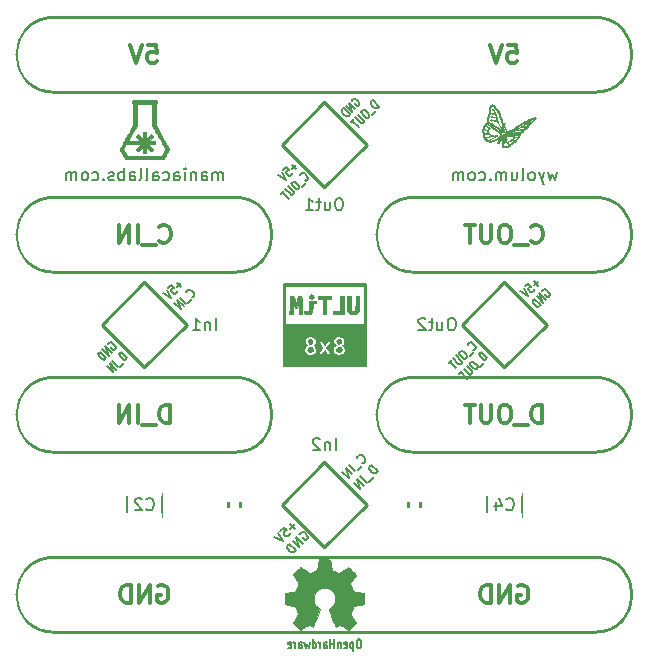
<source format=gbo>
%TF.GenerationSoftware,KiCad,Pcbnew,4.0.7-e1-6374~58~ubuntu16.04.1*%
%TF.CreationDate,2017-08-11T22:02:44+05:30*%
%TF.ProjectId,ultim8x8,756C74696D3878382E6B696361645F70,2.0*%
%TF.FileFunction,Legend,Bot*%
%FSLAX46Y46*%
G04 Gerber Fmt 4.6, Leading zero omitted, Abs format (unit mm)*
G04 Created by KiCad (PCBNEW 4.0.7-e1-6374~58~ubuntu16.04.1) date Fri Aug 11 22:02:44 2017*
%MOMM*%
%LPD*%
G01*
G04 APERTURE LIST*
%ADD10C,0.254000*%
%ADD11C,0.203200*%
%ADD12C,0.127000*%
%ADD13C,0.190500*%
%ADD14C,0.002540*%
%ADD15C,0.150000*%
%ADD16C,0.010000*%
%ADD17C,0.304800*%
%ADD18R,1.930400X1.574800*%
%ADD19C,6.108000*%
%ADD20R,3.008000X2.508000*%
%ADD21C,2.032000*%
G04 APERTURE END LIST*
D10*
D11*
X51078190Y-47449619D02*
X51078190Y-46772286D01*
X51078190Y-46869048D02*
X51029809Y-46820667D01*
X50933047Y-46772286D01*
X50787905Y-46772286D01*
X50691143Y-46820667D01*
X50642762Y-46917429D01*
X50642762Y-47449619D01*
X50642762Y-46917429D02*
X50594381Y-46820667D01*
X50497619Y-46772286D01*
X50352476Y-46772286D01*
X50255714Y-46820667D01*
X50207333Y-46917429D01*
X50207333Y-47449619D01*
X49288095Y-47449619D02*
X49288095Y-46917429D01*
X49336476Y-46820667D01*
X49433238Y-46772286D01*
X49626761Y-46772286D01*
X49723523Y-46820667D01*
X49288095Y-47401238D02*
X49384857Y-47449619D01*
X49626761Y-47449619D01*
X49723523Y-47401238D01*
X49771904Y-47304476D01*
X49771904Y-47207714D01*
X49723523Y-47110952D01*
X49626761Y-47062571D01*
X49384857Y-47062571D01*
X49288095Y-47014190D01*
X48804285Y-46772286D02*
X48804285Y-47449619D01*
X48804285Y-46869048D02*
X48755904Y-46820667D01*
X48659142Y-46772286D01*
X48514000Y-46772286D01*
X48417238Y-46820667D01*
X48368857Y-46917429D01*
X48368857Y-47449619D01*
X47885047Y-47449619D02*
X47885047Y-46772286D01*
X47885047Y-46433619D02*
X47933428Y-46482000D01*
X47885047Y-46530381D01*
X47836666Y-46482000D01*
X47885047Y-46433619D01*
X47885047Y-46530381D01*
X46965809Y-47449619D02*
X46965809Y-46917429D01*
X47014190Y-46820667D01*
X47110952Y-46772286D01*
X47304475Y-46772286D01*
X47401237Y-46820667D01*
X46965809Y-47401238D02*
X47062571Y-47449619D01*
X47304475Y-47449619D01*
X47401237Y-47401238D01*
X47449618Y-47304476D01*
X47449618Y-47207714D01*
X47401237Y-47110952D01*
X47304475Y-47062571D01*
X47062571Y-47062571D01*
X46965809Y-47014190D01*
X46046571Y-47401238D02*
X46143333Y-47449619D01*
X46336856Y-47449619D01*
X46433618Y-47401238D01*
X46481999Y-47352857D01*
X46530380Y-47256095D01*
X46530380Y-46965810D01*
X46481999Y-46869048D01*
X46433618Y-46820667D01*
X46336856Y-46772286D01*
X46143333Y-46772286D01*
X46046571Y-46820667D01*
X45175714Y-47449619D02*
X45175714Y-46917429D01*
X45224095Y-46820667D01*
X45320857Y-46772286D01*
X45514380Y-46772286D01*
X45611142Y-46820667D01*
X45175714Y-47401238D02*
X45272476Y-47449619D01*
X45514380Y-47449619D01*
X45611142Y-47401238D01*
X45659523Y-47304476D01*
X45659523Y-47207714D01*
X45611142Y-47110952D01*
X45514380Y-47062571D01*
X45272476Y-47062571D01*
X45175714Y-47014190D01*
X44546761Y-47449619D02*
X44643523Y-47401238D01*
X44691904Y-47304476D01*
X44691904Y-46433619D01*
X44014571Y-47449619D02*
X44111333Y-47401238D01*
X44159714Y-47304476D01*
X44159714Y-46433619D01*
X43192096Y-47449619D02*
X43192096Y-46917429D01*
X43240477Y-46820667D01*
X43337239Y-46772286D01*
X43530762Y-46772286D01*
X43627524Y-46820667D01*
X43192096Y-47401238D02*
X43288858Y-47449619D01*
X43530762Y-47449619D01*
X43627524Y-47401238D01*
X43675905Y-47304476D01*
X43675905Y-47207714D01*
X43627524Y-47110952D01*
X43530762Y-47062571D01*
X43288858Y-47062571D01*
X43192096Y-47014190D01*
X42708286Y-47449619D02*
X42708286Y-46433619D01*
X42708286Y-46820667D02*
X42611524Y-46772286D01*
X42418001Y-46772286D01*
X42321239Y-46820667D01*
X42272858Y-46869048D01*
X42224477Y-46965810D01*
X42224477Y-47256095D01*
X42272858Y-47352857D01*
X42321239Y-47401238D01*
X42418001Y-47449619D01*
X42611524Y-47449619D01*
X42708286Y-47401238D01*
X41837429Y-47401238D02*
X41740667Y-47449619D01*
X41547143Y-47449619D01*
X41450382Y-47401238D01*
X41402001Y-47304476D01*
X41402001Y-47256095D01*
X41450382Y-47159333D01*
X41547143Y-47110952D01*
X41692286Y-47110952D01*
X41789048Y-47062571D01*
X41837429Y-46965810D01*
X41837429Y-46917429D01*
X41789048Y-46820667D01*
X41692286Y-46772286D01*
X41547143Y-46772286D01*
X41450382Y-46820667D01*
X40966572Y-47352857D02*
X40918191Y-47401238D01*
X40966572Y-47449619D01*
X41014953Y-47401238D01*
X40966572Y-47352857D01*
X40966572Y-47449619D01*
X40047334Y-47401238D02*
X40144096Y-47449619D01*
X40337619Y-47449619D01*
X40434381Y-47401238D01*
X40482762Y-47352857D01*
X40531143Y-47256095D01*
X40531143Y-46965810D01*
X40482762Y-46869048D01*
X40434381Y-46820667D01*
X40337619Y-46772286D01*
X40144096Y-46772286D01*
X40047334Y-46820667D01*
X39466762Y-47449619D02*
X39563524Y-47401238D01*
X39611905Y-47352857D01*
X39660286Y-47256095D01*
X39660286Y-46965810D01*
X39611905Y-46869048D01*
X39563524Y-46820667D01*
X39466762Y-46772286D01*
X39321620Y-46772286D01*
X39224858Y-46820667D01*
X39176477Y-46869048D01*
X39128096Y-46965810D01*
X39128096Y-47256095D01*
X39176477Y-47352857D01*
X39224858Y-47401238D01*
X39321620Y-47449619D01*
X39466762Y-47449619D01*
X38692667Y-47449619D02*
X38692667Y-46772286D01*
X38692667Y-46869048D02*
X38644286Y-46820667D01*
X38547524Y-46772286D01*
X38402382Y-46772286D01*
X38305620Y-46820667D01*
X38257239Y-46917429D01*
X38257239Y-47449619D01*
X38257239Y-46917429D02*
X38208858Y-46820667D01*
X38112096Y-46772286D01*
X37966953Y-46772286D01*
X37870191Y-46820667D01*
X37821810Y-46917429D01*
X37821810Y-47449619D01*
D10*
X82550000Y-70485000D02*
X67310000Y-70485000D01*
X67310000Y-64135000D02*
X82550000Y-64135000D01*
X52070000Y-70485000D02*
X36830000Y-70485000D01*
X36830000Y-64135000D02*
X52070000Y-64135000D01*
X36830000Y-55245000D02*
X52070000Y-55245000D01*
X52070000Y-48895000D02*
X36830000Y-48895000D01*
X36830000Y-33655000D02*
X82550000Y-33655000D01*
X82550000Y-40005000D02*
X36830000Y-40005000D01*
X67310000Y-55245000D02*
X82550000Y-55245000D01*
X82550000Y-48895000D02*
X67310000Y-48895000D01*
X82550000Y-40005000D02*
G75*
G03X82550000Y-33655000I0J3175000D01*
G01*
X36830000Y-33655000D02*
G75*
G03X36830000Y-40005000I0J-3175000D01*
G01*
X52070000Y-55245000D02*
G75*
G03X52070000Y-48895000I0J3175000D01*
G01*
X36830000Y-48895000D02*
G75*
G03X36830000Y-55245000I0J-3175000D01*
G01*
X67310000Y-48895000D02*
G75*
G03X67310000Y-55245000I0J-3175000D01*
G01*
X82550000Y-55245000D02*
G75*
G03X82550000Y-48895000I0J3175000D01*
G01*
X82550000Y-70485000D02*
G75*
G03X82550000Y-64135000I0J3175000D01*
G01*
X67310000Y-64135000D02*
G75*
G03X67310000Y-70485000I0J-3175000D01*
G01*
X52070000Y-70485000D02*
G75*
G03X52070000Y-64135000I0J3175000D01*
G01*
X36830000Y-64135000D02*
G75*
G03X36830000Y-70485000I0J-3175000D01*
G01*
X82550000Y-85725000D02*
G75*
G03X82550000Y-79375000I0J3175000D01*
G01*
X36830000Y-79375000D02*
G75*
G03X36830000Y-85725000I0J-3175000D01*
G01*
X82550000Y-85725000D02*
X36830000Y-85725000D01*
X36830000Y-79375000D02*
X82550000Y-79375000D01*
D12*
X57271843Y-46174106D02*
X56943422Y-46502526D01*
X57312895Y-46543578D02*
X56902369Y-46133053D01*
X56199343Y-46579500D02*
X56404606Y-46374237D01*
X56681711Y-46610289D01*
X56635527Y-46605158D01*
X56568816Y-46620552D01*
X56466185Y-46723184D01*
X56450790Y-46789895D01*
X56455921Y-46836079D01*
X56486711Y-46907921D01*
X56615000Y-47036210D01*
X56686842Y-47067000D01*
X56733027Y-47072131D01*
X56799737Y-47056736D01*
X56902369Y-46954105D01*
X56917764Y-46887395D01*
X56912632Y-46841210D01*
X56055659Y-46723183D02*
X56450790Y-47405683D01*
X55768291Y-47010552D01*
X58077500Y-47472394D02*
X58123685Y-47477526D01*
X58210921Y-47441604D01*
X58251974Y-47400552D01*
X58287895Y-47313316D01*
X58277632Y-47220947D01*
X58246842Y-47149105D01*
X58164737Y-47025947D01*
X58087764Y-46948974D01*
X57964605Y-46866869D01*
X57892763Y-46836078D01*
X57800395Y-46825816D01*
X57713158Y-46861736D01*
X57672106Y-46902789D01*
X57636185Y-46990026D01*
X57641316Y-47036211D01*
X58098026Y-47657131D02*
X57769606Y-47985552D01*
X56994738Y-47580157D02*
X56912633Y-47662262D01*
X56897238Y-47728973D01*
X56907500Y-47821341D01*
X56989606Y-47944499D01*
X57169211Y-48124104D01*
X57292369Y-48206209D01*
X57384737Y-48216473D01*
X57451448Y-48201077D01*
X57533553Y-48118972D01*
X57548948Y-48052262D01*
X57538684Y-47959894D01*
X57456579Y-47836735D01*
X57276974Y-47657130D01*
X57153816Y-47575025D01*
X57061448Y-47564762D01*
X56994738Y-47580157D01*
X56625264Y-47949631D02*
X57061448Y-48385814D01*
X57092238Y-48457657D01*
X57097369Y-48503841D01*
X57081974Y-48570551D01*
X56999869Y-48652656D01*
X56933159Y-48668052D01*
X56886975Y-48662920D01*
X56815132Y-48632130D01*
X56378948Y-48195946D01*
X56235264Y-48339631D02*
X55988948Y-48585946D01*
X56650921Y-49001604D02*
X56112106Y-48462789D01*
X61988842Y-40714317D02*
X62004237Y-40647606D01*
X62065816Y-40586027D01*
X62153052Y-40550107D01*
X62245421Y-40560369D01*
X62317263Y-40591159D01*
X62440421Y-40673264D01*
X62517395Y-40750238D01*
X62599500Y-40873396D01*
X62630289Y-40945237D01*
X62640552Y-41037606D01*
X62604631Y-41124842D01*
X62563578Y-41165895D01*
X62476342Y-41201816D01*
X62430157Y-41196685D01*
X62250552Y-41017080D01*
X62332658Y-40934974D01*
X62296736Y-41432737D02*
X61757921Y-40893922D01*
X62050421Y-41679053D01*
X61511605Y-41140237D01*
X61845157Y-41884316D02*
X61306342Y-41345501D01*
X61203710Y-41448132D01*
X61167790Y-41535369D01*
X61178052Y-41627737D01*
X61208843Y-41699579D01*
X61290948Y-41822738D01*
X61367921Y-41899711D01*
X61491079Y-41981816D01*
X61562921Y-42012606D01*
X61655290Y-42022869D01*
X61742526Y-41986948D01*
X61845157Y-41884316D01*
X64303182Y-41222343D02*
X63764367Y-40683527D01*
X63661736Y-40786159D01*
X63625815Y-40873395D01*
X63636077Y-40965764D01*
X63666868Y-41037606D01*
X63748973Y-41160764D01*
X63825946Y-41237738D01*
X63949104Y-41319843D01*
X64020946Y-41350632D01*
X64113315Y-41360895D01*
X64200551Y-41324974D01*
X64303182Y-41222343D01*
X64026078Y-41602080D02*
X63697657Y-41930500D01*
X62922789Y-41525105D02*
X62840684Y-41607210D01*
X62825289Y-41673922D01*
X62835552Y-41766290D01*
X62917658Y-41889447D01*
X63097263Y-42069052D01*
X63220420Y-42151158D01*
X63312789Y-42161422D01*
X63379500Y-42146026D01*
X63461604Y-42063921D01*
X63477000Y-41997211D01*
X63466736Y-41904842D01*
X63384631Y-41781684D01*
X63205026Y-41602079D01*
X63081868Y-41519974D01*
X62989500Y-41509711D01*
X62922789Y-41525105D01*
X62553315Y-41894579D02*
X62989499Y-42330763D01*
X63020289Y-42402605D01*
X63025421Y-42448790D01*
X63010026Y-42515500D01*
X62927921Y-42597605D01*
X62861210Y-42613000D01*
X62815026Y-42607868D01*
X62743183Y-42577079D01*
X62307000Y-42140895D01*
X62163315Y-42284579D02*
X61917000Y-42530895D01*
X62578973Y-42946553D02*
X62040157Y-42407737D01*
D13*
X62904181Y-71411762D02*
X62955497Y-71411762D01*
X63058128Y-71360446D01*
X63109443Y-71309130D01*
X63160759Y-71206499D01*
X63160759Y-71103867D01*
X63135101Y-71026894D01*
X63058128Y-70898604D01*
X62981154Y-70821631D01*
X62852864Y-70744657D01*
X62775891Y-70718999D01*
X62673259Y-70718999D01*
X62570628Y-70770315D01*
X62519312Y-70821630D01*
X62467997Y-70924262D01*
X62467997Y-70975578D01*
X62904181Y-71617025D02*
X62493655Y-72027551D01*
X62314049Y-72104524D02*
X61775234Y-71565709D01*
X62057470Y-72361103D02*
X61518655Y-71822287D01*
X61749576Y-72668997D01*
X61210761Y-72130182D01*
X64206317Y-72098110D02*
X63667502Y-71559295D01*
X63539213Y-71687584D01*
X63487897Y-71790215D01*
X63487897Y-71892847D01*
X63513555Y-71969820D01*
X63590529Y-72098110D01*
X63667502Y-72175084D01*
X63795792Y-72252057D01*
X63872765Y-72277715D01*
X63975397Y-72277715D01*
X64078028Y-72226399D01*
X64206317Y-72098110D01*
X63847108Y-72559952D02*
X63436582Y-72970478D01*
X63256976Y-73047451D02*
X62718161Y-72508636D01*
X63000397Y-73304030D02*
X62461582Y-72765214D01*
X62692503Y-73611924D01*
X62153688Y-73073109D01*
X57223734Y-76530314D02*
X56813209Y-76940839D01*
X57223734Y-76940839D02*
X56813209Y-76530313D01*
X55966498Y-77120445D02*
X56223077Y-76863866D01*
X56505313Y-77094787D01*
X56453998Y-77094787D01*
X56377024Y-77120445D01*
X56248735Y-77248734D01*
X56223077Y-77325708D01*
X56223077Y-77377023D01*
X56248735Y-77453997D01*
X56377024Y-77582286D01*
X56453998Y-77607945D01*
X56505314Y-77607945D01*
X56582287Y-77582286D01*
X56710576Y-77453997D01*
X56736235Y-77377024D01*
X56736235Y-77325708D01*
X55786893Y-77300049D02*
X56146104Y-78018470D01*
X55427683Y-77659259D01*
X57576531Y-77447582D02*
X57602188Y-77370608D01*
X57679162Y-77293635D01*
X57781793Y-77242320D01*
X57884425Y-77242319D01*
X57961398Y-77267978D01*
X58089688Y-77344951D01*
X58166661Y-77421925D01*
X58243635Y-77550214D01*
X58269293Y-77627187D01*
X58269293Y-77729819D01*
X58217977Y-77832450D01*
X58166661Y-77883766D01*
X58064031Y-77935082D01*
X58012714Y-77935082D01*
X57833109Y-77755477D01*
X57935741Y-77652845D01*
X57833109Y-78217319D02*
X57294293Y-77678503D01*
X57525214Y-78525213D01*
X56986399Y-77986397D01*
X57268635Y-78781792D02*
X56729820Y-78242977D01*
X56601531Y-78371266D01*
X56550215Y-78473897D01*
X56550215Y-78576529D01*
X56575873Y-78653502D01*
X56652847Y-78781792D01*
X56729820Y-78858766D01*
X56858110Y-78935739D01*
X56935083Y-78961397D01*
X57037715Y-78961397D01*
X57140346Y-78910081D01*
X57268635Y-78781792D01*
D12*
X77762525Y-56036423D02*
X77434105Y-56364844D01*
X77803578Y-56405895D02*
X77393052Y-55995370D01*
X76690025Y-56441817D02*
X76895289Y-56236554D01*
X77172394Y-56472606D01*
X77126210Y-56467475D01*
X77059499Y-56482870D01*
X76956868Y-56585501D01*
X76941473Y-56652212D01*
X76946604Y-56698396D01*
X76977394Y-56770238D01*
X77105683Y-56898527D01*
X77177525Y-56929317D01*
X77223710Y-56934449D01*
X77290420Y-56919053D01*
X77393051Y-56816422D01*
X77408447Y-56749712D01*
X77403315Y-56703527D01*
X76546342Y-56585501D02*
X76941473Y-57268000D01*
X76258974Y-56872869D01*
X78126868Y-56852343D02*
X78142263Y-56785632D01*
X78203842Y-56724053D01*
X78291078Y-56688133D01*
X78383447Y-56698395D01*
X78455289Y-56729185D01*
X78578447Y-56811290D01*
X78655421Y-56888264D01*
X78737526Y-57011422D01*
X78768315Y-57083263D01*
X78778578Y-57175632D01*
X78742657Y-57262868D01*
X78701604Y-57303921D01*
X78614368Y-57339842D01*
X78568183Y-57334711D01*
X78388578Y-57155106D01*
X78470684Y-57073000D01*
X78434762Y-57570763D02*
X77895947Y-57031948D01*
X78188447Y-57817079D01*
X77649631Y-57278263D01*
X77983183Y-58022342D02*
X77444368Y-57483527D01*
X77341736Y-57586158D01*
X77305816Y-57673395D01*
X77316078Y-57765763D01*
X77346869Y-57837605D01*
X77428974Y-57960764D01*
X77505947Y-58037737D01*
X77629105Y-58119842D01*
X77700947Y-58150632D01*
X77793316Y-58160895D01*
X77880552Y-58124974D01*
X77983183Y-58022342D01*
X41371159Y-61332000D02*
X41386553Y-61265289D01*
X41448132Y-61203710D01*
X41535369Y-61167790D01*
X41627737Y-61178052D01*
X41699579Y-61208843D01*
X41822738Y-61290948D01*
X41899711Y-61367921D01*
X41981816Y-61491079D01*
X42012606Y-61562921D01*
X42022869Y-61655290D01*
X41986948Y-61742526D01*
X41945895Y-61783578D01*
X41858659Y-61819500D01*
X41812474Y-61814368D01*
X41632869Y-61634763D01*
X41714974Y-61552658D01*
X41679053Y-62050421D02*
X41140237Y-61511605D01*
X41432737Y-62296736D01*
X40893922Y-61757921D01*
X41227474Y-62501999D02*
X40688658Y-61963184D01*
X40586027Y-62065816D01*
X40550107Y-62153052D01*
X40560369Y-62245421D01*
X40591159Y-62317263D01*
X40673264Y-62440421D01*
X40750238Y-62517395D01*
X40873396Y-62599500D01*
X40945237Y-62630289D01*
X41037606Y-62640552D01*
X41124842Y-62604631D01*
X41227474Y-62501999D01*
X43008131Y-62517394D02*
X42469316Y-61978579D01*
X42366684Y-62081210D01*
X42330764Y-62168447D01*
X42341026Y-62260816D01*
X42371816Y-62332658D01*
X42453921Y-62455816D01*
X42530895Y-62532789D01*
X42654053Y-62614894D01*
X42725894Y-62645684D01*
X42818264Y-62655947D01*
X42905499Y-62620026D01*
X43008131Y-62517394D01*
X42731026Y-62897131D02*
X42402606Y-63225552D01*
X42248658Y-63276867D02*
X41709843Y-62738052D01*
X42043395Y-63482130D02*
X41504579Y-62943315D01*
X41797079Y-63728446D01*
X41258264Y-63189631D01*
D11*
X79381047Y-46772286D02*
X79187523Y-47449619D01*
X78994000Y-46965810D01*
X78800476Y-47449619D01*
X78606952Y-46772286D01*
X78316666Y-46772286D02*
X78074761Y-47449619D01*
X77832857Y-46772286D02*
X78074761Y-47449619D01*
X78171523Y-47691524D01*
X78219904Y-47739905D01*
X78316666Y-47788286D01*
X77300666Y-47449619D02*
X77397428Y-47401238D01*
X77445809Y-47352857D01*
X77494190Y-47256095D01*
X77494190Y-46965810D01*
X77445809Y-46869048D01*
X77397428Y-46820667D01*
X77300666Y-46772286D01*
X77155524Y-46772286D01*
X77058762Y-46820667D01*
X77010381Y-46869048D01*
X76962000Y-46965810D01*
X76962000Y-47256095D01*
X77010381Y-47352857D01*
X77058762Y-47401238D01*
X77155524Y-47449619D01*
X77300666Y-47449619D01*
X76381428Y-47449619D02*
X76478190Y-47401238D01*
X76526571Y-47304476D01*
X76526571Y-46433619D01*
X75558953Y-46772286D02*
X75558953Y-47449619D01*
X75994381Y-46772286D02*
X75994381Y-47304476D01*
X75946000Y-47401238D01*
X75849238Y-47449619D01*
X75704096Y-47449619D01*
X75607334Y-47401238D01*
X75558953Y-47352857D01*
X75075143Y-47449619D02*
X75075143Y-46772286D01*
X75075143Y-46869048D02*
X75026762Y-46820667D01*
X74930000Y-46772286D01*
X74784858Y-46772286D01*
X74688096Y-46820667D01*
X74639715Y-46917429D01*
X74639715Y-47449619D01*
X74639715Y-46917429D02*
X74591334Y-46820667D01*
X74494572Y-46772286D01*
X74349429Y-46772286D01*
X74252667Y-46820667D01*
X74204286Y-46917429D01*
X74204286Y-47449619D01*
X73720476Y-47352857D02*
X73672095Y-47401238D01*
X73720476Y-47449619D01*
X73768857Y-47401238D01*
X73720476Y-47352857D01*
X73720476Y-47449619D01*
X72801238Y-47401238D02*
X72898000Y-47449619D01*
X73091523Y-47449619D01*
X73188285Y-47401238D01*
X73236666Y-47352857D01*
X73285047Y-47256095D01*
X73285047Y-46965810D01*
X73236666Y-46869048D01*
X73188285Y-46820667D01*
X73091523Y-46772286D01*
X72898000Y-46772286D01*
X72801238Y-46820667D01*
X72220666Y-47449619D02*
X72317428Y-47401238D01*
X72365809Y-47352857D01*
X72414190Y-47256095D01*
X72414190Y-46965810D01*
X72365809Y-46869048D01*
X72317428Y-46820667D01*
X72220666Y-46772286D01*
X72075524Y-46772286D01*
X71978762Y-46820667D01*
X71930381Y-46869048D01*
X71882000Y-46965810D01*
X71882000Y-47256095D01*
X71930381Y-47352857D01*
X71978762Y-47401238D01*
X72075524Y-47449619D01*
X72220666Y-47449619D01*
X71446571Y-47449619D02*
X71446571Y-46772286D01*
X71446571Y-46869048D02*
X71398190Y-46820667D01*
X71301428Y-46772286D01*
X71156286Y-46772286D01*
X71059524Y-46820667D01*
X71011143Y-46917429D01*
X71011143Y-47449619D01*
X71011143Y-46917429D02*
X70962762Y-46820667D01*
X70866000Y-46772286D01*
X70720857Y-46772286D01*
X70624095Y-46820667D01*
X70575714Y-46917429D01*
X70575714Y-47449619D01*
D12*
X72292474Y-61814368D02*
X72338659Y-61819500D01*
X72425895Y-61783578D01*
X72466948Y-61742526D01*
X72502869Y-61655290D01*
X72492606Y-61562921D01*
X72461816Y-61491079D01*
X72379711Y-61367921D01*
X72302738Y-61290948D01*
X72179579Y-61208843D01*
X72107737Y-61178052D01*
X72015369Y-61167790D01*
X71928132Y-61203710D01*
X71887080Y-61244763D01*
X71851159Y-61332000D01*
X71856290Y-61378185D01*
X72313000Y-61999105D02*
X71984580Y-62327526D01*
X71209712Y-61922131D02*
X71127607Y-62004236D01*
X71112212Y-62070947D01*
X71122474Y-62163315D01*
X71204580Y-62286473D01*
X71384185Y-62466078D01*
X71507343Y-62548183D01*
X71599711Y-62558447D01*
X71666422Y-62543051D01*
X71748527Y-62460946D01*
X71763922Y-62394236D01*
X71753658Y-62301868D01*
X71671553Y-62178709D01*
X71491948Y-61999104D01*
X71368790Y-61916999D01*
X71276422Y-61906736D01*
X71209712Y-61922131D01*
X70840238Y-62291605D02*
X71276422Y-62727788D01*
X71307212Y-62799631D01*
X71312343Y-62845815D01*
X71296948Y-62912525D01*
X71214843Y-62994630D01*
X71148133Y-63010026D01*
X71101949Y-63004894D01*
X71030106Y-62974104D01*
X70593922Y-62537920D01*
X70450238Y-62681605D02*
X70203922Y-62927920D01*
X70865895Y-63343578D02*
X70327080Y-62804763D01*
X73488131Y-62517394D02*
X72949316Y-61978579D01*
X72846684Y-62081210D01*
X72810764Y-62168447D01*
X72821026Y-62260816D01*
X72851816Y-62332658D01*
X72933921Y-62455816D01*
X73010895Y-62532789D01*
X73134053Y-62614894D01*
X73205894Y-62645684D01*
X73298264Y-62655947D01*
X73385499Y-62620026D01*
X73488131Y-62517394D01*
X73211026Y-62897131D02*
X72882606Y-63225552D01*
X72107738Y-62820157D02*
X72025633Y-62902262D01*
X72010238Y-62968973D01*
X72020500Y-63061341D01*
X72102606Y-63184499D01*
X72282211Y-63364104D01*
X72405369Y-63446209D01*
X72497737Y-63456473D01*
X72564448Y-63441077D01*
X72646553Y-63358972D01*
X72661948Y-63292262D01*
X72651684Y-63199894D01*
X72569579Y-63076735D01*
X72389974Y-62897130D01*
X72266816Y-62815025D01*
X72174448Y-62804762D01*
X72107738Y-62820157D01*
X71738264Y-63189631D02*
X72174448Y-63625814D01*
X72205238Y-63697657D01*
X72210369Y-63743841D01*
X72194974Y-63810551D01*
X72112869Y-63892656D01*
X72046159Y-63908052D01*
X71999975Y-63902920D01*
X71928132Y-63872130D01*
X71491948Y-63435946D01*
X71348264Y-63579631D02*
X71101948Y-63825946D01*
X71763921Y-64241604D02*
X71225106Y-63702789D01*
X47536525Y-56163423D02*
X47208105Y-56491844D01*
X47577578Y-56532895D02*
X47167052Y-56122370D01*
X46464025Y-56568817D02*
X46669289Y-56363554D01*
X46946394Y-56599606D01*
X46900210Y-56594475D01*
X46833499Y-56609870D01*
X46730868Y-56712501D01*
X46715473Y-56779212D01*
X46720604Y-56825396D01*
X46751394Y-56897238D01*
X46879683Y-57025527D01*
X46951525Y-57056317D01*
X46997710Y-57061449D01*
X47064420Y-57046053D01*
X47167051Y-56943422D01*
X47182447Y-56876712D01*
X47177315Y-56830527D01*
X46320342Y-56712501D02*
X46715473Y-57395000D01*
X46032974Y-56999869D01*
X48444815Y-57359079D02*
X48491000Y-57364211D01*
X48578236Y-57328289D01*
X48619289Y-57287237D01*
X48655210Y-57200001D01*
X48644947Y-57107631D01*
X48614157Y-57035790D01*
X48532052Y-56912632D01*
X48455079Y-56835658D01*
X48331920Y-56753553D01*
X48260078Y-56722763D01*
X48167710Y-56712501D01*
X48080473Y-56748421D01*
X48039421Y-56789474D01*
X48003500Y-56876711D01*
X48008631Y-56922896D01*
X48465342Y-57543816D02*
X48136921Y-57872237D01*
X47982973Y-57923552D02*
X47444158Y-57384737D01*
X47777710Y-58128815D02*
X47238895Y-57590000D01*
X47531394Y-58375131D01*
X46992579Y-57836316D01*
D10*
X66802000Y-74676000D02*
X66802000Y-75184000D01*
X67818000Y-75184000D02*
X67818000Y-74676000D01*
X51562000Y-74676000D02*
X51562000Y-75184000D01*
X52578000Y-75184000D02*
X52578000Y-74676000D01*
D14*
G36*
X61714380Y-85549740D02*
X61678820Y-85529420D01*
X61600080Y-85481160D01*
X61488320Y-85407500D01*
X61356240Y-85321140D01*
X61224160Y-85229700D01*
X61114940Y-85158580D01*
X61038740Y-85107780D01*
X61008260Y-85090000D01*
X60990480Y-85097620D01*
X60926980Y-85128100D01*
X60838080Y-85173820D01*
X60784740Y-85201760D01*
X60700920Y-85237320D01*
X60657740Y-85244940D01*
X60652660Y-85234780D01*
X60622180Y-85171280D01*
X60573920Y-85062060D01*
X60510420Y-84917280D01*
X60436760Y-84747100D01*
X60360560Y-84564220D01*
X60281820Y-84378800D01*
X60208160Y-84201000D01*
X60144660Y-84040980D01*
X60091320Y-83908900D01*
X60055760Y-83820000D01*
X60043060Y-83781900D01*
X60048140Y-83771740D01*
X60088780Y-83731100D01*
X60162440Y-83677760D01*
X60319920Y-83548220D01*
X60477400Y-83355180D01*
X60571380Y-83134200D01*
X60604400Y-82887820D01*
X60576460Y-82659220D01*
X60487560Y-82440780D01*
X60335160Y-82245200D01*
X60149740Y-82097880D01*
X59933840Y-82006440D01*
X59690000Y-81975960D01*
X59458860Y-82001360D01*
X59235340Y-82090260D01*
X59037220Y-82240120D01*
X58953400Y-82336640D01*
X58839100Y-82534760D01*
X58775600Y-82748120D01*
X58767980Y-82804000D01*
X58778140Y-83037680D01*
X58846720Y-83261200D01*
X58971180Y-83461860D01*
X59141360Y-83626960D01*
X59164220Y-83642200D01*
X59242960Y-83703160D01*
X59296300Y-83743800D01*
X59339480Y-83776820D01*
X59039760Y-84495640D01*
X58991500Y-84609940D01*
X58910220Y-84808060D01*
X58839100Y-84975700D01*
X58780680Y-85110320D01*
X58740040Y-85201760D01*
X58722260Y-85237320D01*
X58722260Y-85239860D01*
X58694320Y-85244940D01*
X58640980Y-85224620D01*
X58539380Y-85176360D01*
X58473340Y-85140800D01*
X58397140Y-85105240D01*
X58361580Y-85090000D01*
X58333640Y-85107780D01*
X58259980Y-85153500D01*
X58153300Y-85224620D01*
X58023760Y-85313520D01*
X57901840Y-85397340D01*
X57790080Y-85471000D01*
X57708800Y-85524340D01*
X57668160Y-85544660D01*
X57663080Y-85544660D01*
X57627520Y-85524340D01*
X57561480Y-85471000D01*
X57464960Y-85379560D01*
X57325260Y-85242400D01*
X57304940Y-85219540D01*
X57190640Y-85105240D01*
X57099200Y-85008720D01*
X57035700Y-84937600D01*
X57012840Y-84907120D01*
X57012840Y-84907120D01*
X57033160Y-84869020D01*
X57086500Y-84785200D01*
X57160160Y-84670900D01*
X57251600Y-84538820D01*
X57490360Y-84193380D01*
X57358280Y-83865720D01*
X57317640Y-83766660D01*
X57266840Y-83644740D01*
X57228740Y-83558380D01*
X57210960Y-83520280D01*
X57175400Y-83507580D01*
X57086500Y-83487260D01*
X56956960Y-83459320D01*
X56802020Y-83431380D01*
X56654700Y-83403440D01*
X56522620Y-83378040D01*
X56426100Y-83360260D01*
X56382920Y-83352640D01*
X56372760Y-83345020D01*
X56362600Y-83324700D01*
X56357520Y-83278980D01*
X56354980Y-83197700D01*
X56352440Y-83070700D01*
X56352440Y-82887820D01*
X56352440Y-82867500D01*
X56354980Y-82692240D01*
X56357520Y-82552540D01*
X56362600Y-82461100D01*
X56367680Y-82425540D01*
X56367680Y-82425540D01*
X56410860Y-82415380D01*
X56504840Y-82395060D01*
X56636920Y-82369660D01*
X56794400Y-82339180D01*
X56804560Y-82336640D01*
X56962040Y-82306160D01*
X57096660Y-82278220D01*
X57188100Y-82257900D01*
X57226200Y-82245200D01*
X57236360Y-82235040D01*
X57266840Y-82171540D01*
X57312560Y-82075020D01*
X57365900Y-81955640D01*
X57416700Y-81831180D01*
X57459880Y-81719420D01*
X57490360Y-81635600D01*
X57500520Y-81597500D01*
X57500520Y-81597500D01*
X57475120Y-81559400D01*
X57421780Y-81478120D01*
X57345580Y-81363820D01*
X57251600Y-81229200D01*
X57246520Y-81219040D01*
X57155080Y-81086960D01*
X57081420Y-80972660D01*
X57033160Y-80891380D01*
X57012840Y-80855820D01*
X57015380Y-80853280D01*
X57043320Y-80815180D01*
X57111900Y-80738980D01*
X57208420Y-80637380D01*
X57325260Y-80518000D01*
X57363360Y-80482440D01*
X57492900Y-80355440D01*
X57584340Y-80271620D01*
X57640220Y-80228440D01*
X57665620Y-80218280D01*
X57668160Y-80218280D01*
X57708800Y-80243680D01*
X57792620Y-80299560D01*
X57906920Y-80375760D01*
X58041540Y-80467200D01*
X58051700Y-80474820D01*
X58183780Y-80566260D01*
X58295540Y-80639920D01*
X58374280Y-80693260D01*
X58409840Y-80713580D01*
X58414920Y-80713580D01*
X58470800Y-80698340D01*
X58564780Y-80665320D01*
X58681620Y-80619600D01*
X58806080Y-80568800D01*
X58917840Y-80523080D01*
X59001660Y-80484980D01*
X59039760Y-80462120D01*
X59042300Y-80459580D01*
X59055000Y-80411320D01*
X59077860Y-80312260D01*
X59108340Y-80175100D01*
X59138820Y-80010000D01*
X59143900Y-79984600D01*
X59174380Y-79824580D01*
X59199780Y-79695040D01*
X59217560Y-79603600D01*
X59227720Y-79565500D01*
X59250580Y-79560420D01*
X59326780Y-79555340D01*
X59446160Y-79552800D01*
X59588400Y-79550260D01*
X59740800Y-79550260D01*
X59888120Y-79555340D01*
X60012580Y-79557880D01*
X60104020Y-79565500D01*
X60142120Y-79573120D01*
X60142120Y-79575660D01*
X60157360Y-79623920D01*
X60177680Y-79722980D01*
X60205620Y-79862680D01*
X60238640Y-80025240D01*
X60243720Y-80055720D01*
X60274200Y-80213200D01*
X60299600Y-80342740D01*
X60319920Y-80434180D01*
X60330080Y-80469740D01*
X60342780Y-80477360D01*
X60408820Y-80505300D01*
X60515500Y-80548480D01*
X60647580Y-80601820D01*
X60952380Y-80726280D01*
X61328300Y-80469740D01*
X61361320Y-80446880D01*
X61495940Y-80352900D01*
X61607700Y-80279240D01*
X61683900Y-80230980D01*
X61716920Y-80213200D01*
X61719460Y-80213200D01*
X61757560Y-80246220D01*
X61831220Y-80314800D01*
X61932820Y-80413860D01*
X62049660Y-80533240D01*
X62138560Y-80619600D01*
X62240160Y-80723740D01*
X62306200Y-80794860D01*
X62341760Y-80840580D01*
X62354460Y-80868520D01*
X62351920Y-80886300D01*
X62326520Y-80924400D01*
X62273180Y-81008220D01*
X62194440Y-81119980D01*
X62103000Y-81254600D01*
X62029340Y-81363820D01*
X61948060Y-81490820D01*
X61894720Y-81579720D01*
X61876940Y-81622900D01*
X61882020Y-81643220D01*
X61907420Y-81714340D01*
X61950600Y-81826100D01*
X62009020Y-81958180D01*
X62138560Y-82255360D01*
X62331600Y-82293460D01*
X62450980Y-82313780D01*
X62616080Y-82346800D01*
X62773560Y-82377280D01*
X63019940Y-82425540D01*
X63027560Y-83329780D01*
X62989460Y-83345020D01*
X62953900Y-83355180D01*
X62862460Y-83375500D01*
X62732920Y-83400900D01*
X62577980Y-83428840D01*
X62448440Y-83454240D01*
X62316360Y-83479640D01*
X62219840Y-83497420D01*
X62179200Y-83507580D01*
X62169040Y-83520280D01*
X62136020Y-83583780D01*
X62087760Y-83685380D01*
X62036960Y-83807300D01*
X61983620Y-83934300D01*
X61937900Y-84051140D01*
X61904880Y-84140040D01*
X61892180Y-84188300D01*
X61909960Y-84221320D01*
X61960760Y-84300060D01*
X62031880Y-84409280D01*
X62123320Y-84541360D01*
X62212220Y-84670900D01*
X62288420Y-84785200D01*
X62339220Y-84863940D01*
X62362080Y-84902040D01*
X62351920Y-84927440D01*
X62298580Y-84990940D01*
X62199520Y-85092540D01*
X62052200Y-85237320D01*
X62029340Y-85260180D01*
X61912500Y-85374480D01*
X61813440Y-85465920D01*
X61744860Y-85526880D01*
X61714380Y-85549740D01*
X61714380Y-85549740D01*
G37*
X61714380Y-85549740D02*
X61678820Y-85529420D01*
X61600080Y-85481160D01*
X61488320Y-85407500D01*
X61356240Y-85321140D01*
X61224160Y-85229700D01*
X61114940Y-85158580D01*
X61038740Y-85107780D01*
X61008260Y-85090000D01*
X60990480Y-85097620D01*
X60926980Y-85128100D01*
X60838080Y-85173820D01*
X60784740Y-85201760D01*
X60700920Y-85237320D01*
X60657740Y-85244940D01*
X60652660Y-85234780D01*
X60622180Y-85171280D01*
X60573920Y-85062060D01*
X60510420Y-84917280D01*
X60436760Y-84747100D01*
X60360560Y-84564220D01*
X60281820Y-84378800D01*
X60208160Y-84201000D01*
X60144660Y-84040980D01*
X60091320Y-83908900D01*
X60055760Y-83820000D01*
X60043060Y-83781900D01*
X60048140Y-83771740D01*
X60088780Y-83731100D01*
X60162440Y-83677760D01*
X60319920Y-83548220D01*
X60477400Y-83355180D01*
X60571380Y-83134200D01*
X60604400Y-82887820D01*
X60576460Y-82659220D01*
X60487560Y-82440780D01*
X60335160Y-82245200D01*
X60149740Y-82097880D01*
X59933840Y-82006440D01*
X59690000Y-81975960D01*
X59458860Y-82001360D01*
X59235340Y-82090260D01*
X59037220Y-82240120D01*
X58953400Y-82336640D01*
X58839100Y-82534760D01*
X58775600Y-82748120D01*
X58767980Y-82804000D01*
X58778140Y-83037680D01*
X58846720Y-83261200D01*
X58971180Y-83461860D01*
X59141360Y-83626960D01*
X59164220Y-83642200D01*
X59242960Y-83703160D01*
X59296300Y-83743800D01*
X59339480Y-83776820D01*
X59039760Y-84495640D01*
X58991500Y-84609940D01*
X58910220Y-84808060D01*
X58839100Y-84975700D01*
X58780680Y-85110320D01*
X58740040Y-85201760D01*
X58722260Y-85237320D01*
X58722260Y-85239860D01*
X58694320Y-85244940D01*
X58640980Y-85224620D01*
X58539380Y-85176360D01*
X58473340Y-85140800D01*
X58397140Y-85105240D01*
X58361580Y-85090000D01*
X58333640Y-85107780D01*
X58259980Y-85153500D01*
X58153300Y-85224620D01*
X58023760Y-85313520D01*
X57901840Y-85397340D01*
X57790080Y-85471000D01*
X57708800Y-85524340D01*
X57668160Y-85544660D01*
X57663080Y-85544660D01*
X57627520Y-85524340D01*
X57561480Y-85471000D01*
X57464960Y-85379560D01*
X57325260Y-85242400D01*
X57304940Y-85219540D01*
X57190640Y-85105240D01*
X57099200Y-85008720D01*
X57035700Y-84937600D01*
X57012840Y-84907120D01*
X57012840Y-84907120D01*
X57033160Y-84869020D01*
X57086500Y-84785200D01*
X57160160Y-84670900D01*
X57251600Y-84538820D01*
X57490360Y-84193380D01*
X57358280Y-83865720D01*
X57317640Y-83766660D01*
X57266840Y-83644740D01*
X57228740Y-83558380D01*
X57210960Y-83520280D01*
X57175400Y-83507580D01*
X57086500Y-83487260D01*
X56956960Y-83459320D01*
X56802020Y-83431380D01*
X56654700Y-83403440D01*
X56522620Y-83378040D01*
X56426100Y-83360260D01*
X56382920Y-83352640D01*
X56372760Y-83345020D01*
X56362600Y-83324700D01*
X56357520Y-83278980D01*
X56354980Y-83197700D01*
X56352440Y-83070700D01*
X56352440Y-82887820D01*
X56352440Y-82867500D01*
X56354980Y-82692240D01*
X56357520Y-82552540D01*
X56362600Y-82461100D01*
X56367680Y-82425540D01*
X56367680Y-82425540D01*
X56410860Y-82415380D01*
X56504840Y-82395060D01*
X56636920Y-82369660D01*
X56794400Y-82339180D01*
X56804560Y-82336640D01*
X56962040Y-82306160D01*
X57096660Y-82278220D01*
X57188100Y-82257900D01*
X57226200Y-82245200D01*
X57236360Y-82235040D01*
X57266840Y-82171540D01*
X57312560Y-82075020D01*
X57365900Y-81955640D01*
X57416700Y-81831180D01*
X57459880Y-81719420D01*
X57490360Y-81635600D01*
X57500520Y-81597500D01*
X57500520Y-81597500D01*
X57475120Y-81559400D01*
X57421780Y-81478120D01*
X57345580Y-81363820D01*
X57251600Y-81229200D01*
X57246520Y-81219040D01*
X57155080Y-81086960D01*
X57081420Y-80972660D01*
X57033160Y-80891380D01*
X57012840Y-80855820D01*
X57015380Y-80853280D01*
X57043320Y-80815180D01*
X57111900Y-80738980D01*
X57208420Y-80637380D01*
X57325260Y-80518000D01*
X57363360Y-80482440D01*
X57492900Y-80355440D01*
X57584340Y-80271620D01*
X57640220Y-80228440D01*
X57665620Y-80218280D01*
X57668160Y-80218280D01*
X57708800Y-80243680D01*
X57792620Y-80299560D01*
X57906920Y-80375760D01*
X58041540Y-80467200D01*
X58051700Y-80474820D01*
X58183780Y-80566260D01*
X58295540Y-80639920D01*
X58374280Y-80693260D01*
X58409840Y-80713580D01*
X58414920Y-80713580D01*
X58470800Y-80698340D01*
X58564780Y-80665320D01*
X58681620Y-80619600D01*
X58806080Y-80568800D01*
X58917840Y-80523080D01*
X59001660Y-80484980D01*
X59039760Y-80462120D01*
X59042300Y-80459580D01*
X59055000Y-80411320D01*
X59077860Y-80312260D01*
X59108340Y-80175100D01*
X59138820Y-80010000D01*
X59143900Y-79984600D01*
X59174380Y-79824580D01*
X59199780Y-79695040D01*
X59217560Y-79603600D01*
X59227720Y-79565500D01*
X59250580Y-79560420D01*
X59326780Y-79555340D01*
X59446160Y-79552800D01*
X59588400Y-79550260D01*
X59740800Y-79550260D01*
X59888120Y-79555340D01*
X60012580Y-79557880D01*
X60104020Y-79565500D01*
X60142120Y-79573120D01*
X60142120Y-79575660D01*
X60157360Y-79623920D01*
X60177680Y-79722980D01*
X60205620Y-79862680D01*
X60238640Y-80025240D01*
X60243720Y-80055720D01*
X60274200Y-80213200D01*
X60299600Y-80342740D01*
X60319920Y-80434180D01*
X60330080Y-80469740D01*
X60342780Y-80477360D01*
X60408820Y-80505300D01*
X60515500Y-80548480D01*
X60647580Y-80601820D01*
X60952380Y-80726280D01*
X61328300Y-80469740D01*
X61361320Y-80446880D01*
X61495940Y-80352900D01*
X61607700Y-80279240D01*
X61683900Y-80230980D01*
X61716920Y-80213200D01*
X61719460Y-80213200D01*
X61757560Y-80246220D01*
X61831220Y-80314800D01*
X61932820Y-80413860D01*
X62049660Y-80533240D01*
X62138560Y-80619600D01*
X62240160Y-80723740D01*
X62306200Y-80794860D01*
X62341760Y-80840580D01*
X62354460Y-80868520D01*
X62351920Y-80886300D01*
X62326520Y-80924400D01*
X62273180Y-81008220D01*
X62194440Y-81119980D01*
X62103000Y-81254600D01*
X62029340Y-81363820D01*
X61948060Y-81490820D01*
X61894720Y-81579720D01*
X61876940Y-81622900D01*
X61882020Y-81643220D01*
X61907420Y-81714340D01*
X61950600Y-81826100D01*
X62009020Y-81958180D01*
X62138560Y-82255360D01*
X62331600Y-82293460D01*
X62450980Y-82313780D01*
X62616080Y-82346800D01*
X62773560Y-82377280D01*
X63019940Y-82425540D01*
X63027560Y-83329780D01*
X62989460Y-83345020D01*
X62953900Y-83355180D01*
X62862460Y-83375500D01*
X62732920Y-83400900D01*
X62577980Y-83428840D01*
X62448440Y-83454240D01*
X62316360Y-83479640D01*
X62219840Y-83497420D01*
X62179200Y-83507580D01*
X62169040Y-83520280D01*
X62136020Y-83583780D01*
X62087760Y-83685380D01*
X62036960Y-83807300D01*
X61983620Y-83934300D01*
X61937900Y-84051140D01*
X61904880Y-84140040D01*
X61892180Y-84188300D01*
X61909960Y-84221320D01*
X61960760Y-84300060D01*
X62031880Y-84409280D01*
X62123320Y-84541360D01*
X62212220Y-84670900D01*
X62288420Y-84785200D01*
X62339220Y-84863940D01*
X62362080Y-84902040D01*
X62351920Y-84927440D01*
X62298580Y-84990940D01*
X62199520Y-85092540D01*
X62052200Y-85237320D01*
X62029340Y-85260180D01*
X61912500Y-85374480D01*
X61813440Y-85465920D01*
X61744860Y-85526880D01*
X61714380Y-85549740D01*
D15*
X45925000Y-73930000D02*
X45925000Y-75930000D01*
X42975000Y-75930000D02*
X42975000Y-73930000D01*
X76405000Y-73930000D02*
X76405000Y-75930000D01*
X73455000Y-75930000D02*
X73455000Y-73930000D01*
D10*
X44450000Y-63282102D02*
X48042102Y-59690000D01*
X40857898Y-59690000D02*
X44450000Y-63282102D01*
X44450000Y-56097898D02*
X40857898Y-59690000D01*
X48042102Y-59690000D02*
X44450000Y-56097898D01*
X56097898Y-44450000D02*
X59690000Y-48042102D01*
X59690000Y-40857898D02*
X56097898Y-44450000D01*
X63282102Y-44450000D02*
X59690000Y-40857898D01*
X59690000Y-48042102D02*
X63282102Y-44450000D01*
X59690000Y-71337898D02*
X56097898Y-74930000D01*
X63282102Y-74930000D02*
X59690000Y-71337898D01*
X59690000Y-78522102D02*
X63282102Y-74930000D01*
X56097898Y-74930000D02*
X59690000Y-78522102D01*
X78522102Y-59690000D02*
X74930000Y-56097898D01*
X74930000Y-63282102D02*
X78522102Y-59690000D01*
X71337898Y-59690000D02*
X74930000Y-63282102D01*
X74930000Y-56097898D02*
X71337898Y-59690000D01*
D16*
G36*
X44277611Y-40678549D02*
X44161182Y-40678895D01*
X44048891Y-40679417D01*
X43942429Y-40680118D01*
X43843489Y-40680997D01*
X43753762Y-40682054D01*
X43674937Y-40683288D01*
X43608707Y-40684699D01*
X43556763Y-40686289D01*
X43520795Y-40688056D01*
X43502496Y-40690000D01*
X43501665Y-40690216D01*
X43456369Y-40712185D01*
X43423371Y-40744895D01*
X43403073Y-40784666D01*
X43395878Y-40827819D01*
X43402190Y-40870674D01*
X43422410Y-40909554D01*
X43456944Y-40940778D01*
X43473250Y-40949571D01*
X43511650Y-40967269D01*
X43511902Y-41879163D01*
X43512154Y-42791058D01*
X43249265Y-43246856D01*
X43193546Y-43343455D01*
X43130064Y-43453504D01*
X43060821Y-43573528D01*
X42987823Y-43700055D01*
X42913072Y-43829612D01*
X42838574Y-43958725D01*
X42766330Y-44083922D01*
X42698346Y-44201730D01*
X42667996Y-44254320D01*
X42613098Y-44349675D01*
X42561195Y-44440274D01*
X42513103Y-44524666D01*
X42469638Y-44601397D01*
X42431614Y-44669016D01*
X42399848Y-44726071D01*
X42375154Y-44771109D01*
X42358348Y-44802678D01*
X42350245Y-44819326D01*
X42349616Y-44821387D01*
X42354456Y-44834064D01*
X42368182Y-44861434D01*
X42389603Y-44901452D01*
X42417528Y-44952071D01*
X42450766Y-45011245D01*
X42488125Y-45076930D01*
X42528415Y-45147079D01*
X42570444Y-45219645D01*
X42613021Y-45292584D01*
X42654955Y-45363848D01*
X42695056Y-45431394D01*
X42732131Y-45493173D01*
X42764990Y-45547141D01*
X42792442Y-45591252D01*
X42813296Y-45623460D01*
X42826359Y-45641718D01*
X42828708Y-45644288D01*
X42857924Y-45671153D01*
X46042077Y-45671153D01*
X46071293Y-45644288D01*
X46081627Y-45630920D01*
X46100130Y-45602946D01*
X46125610Y-45562412D01*
X46156877Y-45511364D01*
X46192739Y-45451848D01*
X46232005Y-45385910D01*
X46273485Y-45315598D01*
X46315986Y-45242956D01*
X46358319Y-45170031D01*
X46399293Y-45098870D01*
X46437715Y-45031518D01*
X46472395Y-44970022D01*
X46502143Y-44916428D01*
X46525767Y-44872782D01*
X46542076Y-44841131D01*
X46549879Y-44823520D01*
X46550385Y-44821189D01*
X46546530Y-44811838D01*
X46239651Y-44811838D01*
X46070611Y-45104727D01*
X45901571Y-45397615D01*
X42998521Y-45397615D01*
X42829265Y-45104229D01*
X42660009Y-44810844D01*
X42726537Y-44696364D01*
X42756395Y-44644667D01*
X42787606Y-44590095D01*
X42816339Y-44539373D01*
X42837552Y-44501424D01*
X42882039Y-44420964D01*
X43502289Y-44420828D01*
X44122538Y-44420692D01*
X43940617Y-44603865D01*
X43891400Y-44653755D01*
X43846467Y-44699942D01*
X43807761Y-44740375D01*
X43777226Y-44773006D01*
X43756807Y-44795785D01*
X43748627Y-44806275D01*
X43744127Y-44829372D01*
X43751720Y-44850964D01*
X43767113Y-44872966D01*
X43791966Y-44900510D01*
X43822278Y-44930012D01*
X43854049Y-44957891D01*
X43883276Y-44980565D01*
X43905959Y-44994451D01*
X43914936Y-44997077D01*
X43928688Y-44990585D01*
X43954131Y-44970912D01*
X43991595Y-44937762D01*
X44041409Y-44890839D01*
X44103903Y-44829847D01*
X44129501Y-44804456D01*
X44323000Y-44611835D01*
X44323000Y-44879398D01*
X44323117Y-44959882D01*
X44323551Y-45023084D01*
X44324430Y-45071259D01*
X44325883Y-45106664D01*
X44328036Y-45131554D01*
X44331019Y-45148185D01*
X44334958Y-45158812D01*
X44339168Y-45164826D01*
X44349529Y-45173126D01*
X44365196Y-45178436D01*
X44390196Y-45181376D01*
X44428557Y-45182563D01*
X44455690Y-45182692D01*
X44501073Y-45182454D01*
X44531199Y-45181120D01*
X44550350Y-45177760D01*
X44562806Y-45171442D01*
X44572849Y-45161238D01*
X44576736Y-45156385D01*
X44582972Y-45147766D01*
X44587774Y-45138089D01*
X44591298Y-45124924D01*
X44593694Y-45105836D01*
X44595117Y-45078395D01*
X44595719Y-45040167D01*
X44595653Y-44988720D01*
X44595072Y-44921622D01*
X44594542Y-44873070D01*
X44593793Y-44804511D01*
X44593161Y-44742844D01*
X44592669Y-44690618D01*
X44592338Y-44650383D01*
X44592193Y-44624689D01*
X44592248Y-44616068D01*
X44599001Y-44622701D01*
X44617740Y-44641401D01*
X44646681Y-44670377D01*
X44684035Y-44707839D01*
X44728018Y-44751998D01*
X44776842Y-44801061D01*
X44777864Y-44802089D01*
X44827972Y-44851840D01*
X44874649Y-44897005D01*
X44915840Y-44935688D01*
X44949494Y-44965998D01*
X44973558Y-44986041D01*
X44985793Y-44993880D01*
X44998365Y-44994247D01*
X45013404Y-44987733D01*
X45033862Y-44972245D01*
X45062693Y-44945688D01*
X45085927Y-44922886D01*
X45124236Y-44883173D01*
X45148759Y-44853585D01*
X45161027Y-44832111D01*
X45163154Y-44821551D01*
X45159876Y-44810497D01*
X45149218Y-44793750D01*
X45129945Y-44769913D01*
X45100821Y-44737587D01*
X45060611Y-44695374D01*
X45008080Y-44641877D01*
X44975191Y-44608841D01*
X44787227Y-44420692D01*
X45050272Y-44420692D01*
X45136007Y-44420760D01*
X45204208Y-44420365D01*
X45256875Y-44418609D01*
X45296007Y-44414593D01*
X45323605Y-44407419D01*
X45341668Y-44396190D01*
X45352196Y-44380006D01*
X45357188Y-44357969D01*
X45358644Y-44329182D01*
X45358564Y-44292745D01*
X45358539Y-44282220D01*
X45358770Y-44244454D01*
X45358124Y-44214449D01*
X45354595Y-44191317D01*
X45346174Y-44174168D01*
X45330855Y-44162113D01*
X45306629Y-44154263D01*
X45271490Y-44149730D01*
X45223430Y-44147623D01*
X45160442Y-44147055D01*
X45080518Y-44147136D01*
X45053572Y-44147153D01*
X44787682Y-44147153D01*
X44980303Y-43953654D01*
X45035293Y-43897767D01*
X45082982Y-43848010D01*
X45121969Y-43805925D01*
X45150853Y-43773050D01*
X45168235Y-43750925D01*
X45172923Y-43741840D01*
X45165849Y-43725472D01*
X45147064Y-43700600D01*
X45120230Y-43670783D01*
X45089007Y-43639580D01*
X45057056Y-43610548D01*
X45028037Y-43587248D01*
X45005610Y-43573237D01*
X44996968Y-43570769D01*
X44985319Y-43574916D01*
X44966266Y-43588040D01*
X44938655Y-43611168D01*
X44901329Y-43645325D01*
X44853134Y-43691536D01*
X44792913Y-43750829D01*
X44782711Y-43760974D01*
X44591654Y-43951179D01*
X44594533Y-43690015D01*
X44595568Y-43604768D01*
X44595973Y-43537048D01*
X44594831Y-43484846D01*
X44591222Y-43446151D01*
X44584228Y-43418955D01*
X44572932Y-43401248D01*
X44556414Y-43391021D01*
X44533756Y-43386264D01*
X44504040Y-43384968D01*
X44466347Y-43385123D01*
X44455202Y-43385153D01*
X44405830Y-43385844D01*
X44372377Y-43388228D01*
X44351265Y-43392777D01*
X44338911Y-43399961D01*
X44338352Y-43400505D01*
X44333741Y-43407365D01*
X44330135Y-43419101D01*
X44327417Y-43437903D01*
X44325468Y-43465960D01*
X44324170Y-43505463D01*
X44323407Y-43558603D01*
X44323059Y-43627568D01*
X44323000Y-43685933D01*
X44323000Y-43956010D01*
X44129501Y-43763389D01*
X44065399Y-43700148D01*
X44013681Y-43650435D01*
X43973451Y-43613451D01*
X43943810Y-43588393D01*
X43923863Y-43574462D01*
X43913733Y-43570769D01*
X43893914Y-43578184D01*
X43864198Y-43599394D01*
X43827827Y-43631827D01*
X43787061Y-43672804D01*
X43760542Y-43704486D01*
X43746834Y-43729226D01*
X43744500Y-43749379D01*
X43748627Y-43761571D01*
X43758032Y-43773484D01*
X43779340Y-43797133D01*
X43810606Y-43830469D01*
X43849886Y-43871443D01*
X43895236Y-43918004D01*
X43940617Y-43963980D01*
X44122538Y-44147153D01*
X43041638Y-44147153D01*
X43060896Y-44115403D01*
X43082326Y-44079584D01*
X43110875Y-44031107D01*
X43145617Y-43971599D01*
X43185622Y-43902686D01*
X43229964Y-43825991D01*
X43277713Y-43743142D01*
X43327942Y-43655762D01*
X43379723Y-43565477D01*
X43432127Y-43473913D01*
X43484227Y-43382694D01*
X43535093Y-43293446D01*
X43583800Y-43207795D01*
X43629417Y-43127365D01*
X43671017Y-43053782D01*
X43707673Y-42988671D01*
X43738455Y-42933657D01*
X43762436Y-42890366D01*
X43778688Y-42860423D01*
X43786283Y-42845453D01*
X43786679Y-42844405D01*
X43787978Y-42830234D01*
X43789213Y-42797853D01*
X43790372Y-42748592D01*
X43791444Y-42683780D01*
X43792415Y-42604746D01*
X43793275Y-42512818D01*
X43794009Y-42409327D01*
X43794608Y-42295600D01*
X43795057Y-42172968D01*
X43795345Y-42042758D01*
X43795460Y-41906301D01*
X43795462Y-41888083D01*
X43795462Y-40962384D01*
X45104161Y-40962384D01*
X45109423Y-42852730D01*
X45320936Y-43219077D01*
X45376143Y-43314688D01*
X45437402Y-43420765D01*
X45501987Y-43532591D01*
X45567176Y-43645450D01*
X45630243Y-43754624D01*
X45688464Y-43855398D01*
X45730037Y-43927346D01*
X45819627Y-44082399D01*
X45900549Y-44222492D01*
X45972668Y-44347390D01*
X46035849Y-44456859D01*
X46089957Y-44550665D01*
X46134856Y-44628573D01*
X46170411Y-44690348D01*
X46196488Y-44735758D01*
X46212951Y-44764567D01*
X46216104Y-44770131D01*
X46239651Y-44811838D01*
X46546530Y-44811838D01*
X46545635Y-44809670D01*
X46532055Y-44783083D01*
X46510650Y-44743245D01*
X46482424Y-44691971D01*
X46448383Y-44631076D01*
X46409530Y-44562377D01*
X46366872Y-44487688D01*
X46339281Y-44439738D01*
X46286303Y-44347932D01*
X46229149Y-44248898D01*
X46170159Y-44146693D01*
X46111676Y-44045376D01*
X46056044Y-43949005D01*
X46005603Y-43861639D01*
X45964570Y-43790577D01*
X45920731Y-43714659D01*
X45869533Y-43625992D01*
X45813385Y-43528748D01*
X45754695Y-43427099D01*
X45695874Y-43325218D01*
X45639329Y-43227276D01*
X45594406Y-43149459D01*
X45387847Y-42791650D01*
X45388099Y-41879459D01*
X45388351Y-40967269D01*
X45426751Y-40949571D01*
X45466626Y-40922071D01*
X45492041Y-40885569D01*
X45503400Y-40843742D01*
X45501104Y-40800271D01*
X45485558Y-40758835D01*
X45457164Y-40723112D01*
X45416326Y-40696782D01*
X45398336Y-40690216D01*
X45382000Y-40688252D01*
X45347817Y-40686467D01*
X45297479Y-40684859D01*
X45232676Y-40683428D01*
X45155101Y-40682175D01*
X45066444Y-40681100D01*
X44968396Y-40680203D01*
X44862649Y-40679483D01*
X44750893Y-40678942D01*
X44634821Y-40678577D01*
X44516122Y-40678390D01*
X44396488Y-40678381D01*
X44277611Y-40678549D01*
X44277611Y-40678549D01*
G37*
X44277611Y-40678549D02*
X44161182Y-40678895D01*
X44048891Y-40679417D01*
X43942429Y-40680118D01*
X43843489Y-40680997D01*
X43753762Y-40682054D01*
X43674937Y-40683288D01*
X43608707Y-40684699D01*
X43556763Y-40686289D01*
X43520795Y-40688056D01*
X43502496Y-40690000D01*
X43501665Y-40690216D01*
X43456369Y-40712185D01*
X43423371Y-40744895D01*
X43403073Y-40784666D01*
X43395878Y-40827819D01*
X43402190Y-40870674D01*
X43422410Y-40909554D01*
X43456944Y-40940778D01*
X43473250Y-40949571D01*
X43511650Y-40967269D01*
X43511902Y-41879163D01*
X43512154Y-42791058D01*
X43249265Y-43246856D01*
X43193546Y-43343455D01*
X43130064Y-43453504D01*
X43060821Y-43573528D01*
X42987823Y-43700055D01*
X42913072Y-43829612D01*
X42838574Y-43958725D01*
X42766330Y-44083922D01*
X42698346Y-44201730D01*
X42667996Y-44254320D01*
X42613098Y-44349675D01*
X42561195Y-44440274D01*
X42513103Y-44524666D01*
X42469638Y-44601397D01*
X42431614Y-44669016D01*
X42399848Y-44726071D01*
X42375154Y-44771109D01*
X42358348Y-44802678D01*
X42350245Y-44819326D01*
X42349616Y-44821387D01*
X42354456Y-44834064D01*
X42368182Y-44861434D01*
X42389603Y-44901452D01*
X42417528Y-44952071D01*
X42450766Y-45011245D01*
X42488125Y-45076930D01*
X42528415Y-45147079D01*
X42570444Y-45219645D01*
X42613021Y-45292584D01*
X42654955Y-45363848D01*
X42695056Y-45431394D01*
X42732131Y-45493173D01*
X42764990Y-45547141D01*
X42792442Y-45591252D01*
X42813296Y-45623460D01*
X42826359Y-45641718D01*
X42828708Y-45644288D01*
X42857924Y-45671153D01*
X46042077Y-45671153D01*
X46071293Y-45644288D01*
X46081627Y-45630920D01*
X46100130Y-45602946D01*
X46125610Y-45562412D01*
X46156877Y-45511364D01*
X46192739Y-45451848D01*
X46232005Y-45385910D01*
X46273485Y-45315598D01*
X46315986Y-45242956D01*
X46358319Y-45170031D01*
X46399293Y-45098870D01*
X46437715Y-45031518D01*
X46472395Y-44970022D01*
X46502143Y-44916428D01*
X46525767Y-44872782D01*
X46542076Y-44841131D01*
X46549879Y-44823520D01*
X46550385Y-44821189D01*
X46546530Y-44811838D01*
X46239651Y-44811838D01*
X46070611Y-45104727D01*
X45901571Y-45397615D01*
X42998521Y-45397615D01*
X42829265Y-45104229D01*
X42660009Y-44810844D01*
X42726537Y-44696364D01*
X42756395Y-44644667D01*
X42787606Y-44590095D01*
X42816339Y-44539373D01*
X42837552Y-44501424D01*
X42882039Y-44420964D01*
X43502289Y-44420828D01*
X44122538Y-44420692D01*
X43940617Y-44603865D01*
X43891400Y-44653755D01*
X43846467Y-44699942D01*
X43807761Y-44740375D01*
X43777226Y-44773006D01*
X43756807Y-44795785D01*
X43748627Y-44806275D01*
X43744127Y-44829372D01*
X43751720Y-44850964D01*
X43767113Y-44872966D01*
X43791966Y-44900510D01*
X43822278Y-44930012D01*
X43854049Y-44957891D01*
X43883276Y-44980565D01*
X43905959Y-44994451D01*
X43914936Y-44997077D01*
X43928688Y-44990585D01*
X43954131Y-44970912D01*
X43991595Y-44937762D01*
X44041409Y-44890839D01*
X44103903Y-44829847D01*
X44129501Y-44804456D01*
X44323000Y-44611835D01*
X44323000Y-44879398D01*
X44323117Y-44959882D01*
X44323551Y-45023084D01*
X44324430Y-45071259D01*
X44325883Y-45106664D01*
X44328036Y-45131554D01*
X44331019Y-45148185D01*
X44334958Y-45158812D01*
X44339168Y-45164826D01*
X44349529Y-45173126D01*
X44365196Y-45178436D01*
X44390196Y-45181376D01*
X44428557Y-45182563D01*
X44455690Y-45182692D01*
X44501073Y-45182454D01*
X44531199Y-45181120D01*
X44550350Y-45177760D01*
X44562806Y-45171442D01*
X44572849Y-45161238D01*
X44576736Y-45156385D01*
X44582972Y-45147766D01*
X44587774Y-45138089D01*
X44591298Y-45124924D01*
X44593694Y-45105836D01*
X44595117Y-45078395D01*
X44595719Y-45040167D01*
X44595653Y-44988720D01*
X44595072Y-44921622D01*
X44594542Y-44873070D01*
X44593793Y-44804511D01*
X44593161Y-44742844D01*
X44592669Y-44690618D01*
X44592338Y-44650383D01*
X44592193Y-44624689D01*
X44592248Y-44616068D01*
X44599001Y-44622701D01*
X44617740Y-44641401D01*
X44646681Y-44670377D01*
X44684035Y-44707839D01*
X44728018Y-44751998D01*
X44776842Y-44801061D01*
X44777864Y-44802089D01*
X44827972Y-44851840D01*
X44874649Y-44897005D01*
X44915840Y-44935688D01*
X44949494Y-44965998D01*
X44973558Y-44986041D01*
X44985793Y-44993880D01*
X44998365Y-44994247D01*
X45013404Y-44987733D01*
X45033862Y-44972245D01*
X45062693Y-44945688D01*
X45085927Y-44922886D01*
X45124236Y-44883173D01*
X45148759Y-44853585D01*
X45161027Y-44832111D01*
X45163154Y-44821551D01*
X45159876Y-44810497D01*
X45149218Y-44793750D01*
X45129945Y-44769913D01*
X45100821Y-44737587D01*
X45060611Y-44695374D01*
X45008080Y-44641877D01*
X44975191Y-44608841D01*
X44787227Y-44420692D01*
X45050272Y-44420692D01*
X45136007Y-44420760D01*
X45204208Y-44420365D01*
X45256875Y-44418609D01*
X45296007Y-44414593D01*
X45323605Y-44407419D01*
X45341668Y-44396190D01*
X45352196Y-44380006D01*
X45357188Y-44357969D01*
X45358644Y-44329182D01*
X45358564Y-44292745D01*
X45358539Y-44282220D01*
X45358770Y-44244454D01*
X45358124Y-44214449D01*
X45354595Y-44191317D01*
X45346174Y-44174168D01*
X45330855Y-44162113D01*
X45306629Y-44154263D01*
X45271490Y-44149730D01*
X45223430Y-44147623D01*
X45160442Y-44147055D01*
X45080518Y-44147136D01*
X45053572Y-44147153D01*
X44787682Y-44147153D01*
X44980303Y-43953654D01*
X45035293Y-43897767D01*
X45082982Y-43848010D01*
X45121969Y-43805925D01*
X45150853Y-43773050D01*
X45168235Y-43750925D01*
X45172923Y-43741840D01*
X45165849Y-43725472D01*
X45147064Y-43700600D01*
X45120230Y-43670783D01*
X45089007Y-43639580D01*
X45057056Y-43610548D01*
X45028037Y-43587248D01*
X45005610Y-43573237D01*
X44996968Y-43570769D01*
X44985319Y-43574916D01*
X44966266Y-43588040D01*
X44938655Y-43611168D01*
X44901329Y-43645325D01*
X44853134Y-43691536D01*
X44792913Y-43750829D01*
X44782711Y-43760974D01*
X44591654Y-43951179D01*
X44594533Y-43690015D01*
X44595568Y-43604768D01*
X44595973Y-43537048D01*
X44594831Y-43484846D01*
X44591222Y-43446151D01*
X44584228Y-43418955D01*
X44572932Y-43401248D01*
X44556414Y-43391021D01*
X44533756Y-43386264D01*
X44504040Y-43384968D01*
X44466347Y-43385123D01*
X44455202Y-43385153D01*
X44405830Y-43385844D01*
X44372377Y-43388228D01*
X44351265Y-43392777D01*
X44338911Y-43399961D01*
X44338352Y-43400505D01*
X44333741Y-43407365D01*
X44330135Y-43419101D01*
X44327417Y-43437903D01*
X44325468Y-43465960D01*
X44324170Y-43505463D01*
X44323407Y-43558603D01*
X44323059Y-43627568D01*
X44323000Y-43685933D01*
X44323000Y-43956010D01*
X44129501Y-43763389D01*
X44065399Y-43700148D01*
X44013681Y-43650435D01*
X43973451Y-43613451D01*
X43943810Y-43588393D01*
X43923863Y-43574462D01*
X43913733Y-43570769D01*
X43893914Y-43578184D01*
X43864198Y-43599394D01*
X43827827Y-43631827D01*
X43787061Y-43672804D01*
X43760542Y-43704486D01*
X43746834Y-43729226D01*
X43744500Y-43749379D01*
X43748627Y-43761571D01*
X43758032Y-43773484D01*
X43779340Y-43797133D01*
X43810606Y-43830469D01*
X43849886Y-43871443D01*
X43895236Y-43918004D01*
X43940617Y-43963980D01*
X44122538Y-44147153D01*
X43041638Y-44147153D01*
X43060896Y-44115403D01*
X43082326Y-44079584D01*
X43110875Y-44031107D01*
X43145617Y-43971599D01*
X43185622Y-43902686D01*
X43229964Y-43825991D01*
X43277713Y-43743142D01*
X43327942Y-43655762D01*
X43379723Y-43565477D01*
X43432127Y-43473913D01*
X43484227Y-43382694D01*
X43535093Y-43293446D01*
X43583800Y-43207795D01*
X43629417Y-43127365D01*
X43671017Y-43053782D01*
X43707673Y-42988671D01*
X43738455Y-42933657D01*
X43762436Y-42890366D01*
X43778688Y-42860423D01*
X43786283Y-42845453D01*
X43786679Y-42844405D01*
X43787978Y-42830234D01*
X43789213Y-42797853D01*
X43790372Y-42748592D01*
X43791444Y-42683780D01*
X43792415Y-42604746D01*
X43793275Y-42512818D01*
X43794009Y-42409327D01*
X43794608Y-42295600D01*
X43795057Y-42172968D01*
X43795345Y-42042758D01*
X43795460Y-41906301D01*
X43795462Y-41888083D01*
X43795462Y-40962384D01*
X45104161Y-40962384D01*
X45109423Y-42852730D01*
X45320936Y-43219077D01*
X45376143Y-43314688D01*
X45437402Y-43420765D01*
X45501987Y-43532591D01*
X45567176Y-43645450D01*
X45630243Y-43754624D01*
X45688464Y-43855398D01*
X45730037Y-43927346D01*
X45819627Y-44082399D01*
X45900549Y-44222492D01*
X45972668Y-44347390D01*
X46035849Y-44456859D01*
X46089957Y-44550665D01*
X46134856Y-44628573D01*
X46170411Y-44690348D01*
X46196488Y-44735758D01*
X46212951Y-44764567D01*
X46216104Y-44770131D01*
X46239651Y-44811838D01*
X46546530Y-44811838D01*
X46545635Y-44809670D01*
X46532055Y-44783083D01*
X46510650Y-44743245D01*
X46482424Y-44691971D01*
X46448383Y-44631076D01*
X46409530Y-44562377D01*
X46366872Y-44487688D01*
X46339281Y-44439738D01*
X46286303Y-44347932D01*
X46229149Y-44248898D01*
X46170159Y-44146693D01*
X46111676Y-44045376D01*
X46056044Y-43949005D01*
X46005603Y-43861639D01*
X45964570Y-43790577D01*
X45920731Y-43714659D01*
X45869533Y-43625992D01*
X45813385Y-43528748D01*
X45754695Y-43427099D01*
X45695874Y-43325218D01*
X45639329Y-43227276D01*
X45594406Y-43149459D01*
X45387847Y-42791650D01*
X45388099Y-41879459D01*
X45388351Y-40967269D01*
X45426751Y-40949571D01*
X45466626Y-40922071D01*
X45492041Y-40885569D01*
X45503400Y-40843742D01*
X45501104Y-40800271D01*
X45485558Y-40758835D01*
X45457164Y-40723112D01*
X45416326Y-40696782D01*
X45398336Y-40690216D01*
X45382000Y-40688252D01*
X45347817Y-40686467D01*
X45297479Y-40684859D01*
X45232676Y-40683428D01*
X45155101Y-40682175D01*
X45066444Y-40681100D01*
X44968396Y-40680203D01*
X44862649Y-40679483D01*
X44750893Y-40678942D01*
X44634821Y-40678577D01*
X44516122Y-40678390D01*
X44396488Y-40678381D01*
X44277611Y-40678549D01*
G36*
X76061794Y-43544523D02*
X75983353Y-43555003D01*
X75939176Y-43559685D01*
X75870615Y-43564640D01*
X75783161Y-43569580D01*
X75682308Y-43574217D01*
X75573548Y-43578265D01*
X75493090Y-43580661D01*
X75107416Y-43590882D01*
X75022443Y-43675619D01*
X74971104Y-43726213D01*
X74909061Y-43786481D01*
X74847413Y-43845662D01*
X74829823Y-43862383D01*
X74722175Y-43964412D01*
X74711920Y-44207868D01*
X74708247Y-44298422D01*
X74706399Y-44365219D01*
X74706929Y-44414358D01*
X74710392Y-44451937D01*
X74717344Y-44484056D01*
X74728337Y-44516813D01*
X74743502Y-44555251D01*
X74761679Y-44600097D01*
X74777564Y-44630680D01*
X74796781Y-44649021D01*
X74824949Y-44657144D01*
X74867693Y-44657071D01*
X74930634Y-44650827D01*
X74989765Y-44643861D01*
X75053892Y-44634759D01*
X75117598Y-44623207D01*
X75154118Y-44614936D01*
X75210449Y-44600267D01*
X75266239Y-44585773D01*
X75277863Y-44582759D01*
X75323564Y-44561989D01*
X75381905Y-44521701D01*
X75434438Y-44477435D01*
X75438478Y-44474003D01*
X75283108Y-44474003D01*
X75282521Y-44475989D01*
X75261405Y-44485647D01*
X75218130Y-44498402D01*
X75160051Y-44512674D01*
X75094523Y-44526888D01*
X75028903Y-44539466D01*
X74970545Y-44548830D01*
X74926805Y-44553403D01*
X74920607Y-44553602D01*
X74874803Y-44552822D01*
X74849069Y-44545755D01*
X74833630Y-44527596D01*
X74823846Y-44506029D01*
X74805001Y-44444871D01*
X74805005Y-44390105D01*
X74825525Y-44334281D01*
X74868233Y-44269948D01*
X74880160Y-44254680D01*
X74921909Y-44204757D01*
X74953247Y-44174794D01*
X74980335Y-44159887D01*
X75004922Y-44155369D01*
X75052682Y-44157642D01*
X75086277Y-44169564D01*
X75099963Y-44188010D01*
X75094032Y-44203858D01*
X75083697Y-44230476D01*
X75099921Y-44248880D01*
X75139786Y-44255764D01*
X75139871Y-44255765D01*
X75163316Y-44258446D01*
X75182346Y-44270160D01*
X75202003Y-44296414D01*
X75227331Y-44342712D01*
X75237066Y-44361884D01*
X75261094Y-44412376D01*
X75277355Y-44452042D01*
X75283108Y-44474003D01*
X75438478Y-44474003D01*
X75496294Y-44424893D01*
X75569757Y-44367625D01*
X75640890Y-44316411D01*
X75654340Y-44307359D01*
X75733728Y-44249336D01*
X75818508Y-44176294D01*
X75875400Y-44120792D01*
X75725429Y-44120792D01*
X75714910Y-44135664D01*
X75712409Y-44138448D01*
X75690074Y-44158397D01*
X75649404Y-44190533D01*
X75596642Y-44230040D01*
X75550439Y-44263353D01*
X75489990Y-44307506D01*
X75434350Y-44350469D01*
X75390800Y-44386494D01*
X75370883Y-44405053D01*
X75340260Y-44433213D01*
X75316166Y-44448862D01*
X75311412Y-44450000D01*
X75297207Y-44437543D01*
X75275178Y-44404745D01*
X75249879Y-44358460D01*
X75247711Y-44354098D01*
X75223536Y-44302754D01*
X75212434Y-44270882D01*
X75212918Y-44251864D01*
X75222092Y-44240210D01*
X75240657Y-44214911D01*
X75241136Y-44212897D01*
X75197163Y-44212897D01*
X75185842Y-44225008D01*
X75183582Y-44226457D01*
X75153421Y-44239752D01*
X75134947Y-44230729D01*
X75132344Y-44226915D01*
X75132995Y-44209128D01*
X75152973Y-44199593D01*
X75180562Y-44202950D01*
X75197163Y-44212897D01*
X75241136Y-44212897D01*
X75243765Y-44201856D01*
X75256693Y-44183602D01*
X75290220Y-44160155D01*
X75336458Y-44135353D01*
X75387522Y-44113033D01*
X75435524Y-44097033D01*
X75471192Y-44091183D01*
X75511532Y-44087317D01*
X75540090Y-44078332D01*
X75540216Y-44078253D01*
X75566111Y-44074604D01*
X75611791Y-44079851D01*
X75649070Y-44087925D01*
X75697262Y-44100715D01*
X75721131Y-44110407D01*
X75725429Y-44120792D01*
X75875400Y-44120792D01*
X75911788Y-44085294D01*
X76016674Y-43973396D01*
X76068618Y-43915292D01*
X76131169Y-43834610D01*
X76150912Y-43797773D01*
X76029491Y-43797773D01*
X76028110Y-43808376D01*
X76025537Y-43813308D01*
X76005937Y-43839757D01*
X75971472Y-43878406D01*
X75927229Y-43924336D01*
X75878295Y-43972632D01*
X75829760Y-44018375D01*
X75786711Y-44056649D01*
X75754236Y-44082536D01*
X75738015Y-44091185D01*
X75709337Y-44086871D01*
X75666835Y-44076400D01*
X75653467Y-44072508D01*
X75609054Y-44055185D01*
X75594257Y-44046588D01*
X75527647Y-44046588D01*
X75514861Y-44057820D01*
X75490294Y-44061529D01*
X75462215Y-44056415D01*
X75452941Y-44046588D01*
X75465728Y-44035356D01*
X75490294Y-44031647D01*
X75518374Y-44036761D01*
X75527647Y-44046588D01*
X75594257Y-44046588D01*
X75574417Y-44035062D01*
X75568661Y-44030085D01*
X75558562Y-44016401D01*
X75559602Y-44001166D01*
X75574851Y-43978960D01*
X75607380Y-43944365D01*
X75630040Y-43921761D01*
X75686972Y-43870342D01*
X75729937Y-43842964D01*
X75752945Y-43837412D01*
X75787451Y-43832060D01*
X75805132Y-43822892D01*
X75826295Y-43814499D01*
X75868581Y-43805880D01*
X75923293Y-43798761D01*
X75929699Y-43798144D01*
X75972974Y-43794544D01*
X75779869Y-43794544D01*
X75768548Y-43806655D01*
X75766287Y-43808104D01*
X75735098Y-43820823D01*
X75712332Y-43818532D01*
X75706941Y-43808411D01*
X75719078Y-43787311D01*
X75747483Y-43780958D01*
X75763268Y-43784597D01*
X75779869Y-43794544D01*
X75972974Y-43794544D01*
X75985585Y-43793495D01*
X76017083Y-43793092D01*
X76029491Y-43797773D01*
X76150912Y-43797773D01*
X76175923Y-43751111D01*
X76191847Y-43710951D01*
X76212636Y-43647330D01*
X76104546Y-43647330D01*
X76104212Y-43665046D01*
X76092545Y-43698681D01*
X76085844Y-43713294D01*
X76070413Y-43742578D01*
X76054346Y-43760243D01*
X76029669Y-43770167D01*
X75988405Y-43776223D01*
X75948670Y-43779943D01*
X75874243Y-43783506D01*
X75823697Y-43778284D01*
X75802635Y-43770698D01*
X75754049Y-43758942D01*
X75717788Y-43761662D01*
X75683701Y-43773257D01*
X75670805Y-43794315D01*
X75669589Y-43811336D01*
X75658977Y-43842955D01*
X75631636Y-43884317D01*
X75594305Y-43928131D01*
X75553726Y-43967101D01*
X75516640Y-43993934D01*
X75493609Y-44001765D01*
X75455810Y-44008847D01*
X75425603Y-44026003D01*
X75412442Y-44047097D01*
X75413423Y-44053803D01*
X75405520Y-44071237D01*
X75376323Y-44094662D01*
X75332843Y-44120495D01*
X75282094Y-44145153D01*
X75231087Y-44165055D01*
X75186835Y-44176618D01*
X75170020Y-44178154D01*
X75128963Y-44174121D01*
X75099855Y-44164174D01*
X75098089Y-44162877D01*
X75082253Y-44135968D01*
X75079412Y-44118066D01*
X75079303Y-44117828D01*
X75028401Y-44117828D01*
X75026480Y-44122326D01*
X75004420Y-44135204D01*
X74977513Y-44131249D01*
X74968321Y-44122860D01*
X74971897Y-44108258D01*
X74992129Y-44097880D01*
X75015830Y-44097454D01*
X75021239Y-44099866D01*
X75028401Y-44117828D01*
X75079303Y-44117828D01*
X75066549Y-44090139D01*
X75049530Y-44080800D01*
X75029301Y-44065019D01*
X75021157Y-44042885D01*
X75005417Y-44042885D01*
X74992895Y-44068827D01*
X74971089Y-44079167D01*
X74944103Y-44092470D01*
X74932599Y-44126742D01*
X74932477Y-44127786D01*
X74920269Y-44163803D01*
X74894270Y-44209282D01*
X74872712Y-44238583D01*
X74817941Y-44305536D01*
X74813504Y-44196137D01*
X74812291Y-44139840D01*
X74813256Y-44094159D01*
X74816183Y-44068314D01*
X74816512Y-44067338D01*
X74836861Y-44045185D01*
X74875016Y-44022023D01*
X74919558Y-44003072D01*
X74959068Y-43993554D01*
X74975674Y-43994564D01*
X74999898Y-44014048D01*
X75005417Y-44042885D01*
X75021157Y-44042885D01*
X75019604Y-44038666D01*
X75021992Y-44013629D01*
X75038019Y-44001796D01*
X75039203Y-44001765D01*
X75066098Y-43993495D01*
X75087198Y-43980970D01*
X75106245Y-43961778D01*
X75104861Y-43956941D01*
X75057000Y-43956941D01*
X75035926Y-43969493D01*
X75018766Y-43971882D01*
X74994970Y-43965455D01*
X74989765Y-43956941D01*
X75002578Y-43945805D01*
X75028000Y-43942000D01*
X75053420Y-43946743D01*
X75057000Y-43956941D01*
X75104861Y-43956941D01*
X75100761Y-43942615D01*
X75095695Y-43936146D01*
X75061087Y-43915389D01*
X75016200Y-43914626D01*
X74972132Y-43932974D01*
X74955434Y-43947327D01*
X74922461Y-43976107D01*
X74882921Y-44001978D01*
X74845484Y-44020279D01*
X74818815Y-44026346D01*
X74812831Y-44024046D01*
X74819772Y-44011065D01*
X74845303Y-43981580D01*
X74885961Y-43939248D01*
X74938280Y-43887729D01*
X74974446Y-43853351D01*
X75145864Y-43692461D01*
X75437609Y-43682729D01*
X75544160Y-43678541D01*
X75655555Y-43673069D01*
X75762567Y-43666841D01*
X75855973Y-43660382D01*
X75912409Y-43655622D01*
X75983276Y-43649660D01*
X76042910Y-43646083D01*
X76085265Y-43645152D01*
X76104293Y-43647128D01*
X76104546Y-43647330D01*
X76212636Y-43647330D01*
X76213785Y-43643814D01*
X76221735Y-43595022D01*
X76213104Y-43562637D01*
X76185299Y-43544718D01*
X76135726Y-43539327D01*
X76061794Y-43544523D01*
X76061794Y-43544523D01*
G37*
X76061794Y-43544523D02*
X75983353Y-43555003D01*
X75939176Y-43559685D01*
X75870615Y-43564640D01*
X75783161Y-43569580D01*
X75682308Y-43574217D01*
X75573548Y-43578265D01*
X75493090Y-43580661D01*
X75107416Y-43590882D01*
X75022443Y-43675619D01*
X74971104Y-43726213D01*
X74909061Y-43786481D01*
X74847413Y-43845662D01*
X74829823Y-43862383D01*
X74722175Y-43964412D01*
X74711920Y-44207868D01*
X74708247Y-44298422D01*
X74706399Y-44365219D01*
X74706929Y-44414358D01*
X74710392Y-44451937D01*
X74717344Y-44484056D01*
X74728337Y-44516813D01*
X74743502Y-44555251D01*
X74761679Y-44600097D01*
X74777564Y-44630680D01*
X74796781Y-44649021D01*
X74824949Y-44657144D01*
X74867693Y-44657071D01*
X74930634Y-44650827D01*
X74989765Y-44643861D01*
X75053892Y-44634759D01*
X75117598Y-44623207D01*
X75154118Y-44614936D01*
X75210449Y-44600267D01*
X75266239Y-44585773D01*
X75277863Y-44582759D01*
X75323564Y-44561989D01*
X75381905Y-44521701D01*
X75434438Y-44477435D01*
X75438478Y-44474003D01*
X75283108Y-44474003D01*
X75282521Y-44475989D01*
X75261405Y-44485647D01*
X75218130Y-44498402D01*
X75160051Y-44512674D01*
X75094523Y-44526888D01*
X75028903Y-44539466D01*
X74970545Y-44548830D01*
X74926805Y-44553403D01*
X74920607Y-44553602D01*
X74874803Y-44552822D01*
X74849069Y-44545755D01*
X74833630Y-44527596D01*
X74823846Y-44506029D01*
X74805001Y-44444871D01*
X74805005Y-44390105D01*
X74825525Y-44334281D01*
X74868233Y-44269948D01*
X74880160Y-44254680D01*
X74921909Y-44204757D01*
X74953247Y-44174794D01*
X74980335Y-44159887D01*
X75004922Y-44155369D01*
X75052682Y-44157642D01*
X75086277Y-44169564D01*
X75099963Y-44188010D01*
X75094032Y-44203858D01*
X75083697Y-44230476D01*
X75099921Y-44248880D01*
X75139786Y-44255764D01*
X75139871Y-44255765D01*
X75163316Y-44258446D01*
X75182346Y-44270160D01*
X75202003Y-44296414D01*
X75227331Y-44342712D01*
X75237066Y-44361884D01*
X75261094Y-44412376D01*
X75277355Y-44452042D01*
X75283108Y-44474003D01*
X75438478Y-44474003D01*
X75496294Y-44424893D01*
X75569757Y-44367625D01*
X75640890Y-44316411D01*
X75654340Y-44307359D01*
X75733728Y-44249336D01*
X75818508Y-44176294D01*
X75875400Y-44120792D01*
X75725429Y-44120792D01*
X75714910Y-44135664D01*
X75712409Y-44138448D01*
X75690074Y-44158397D01*
X75649404Y-44190533D01*
X75596642Y-44230040D01*
X75550439Y-44263353D01*
X75489990Y-44307506D01*
X75434350Y-44350469D01*
X75390800Y-44386494D01*
X75370883Y-44405053D01*
X75340260Y-44433213D01*
X75316166Y-44448862D01*
X75311412Y-44450000D01*
X75297207Y-44437543D01*
X75275178Y-44404745D01*
X75249879Y-44358460D01*
X75247711Y-44354098D01*
X75223536Y-44302754D01*
X75212434Y-44270882D01*
X75212918Y-44251864D01*
X75222092Y-44240210D01*
X75240657Y-44214911D01*
X75241136Y-44212897D01*
X75197163Y-44212897D01*
X75185842Y-44225008D01*
X75183582Y-44226457D01*
X75153421Y-44239752D01*
X75134947Y-44230729D01*
X75132344Y-44226915D01*
X75132995Y-44209128D01*
X75152973Y-44199593D01*
X75180562Y-44202950D01*
X75197163Y-44212897D01*
X75241136Y-44212897D01*
X75243765Y-44201856D01*
X75256693Y-44183602D01*
X75290220Y-44160155D01*
X75336458Y-44135353D01*
X75387522Y-44113033D01*
X75435524Y-44097033D01*
X75471192Y-44091183D01*
X75511532Y-44087317D01*
X75540090Y-44078332D01*
X75540216Y-44078253D01*
X75566111Y-44074604D01*
X75611791Y-44079851D01*
X75649070Y-44087925D01*
X75697262Y-44100715D01*
X75721131Y-44110407D01*
X75725429Y-44120792D01*
X75875400Y-44120792D01*
X75911788Y-44085294D01*
X76016674Y-43973396D01*
X76068618Y-43915292D01*
X76131169Y-43834610D01*
X76150912Y-43797773D01*
X76029491Y-43797773D01*
X76028110Y-43808376D01*
X76025537Y-43813308D01*
X76005937Y-43839757D01*
X75971472Y-43878406D01*
X75927229Y-43924336D01*
X75878295Y-43972632D01*
X75829760Y-44018375D01*
X75786711Y-44056649D01*
X75754236Y-44082536D01*
X75738015Y-44091185D01*
X75709337Y-44086871D01*
X75666835Y-44076400D01*
X75653467Y-44072508D01*
X75609054Y-44055185D01*
X75594257Y-44046588D01*
X75527647Y-44046588D01*
X75514861Y-44057820D01*
X75490294Y-44061529D01*
X75462215Y-44056415D01*
X75452941Y-44046588D01*
X75465728Y-44035356D01*
X75490294Y-44031647D01*
X75518374Y-44036761D01*
X75527647Y-44046588D01*
X75594257Y-44046588D01*
X75574417Y-44035062D01*
X75568661Y-44030085D01*
X75558562Y-44016401D01*
X75559602Y-44001166D01*
X75574851Y-43978960D01*
X75607380Y-43944365D01*
X75630040Y-43921761D01*
X75686972Y-43870342D01*
X75729937Y-43842964D01*
X75752945Y-43837412D01*
X75787451Y-43832060D01*
X75805132Y-43822892D01*
X75826295Y-43814499D01*
X75868581Y-43805880D01*
X75923293Y-43798761D01*
X75929699Y-43798144D01*
X75972974Y-43794544D01*
X75779869Y-43794544D01*
X75768548Y-43806655D01*
X75766287Y-43808104D01*
X75735098Y-43820823D01*
X75712332Y-43818532D01*
X75706941Y-43808411D01*
X75719078Y-43787311D01*
X75747483Y-43780958D01*
X75763268Y-43784597D01*
X75779869Y-43794544D01*
X75972974Y-43794544D01*
X75985585Y-43793495D01*
X76017083Y-43793092D01*
X76029491Y-43797773D01*
X76150912Y-43797773D01*
X76175923Y-43751111D01*
X76191847Y-43710951D01*
X76212636Y-43647330D01*
X76104546Y-43647330D01*
X76104212Y-43665046D01*
X76092545Y-43698681D01*
X76085844Y-43713294D01*
X76070413Y-43742578D01*
X76054346Y-43760243D01*
X76029669Y-43770167D01*
X75988405Y-43776223D01*
X75948670Y-43779943D01*
X75874243Y-43783506D01*
X75823697Y-43778284D01*
X75802635Y-43770698D01*
X75754049Y-43758942D01*
X75717788Y-43761662D01*
X75683701Y-43773257D01*
X75670805Y-43794315D01*
X75669589Y-43811336D01*
X75658977Y-43842955D01*
X75631636Y-43884317D01*
X75594305Y-43928131D01*
X75553726Y-43967101D01*
X75516640Y-43993934D01*
X75493609Y-44001765D01*
X75455810Y-44008847D01*
X75425603Y-44026003D01*
X75412442Y-44047097D01*
X75413423Y-44053803D01*
X75405520Y-44071237D01*
X75376323Y-44094662D01*
X75332843Y-44120495D01*
X75282094Y-44145153D01*
X75231087Y-44165055D01*
X75186835Y-44176618D01*
X75170020Y-44178154D01*
X75128963Y-44174121D01*
X75099855Y-44164174D01*
X75098089Y-44162877D01*
X75082253Y-44135968D01*
X75079412Y-44118066D01*
X75079303Y-44117828D01*
X75028401Y-44117828D01*
X75026480Y-44122326D01*
X75004420Y-44135204D01*
X74977513Y-44131249D01*
X74968321Y-44122860D01*
X74971897Y-44108258D01*
X74992129Y-44097880D01*
X75015830Y-44097454D01*
X75021239Y-44099866D01*
X75028401Y-44117828D01*
X75079303Y-44117828D01*
X75066549Y-44090139D01*
X75049530Y-44080800D01*
X75029301Y-44065019D01*
X75021157Y-44042885D01*
X75005417Y-44042885D01*
X74992895Y-44068827D01*
X74971089Y-44079167D01*
X74944103Y-44092470D01*
X74932599Y-44126742D01*
X74932477Y-44127786D01*
X74920269Y-44163803D01*
X74894270Y-44209282D01*
X74872712Y-44238583D01*
X74817941Y-44305536D01*
X74813504Y-44196137D01*
X74812291Y-44139840D01*
X74813256Y-44094159D01*
X74816183Y-44068314D01*
X74816512Y-44067338D01*
X74836861Y-44045185D01*
X74875016Y-44022023D01*
X74919558Y-44003072D01*
X74959068Y-43993554D01*
X74975674Y-43994564D01*
X74999898Y-44014048D01*
X75005417Y-44042885D01*
X75021157Y-44042885D01*
X75019604Y-44038666D01*
X75021992Y-44013629D01*
X75038019Y-44001796D01*
X75039203Y-44001765D01*
X75066098Y-43993495D01*
X75087198Y-43980970D01*
X75106245Y-43961778D01*
X75104861Y-43956941D01*
X75057000Y-43956941D01*
X75035926Y-43969493D01*
X75018766Y-43971882D01*
X74994970Y-43965455D01*
X74989765Y-43956941D01*
X75002578Y-43945805D01*
X75028000Y-43942000D01*
X75053420Y-43946743D01*
X75057000Y-43956941D01*
X75104861Y-43956941D01*
X75100761Y-43942615D01*
X75095695Y-43936146D01*
X75061087Y-43915389D01*
X75016200Y-43914626D01*
X74972132Y-43932974D01*
X74955434Y-43947327D01*
X74922461Y-43976107D01*
X74882921Y-44001978D01*
X74845484Y-44020279D01*
X74818815Y-44026346D01*
X74812831Y-44024046D01*
X74819772Y-44011065D01*
X74845303Y-43981580D01*
X74885961Y-43939248D01*
X74938280Y-43887729D01*
X74974446Y-43853351D01*
X75145864Y-43692461D01*
X75437609Y-43682729D01*
X75544160Y-43678541D01*
X75655555Y-43673069D01*
X75762567Y-43666841D01*
X75855973Y-43660382D01*
X75912409Y-43655622D01*
X75983276Y-43649660D01*
X76042910Y-43646083D01*
X76085265Y-43645152D01*
X76104293Y-43647128D01*
X76104546Y-43647330D01*
X76212636Y-43647330D01*
X76213785Y-43643814D01*
X76221735Y-43595022D01*
X76213104Y-43562637D01*
X76185299Y-43544718D01*
X76135726Y-43539327D01*
X76061794Y-43544523D01*
G36*
X73825396Y-41044938D02*
X73777709Y-41059226D01*
X73746166Y-41077255D01*
X73720118Y-41107258D01*
X73696638Y-41144478D01*
X73676542Y-41179947D01*
X73662708Y-41211855D01*
X73653565Y-41247554D01*
X73647539Y-41294394D01*
X73643056Y-41359730D01*
X73640691Y-41405949D01*
X73633958Y-41509857D01*
X73623582Y-41602911D01*
X73607981Y-41692678D01*
X73585574Y-41786725D01*
X73554779Y-41892617D01*
X73514015Y-42017923D01*
X73510726Y-42027677D01*
X73471805Y-42151559D01*
X73446817Y-42253254D01*
X73435322Y-42336772D01*
X73436882Y-42406125D01*
X73451058Y-42465325D01*
X73460397Y-42487556D01*
X73479369Y-42520214D01*
X73506132Y-42550914D01*
X73544841Y-42582808D01*
X73599648Y-42619049D01*
X73674708Y-42662788D01*
X73735292Y-42696171D01*
X73818559Y-42742448D01*
X73899804Y-42789974D01*
X73983411Y-42841581D01*
X74073762Y-42900104D01*
X74175241Y-42968374D01*
X74292231Y-43049225D01*
X74415327Y-43135741D01*
X74513023Y-43203998D01*
X74591169Y-43256541D01*
X74653917Y-43295851D01*
X74705422Y-43324410D01*
X74749836Y-43344697D01*
X74787395Y-43358002D01*
X74837857Y-43372943D01*
X74875492Y-43382865D01*
X74892869Y-43385827D01*
X74893214Y-43385657D01*
X74892117Y-43370379D01*
X74886971Y-43330244D01*
X74878435Y-43269905D01*
X74874984Y-43246659D01*
X74779377Y-43246659D01*
X74775313Y-43249718D01*
X74761910Y-43232294D01*
X74749539Y-43211392D01*
X74725533Y-43167736D01*
X74691929Y-43105146D01*
X74650761Y-43027439D01*
X74604066Y-42938436D01*
X74555171Y-42844450D01*
X74505553Y-42747890D01*
X74460386Y-42658474D01*
X74421567Y-42580084D01*
X74390996Y-42516599D01*
X74370570Y-42471902D01*
X74362236Y-42450107D01*
X74352544Y-42430633D01*
X74314159Y-42430633D01*
X74309746Y-42445477D01*
X74294224Y-42445574D01*
X74268020Y-42431244D01*
X74260900Y-42420308D01*
X74265313Y-42405463D01*
X74280836Y-42405367D01*
X74307039Y-42419697D01*
X74314159Y-42430633D01*
X74352544Y-42430633D01*
X74344750Y-42414976D01*
X74324883Y-42397186D01*
X74300780Y-42381750D01*
X74284776Y-42362858D01*
X74273116Y-42332816D01*
X74262045Y-42283928D01*
X74257111Y-42258277D01*
X74248106Y-42201131D01*
X74247604Y-42165476D01*
X74255592Y-42144158D01*
X74256930Y-42142453D01*
X74265356Y-42121727D01*
X74260085Y-42112891D01*
X74226026Y-42112891D01*
X74219667Y-42118075D01*
X74202500Y-42118701D01*
X74172687Y-42113423D01*
X74161168Y-42105267D01*
X74159154Y-42087861D01*
X74175714Y-42083245D01*
X74201671Y-42093126D01*
X74206887Y-42096768D01*
X74226026Y-42112891D01*
X74260085Y-42112891D01*
X74251259Y-42098099D01*
X74244924Y-42091512D01*
X74231321Y-42069114D01*
X73863859Y-42069114D01*
X73848373Y-42074230D01*
X73841124Y-42074353D01*
X73815362Y-42065431D01*
X73809412Y-42051941D01*
X73816508Y-42032044D01*
X73822524Y-42029529D01*
X73841996Y-42039751D01*
X73854236Y-42051941D01*
X73863859Y-42069114D01*
X74231321Y-42069114D01*
X74226123Y-42060556D01*
X74210342Y-42013640D01*
X74199337Y-41960515D01*
X74194861Y-41910930D01*
X74198668Y-41874634D01*
X74204101Y-41864642D01*
X74208331Y-41846522D01*
X74207147Y-41844996D01*
X74162683Y-41844996D01*
X74147196Y-41850112D01*
X74139947Y-41850235D01*
X74114185Y-41841313D01*
X74108236Y-41827823D01*
X74115331Y-41807926D01*
X74121347Y-41805412D01*
X74140819Y-41815634D01*
X74153059Y-41827823D01*
X74162683Y-41844996D01*
X74207147Y-41844996D01*
X74188429Y-41820872D01*
X74179404Y-41812730D01*
X74153924Y-41780669D01*
X74124511Y-41729022D01*
X74095224Y-41666991D01*
X74070127Y-41603783D01*
X74053280Y-41548602D01*
X74048471Y-41515985D01*
X74034887Y-41474397D01*
X73985454Y-41474397D01*
X73981040Y-41489242D01*
X73965518Y-41489338D01*
X73939314Y-41475009D01*
X73932194Y-41464073D01*
X73936607Y-41449228D01*
X73952130Y-41449132D01*
X73978333Y-41463461D01*
X73985454Y-41474397D01*
X74034887Y-41474397D01*
X74034570Y-41473427D01*
X73996265Y-41440306D01*
X73946868Y-41422767D01*
X73910557Y-41419964D01*
X73892607Y-41432396D01*
X73890147Y-41437721D01*
X73891476Y-41470993D01*
X73920551Y-41500380D01*
X73973568Y-41523235D01*
X74001927Y-41533576D01*
X74022424Y-41548612D01*
X74039948Y-41574851D01*
X74059390Y-41618801D01*
X74074425Y-41657465D01*
X74119258Y-41774910D01*
X74069683Y-41784211D01*
X74029656Y-41785583D01*
X74025760Y-41784507D01*
X73926537Y-41784507D01*
X73917173Y-41790121D01*
X73903143Y-41790470D01*
X73873531Y-41784712D01*
X73862344Y-41776562D01*
X73860869Y-41758720D01*
X73877294Y-41751923D01*
X73900963Y-41758412D01*
X73911165Y-41766291D01*
X73926537Y-41784507D01*
X74025760Y-41784507D01*
X73983775Y-41772912D01*
X73937260Y-41751561D01*
X73888336Y-41728714D01*
X73858004Y-41720345D01*
X73839631Y-41724913D01*
X73835983Y-41728040D01*
X73826776Y-41753053D01*
X73839771Y-41779459D01*
X73867988Y-41802208D01*
X73904449Y-41816255D01*
X73942175Y-41816550D01*
X73953340Y-41812930D01*
X73996252Y-41804107D01*
X74038394Y-41809756D01*
X74066861Y-41827891D01*
X74068673Y-41830685D01*
X74090375Y-41851166D01*
X74126744Y-41871884D01*
X74132173Y-41874247D01*
X74167035Y-41893336D01*
X74181109Y-41918155D01*
X74183146Y-41943818D01*
X74185834Y-41988239D01*
X74191521Y-42022592D01*
X74193310Y-42039550D01*
X74184892Y-42050964D01*
X74161779Y-42057888D01*
X74119480Y-42061374D01*
X74053506Y-42062475D01*
X74021350Y-42062487D01*
X73950880Y-42059477D01*
X73905789Y-42050312D01*
X73886879Y-42039598D01*
X73848310Y-42014697D01*
X73809489Y-42004633D01*
X73779591Y-42010724D01*
X73769707Y-42022801D01*
X73771781Y-42052208D01*
X73794890Y-42078264D01*
X73830199Y-42096752D01*
X73868871Y-42103454D01*
X73902073Y-42094154D01*
X73908341Y-42088976D01*
X73931529Y-42082435D01*
X73974140Y-42082645D01*
X74026832Y-42088278D01*
X74080257Y-42098004D01*
X74125073Y-42110496D01*
X74150881Y-42123470D01*
X74182682Y-42145080D01*
X74199699Y-42153053D01*
X74218359Y-42174790D01*
X74235250Y-42226046D01*
X74242620Y-42260660D01*
X74251932Y-42314103D01*
X74254282Y-42346343D01*
X74249054Y-42365377D01*
X74235628Y-42379206D01*
X74233333Y-42380974D01*
X74205006Y-42395459D01*
X74188813Y-42396456D01*
X74167339Y-42392804D01*
X74123736Y-42387866D01*
X74065685Y-42382466D01*
X74035183Y-42379971D01*
X73954741Y-42371329D01*
X73945144Y-42369277D01*
X73836412Y-42369277D01*
X73823963Y-42372587D01*
X73809867Y-42370876D01*
X73779985Y-42359883D01*
X73768249Y-42347029D01*
X73771743Y-42331301D01*
X73790746Y-42329948D01*
X73815091Y-42342054D01*
X73825544Y-42352199D01*
X73836412Y-42369277D01*
X73945144Y-42369277D01*
X73899709Y-42359563D01*
X73865692Y-42343704D01*
X73863779Y-42342255D01*
X73823173Y-42317975D01*
X73789696Y-42305282D01*
X73753968Y-42305356D01*
X73737358Y-42322992D01*
X73742450Y-42350863D01*
X73764681Y-42376256D01*
X73793440Y-42393447D01*
X73828858Y-42398864D01*
X73875496Y-42395421D01*
X73933676Y-42392345D01*
X74003053Y-42394529D01*
X74075866Y-42401015D01*
X74144357Y-42410845D01*
X74200766Y-42423059D01*
X74237333Y-42436699D01*
X74243179Y-42440839D01*
X74278099Y-42463053D01*
X74309751Y-42475346D01*
X74323583Y-42481785D01*
X74339082Y-42495758D01*
X74358028Y-42520153D01*
X74382203Y-42557859D01*
X74413387Y-42611765D01*
X74453362Y-42684760D01*
X74503906Y-42779733D01*
X74541744Y-42851703D01*
X74591489Y-42947269D01*
X74635959Y-43033982D01*
X74673443Y-43108405D01*
X74702232Y-43167097D01*
X74720616Y-43206620D01*
X74726884Y-43223533D01*
X74726775Y-43223853D01*
X74712669Y-43218527D01*
X74679611Y-43198996D01*
X74632886Y-43168538D01*
X74589769Y-43138892D01*
X74445963Y-43038988D01*
X74304489Y-42942691D01*
X74169162Y-42852493D01*
X74043795Y-42770887D01*
X73932203Y-42700367D01*
X73838200Y-42643424D01*
X73785889Y-42613520D01*
X73717920Y-42574306D01*
X73655718Y-42535324D01*
X73606234Y-42501124D01*
X73576713Y-42476567D01*
X73548716Y-42436955D01*
X73533857Y-42387880D01*
X73532355Y-42325893D01*
X73544434Y-42247544D01*
X73570314Y-42149381D01*
X73604473Y-42044470D01*
X73646023Y-41919075D01*
X73677189Y-41810986D01*
X73700053Y-41710350D01*
X73716695Y-41607314D01*
X73729196Y-41492025D01*
X73734313Y-41429759D01*
X73741087Y-41347537D01*
X73747661Y-41289025D01*
X73755360Y-41248092D01*
X73765510Y-41218605D01*
X73779434Y-41194431D01*
X73787561Y-41183290D01*
X73821842Y-41149524D01*
X73859880Y-41134938D01*
X73902910Y-41140533D01*
X73952166Y-41167310D01*
X74008885Y-41216270D01*
X74074300Y-41288415D01*
X74149647Y-41384745D01*
X74236161Y-41506261D01*
X74296978Y-41596235D01*
X74334730Y-41659917D01*
X74378340Y-41746624D01*
X74428586Y-41858033D01*
X74486248Y-41995821D01*
X74508866Y-42051941D01*
X74646192Y-42395588D01*
X74706169Y-42784059D01*
X74722687Y-42890663D01*
X74738124Y-42989558D01*
X74751772Y-43076272D01*
X74762924Y-43146336D01*
X74770874Y-43195278D01*
X74774665Y-43217353D01*
X74779377Y-43246659D01*
X74874984Y-43246659D01*
X74867166Y-43194013D01*
X74853825Y-43107222D01*
X74853544Y-43105424D01*
X74840175Y-43017663D01*
X74828978Y-42939931D01*
X74820602Y-42877094D01*
X74815696Y-42834018D01*
X74814908Y-42815570D01*
X74814910Y-42815565D01*
X74824195Y-42820047D01*
X74844728Y-42845369D01*
X74873219Y-42886266D01*
X74906380Y-42937469D01*
X74940920Y-42993712D01*
X74973551Y-43049728D01*
X75000982Y-43100249D01*
X75019926Y-43140009D01*
X75023841Y-43150117D01*
X75040268Y-43204453D01*
X75052521Y-43258015D01*
X75054692Y-43271515D01*
X75057545Y-43307282D01*
X75049648Y-43322437D01*
X75026105Y-43325671D01*
X75024176Y-43325676D01*
X74987243Y-43334579D01*
X74966739Y-43363734D01*
X74960120Y-43416812D01*
X74960111Y-43418142D01*
X74957284Y-43444843D01*
X74946269Y-43469978D01*
X74922876Y-43499302D01*
X74882916Y-43538569D01*
X74851559Y-43567208D01*
X74754055Y-43656961D01*
X74673202Y-43736205D01*
X74601934Y-43812610D01*
X74533187Y-43893848D01*
X74459894Y-43987590D01*
X74439572Y-44014491D01*
X74386514Y-44085679D01*
X74349158Y-44137996D01*
X74324915Y-44176202D01*
X74311194Y-44205056D01*
X74305405Y-44229318D01*
X74304959Y-44253747D01*
X74305421Y-44261020D01*
X74310794Y-44301139D01*
X74322798Y-44320100D01*
X74346986Y-44326605D01*
X74347294Y-44326636D01*
X74387609Y-44323185D01*
X74411697Y-44314182D01*
X74429634Y-44296065D01*
X74459554Y-44257889D01*
X74497568Y-44204913D01*
X74539787Y-44142397D01*
X74548006Y-44129809D01*
X74598823Y-44053737D01*
X74641664Y-43996145D01*
X74683195Y-43949464D01*
X74730084Y-43906125D01*
X74782427Y-43863682D01*
X74864555Y-43795960D01*
X74941519Y-43725948D01*
X75009038Y-43658062D01*
X75062831Y-43596719D01*
X75098617Y-43546336D01*
X75107913Y-43527909D01*
X75122290Y-43497109D01*
X75134396Y-43490522D01*
X75151518Y-43503972D01*
X75162853Y-43512251D01*
X75180467Y-43518045D01*
X75208524Y-43521530D01*
X75251186Y-43522885D01*
X75312615Y-43522286D01*
X75396974Y-43519913D01*
X75467424Y-43517453D01*
X75581120Y-43512757D01*
X75706430Y-43506651D01*
X75831914Y-43499750D01*
X75946132Y-43492670D01*
X76006834Y-43488419D01*
X76120476Y-43478933D01*
X76210936Y-43467427D01*
X76284492Y-43450912D01*
X76347420Y-43426399D01*
X76405999Y-43390900D01*
X76466506Y-43341426D01*
X76535218Y-43274987D01*
X76603412Y-43204361D01*
X76655742Y-43150018D01*
X76725347Y-43078622D01*
X76808287Y-42994167D01*
X76900621Y-42900646D01*
X76998412Y-42802051D01*
X77097719Y-42702377D01*
X77165038Y-42635088D01*
X77274708Y-42525125D01*
X77364219Y-42434097D01*
X77435083Y-42360360D01*
X77488808Y-42302269D01*
X77526903Y-42258181D01*
X77542019Y-42238177D01*
X77417439Y-42238177D01*
X77051514Y-42609020D01*
X76957641Y-42704309D01*
X76863341Y-42800318D01*
X76772486Y-42893081D01*
X76688953Y-42978634D01*
X76616615Y-43053010D01*
X76559348Y-43112244D01*
X76536177Y-43136410D01*
X76459953Y-43214689D01*
X76396262Y-43274160D01*
X76338704Y-43317768D01*
X76280876Y-43348460D01*
X76216378Y-43369183D01*
X76138808Y-43382883D01*
X76041765Y-43392507D01*
X75968412Y-43397759D01*
X75874702Y-43403465D01*
X75777970Y-43408385D01*
X75682620Y-43412403D01*
X75593053Y-43415403D01*
X75513675Y-43417268D01*
X75448889Y-43417881D01*
X75403097Y-43417127D01*
X75380703Y-43414889D01*
X75379481Y-43413321D01*
X75402394Y-43399899D01*
X75447739Y-43379079D01*
X75509659Y-43353089D01*
X75582295Y-43324155D01*
X75659791Y-43294506D01*
X75736288Y-43266368D01*
X75805929Y-43241969D01*
X75862856Y-43223537D01*
X75901211Y-43213297D01*
X75908647Y-43212111D01*
X75967621Y-43208116D01*
X76042160Y-43205936D01*
X76124021Y-43205488D01*
X76204958Y-43206691D01*
X76276728Y-43209466D01*
X76331086Y-43213730D01*
X76349412Y-43216445D01*
X76396281Y-43218671D01*
X76431096Y-43207680D01*
X76448137Y-43187198D01*
X76446367Y-43180000D01*
X76409177Y-43180000D01*
X76396390Y-43191231D01*
X76371824Y-43194941D01*
X76343745Y-43189826D01*
X76334471Y-43180000D01*
X76339428Y-43175645D01*
X75954863Y-43175645D01*
X75952833Y-43181032D01*
X75934318Y-43193135D01*
X75911847Y-43192959D01*
X75901177Y-43180882D01*
X75912987Y-43160050D01*
X75937384Y-43154342D01*
X75946244Y-43157739D01*
X75954863Y-43175645D01*
X76339428Y-43175645D01*
X76347257Y-43168768D01*
X76371824Y-43165059D01*
X76399903Y-43170173D01*
X76409177Y-43180000D01*
X76446367Y-43180000D01*
X76441682Y-43160948D01*
X76439326Y-43157909D01*
X76415417Y-43141160D01*
X76378735Y-43140503D01*
X76365184Y-43142798D01*
X76319303Y-43149365D01*
X76260479Y-43154646D01*
X76195436Y-43158448D01*
X76130900Y-43160582D01*
X76073594Y-43160854D01*
X76030242Y-43159072D01*
X76007570Y-43155046D01*
X76005765Y-43153053D01*
X76017615Y-43138511D01*
X76049042Y-43113347D01*
X76093857Y-43081537D01*
X76145872Y-43047057D01*
X76198901Y-43013884D01*
X76246755Y-42985993D01*
X76283247Y-42967362D01*
X76302191Y-42961965D01*
X76302741Y-42962211D01*
X76324712Y-42963165D01*
X76362970Y-42954939D01*
X76382037Y-42948897D01*
X76448504Y-42930536D01*
X76495913Y-42927790D01*
X76521171Y-42940837D01*
X76521236Y-42940941D01*
X76542356Y-42951729D01*
X76579803Y-42955650D01*
X76620675Y-42952064D01*
X76639543Y-42946813D01*
X76659085Y-42927944D01*
X76661005Y-42908774D01*
X76618353Y-42908774D01*
X76606090Y-42926833D01*
X76580014Y-42936294D01*
X76568674Y-42935587D01*
X76557672Y-42921863D01*
X76373562Y-42921863D01*
X76371889Y-42925894D01*
X76352975Y-42937828D01*
X76326498Y-42940317D01*
X76307104Y-42933147D01*
X76304589Y-42926882D01*
X76315486Y-42906755D01*
X76320245Y-42903146D01*
X76343904Y-42898707D01*
X76365872Y-42906794D01*
X76373562Y-42921863D01*
X76557672Y-42921863D01*
X76557008Y-42921035D01*
X76556876Y-42918156D01*
X76568384Y-42905040D01*
X76591987Y-42898588D01*
X76613012Y-42901038D01*
X76618353Y-42908774D01*
X76661005Y-42908774D01*
X76661694Y-42901902D01*
X76647866Y-42882102D01*
X76637030Y-42878853D01*
X76585843Y-42878836D01*
X76542661Y-42886616D01*
X76521983Y-42897132D01*
X76496914Y-42907755D01*
X76461089Y-42910610D01*
X76429323Y-42905600D01*
X76417691Y-42897806D01*
X76424665Y-42883085D01*
X76450886Y-42857153D01*
X76490206Y-42824548D01*
X76536475Y-42789809D01*
X76583547Y-42757472D01*
X76625271Y-42732077D01*
X76655500Y-42718160D01*
X76662907Y-42716823D01*
X76700875Y-42708899D01*
X76722308Y-42698810D01*
X76748513Y-42689195D01*
X76773536Y-42701370D01*
X76781273Y-42708056D01*
X76815578Y-42724182D01*
X76858981Y-42726721D01*
X76899621Y-42716969D01*
X76925639Y-42696221D01*
X76927610Y-42692079D01*
X76927387Y-42686941D01*
X76887294Y-42686941D01*
X76874508Y-42698173D01*
X76849941Y-42701882D01*
X76821862Y-42696768D01*
X76812589Y-42686941D01*
X76825375Y-42675709D01*
X76849941Y-42672000D01*
X76878021Y-42677114D01*
X76887294Y-42686941D01*
X76927387Y-42686941D01*
X76926637Y-42669716D01*
X76693059Y-42669716D01*
X76680796Y-42687774D01*
X76654720Y-42697235D01*
X76643380Y-42696528D01*
X76631714Y-42681976D01*
X76631582Y-42679097D01*
X76643090Y-42665981D01*
X76666692Y-42659529D01*
X76687718Y-42661980D01*
X76693059Y-42669716D01*
X76926637Y-42669716D01*
X76926465Y-42665770D01*
X76901765Y-42650577D01*
X76857993Y-42647286D01*
X76799633Y-42656682D01*
X76771500Y-42664714D01*
X76744333Y-42667660D01*
X76737883Y-42658989D01*
X76750778Y-42642857D01*
X76784503Y-42620546D01*
X76831615Y-42595559D01*
X76884671Y-42571394D01*
X76936229Y-42551554D01*
X76978847Y-42539537D01*
X76996125Y-42537529D01*
X77039916Y-42531352D01*
X77074375Y-42516734D01*
X77093421Y-42497542D01*
X77092037Y-42492706D01*
X77051647Y-42492706D01*
X77038861Y-42503937D01*
X77014294Y-42507647D01*
X76986215Y-42502532D01*
X76976941Y-42492706D01*
X76989728Y-42481474D01*
X77014294Y-42477765D01*
X77042374Y-42482879D01*
X77051647Y-42492706D01*
X77092037Y-42492706D01*
X77087937Y-42478380D01*
X77082872Y-42471911D01*
X77052859Y-42453633D01*
X77012698Y-42449532D01*
X76972488Y-42457727D01*
X76942327Y-42476338D01*
X76932118Y-42499971D01*
X76919614Y-42517500D01*
X76887047Y-42542557D01*
X76841836Y-42570930D01*
X76791396Y-42598409D01*
X76743146Y-42620781D01*
X76704504Y-42633835D01*
X76693384Y-42635506D01*
X76637535Y-42639100D01*
X76604518Y-42643950D01*
X76587289Y-42651924D01*
X76578803Y-42664893D01*
X76578354Y-42666037D01*
X76579769Y-42692365D01*
X76588116Y-42701663D01*
X76587951Y-42715650D01*
X76567261Y-42740152D01*
X76531635Y-42771156D01*
X76486662Y-42804651D01*
X76437929Y-42836624D01*
X76391026Y-42863062D01*
X76351542Y-42879953D01*
X76334471Y-42883774D01*
X76289623Y-42896166D01*
X76268006Y-42920922D01*
X76246876Y-42947174D01*
X76205905Y-42982330D01*
X76151970Y-43021910D01*
X76091950Y-43061438D01*
X76032722Y-43096435D01*
X75981165Y-43122423D01*
X75944156Y-43134926D01*
X75938530Y-43135423D01*
X75888147Y-43142489D01*
X75860172Y-43164626D01*
X75854490Y-43177371D01*
X75838788Y-43191156D01*
X75801479Y-43212602D01*
X75748743Y-43238384D01*
X75706573Y-43256971D01*
X75604902Y-43299656D01*
X75528441Y-43331083D01*
X75475060Y-43352060D01*
X75442632Y-43363397D01*
X75429027Y-43365901D01*
X75430530Y-43361828D01*
X75452281Y-43344607D01*
X75495966Y-43313278D01*
X75558410Y-43269941D01*
X75591476Y-43247376D01*
X75403239Y-43247376D01*
X75389640Y-43266118D01*
X75349123Y-43297821D01*
X75306247Y-43326733D01*
X75251744Y-43364012D01*
X75206219Y-43398605D01*
X75176132Y-43425430D01*
X75168501Y-43435042D01*
X75151854Y-43460469D01*
X75145642Y-43458956D01*
X75152057Y-43432282D01*
X75155043Y-43424096D01*
X75162371Y-43385129D01*
X75154877Y-43369018D01*
X75149618Y-43347095D01*
X75171280Y-43321697D01*
X75217395Y-43294754D01*
X75282621Y-43269147D01*
X75349720Y-43248867D01*
X75389929Y-43241618D01*
X75403239Y-43247376D01*
X75591476Y-43247376D01*
X75636442Y-43216691D01*
X75726888Y-43155628D01*
X75826575Y-43088849D01*
X75932328Y-43018452D01*
X76040976Y-42946535D01*
X76149345Y-42875195D01*
X76254262Y-42806531D01*
X76352553Y-42742641D01*
X76441045Y-42685622D01*
X76516565Y-42637572D01*
X76575940Y-42600590D01*
X76615997Y-42576772D01*
X76626860Y-42570916D01*
X76703178Y-42533759D01*
X76792559Y-42491925D01*
X76889768Y-42447694D01*
X76989569Y-42403350D01*
X77086729Y-42361173D01*
X77176011Y-42323445D01*
X77252180Y-42292450D01*
X77310003Y-42270469D01*
X77335396Y-42262058D01*
X77417439Y-42238177D01*
X77542019Y-42238177D01*
X77550880Y-42226452D01*
X77562247Y-42205438D01*
X77563349Y-42201391D01*
X77564058Y-42162521D01*
X77544868Y-42141514D01*
X77501796Y-42134442D01*
X77495362Y-42134346D01*
X77443332Y-42138217D01*
X77380375Y-42150978D01*
X77303785Y-42173579D01*
X77210859Y-42206965D01*
X77098890Y-42252084D01*
X76965176Y-42309884D01*
X76862290Y-42356077D01*
X76758322Y-42403420D01*
X76671992Y-42443364D01*
X76598607Y-42478596D01*
X76533474Y-42511802D01*
X76471901Y-42545667D01*
X76409196Y-42582877D01*
X76340665Y-42626117D01*
X76261616Y-42678075D01*
X76167356Y-42741435D01*
X76053194Y-42818883D01*
X76050589Y-42820653D01*
X75945605Y-42892046D01*
X75844417Y-42960979D01*
X75750730Y-43024918D01*
X75668249Y-43081330D01*
X75600679Y-43127683D01*
X75551724Y-43161444D01*
X75531630Y-43175445D01*
X75489219Y-43203311D01*
X75459314Y-43219155D01*
X75446975Y-43220430D01*
X75447316Y-43217932D01*
X75452035Y-43203778D01*
X75448415Y-43197171D01*
X75430583Y-43197698D01*
X75392670Y-43204947D01*
X75360295Y-43211829D01*
X75290086Y-43230657D01*
X75222392Y-43255481D01*
X75164632Y-43282951D01*
X75124228Y-43309720D01*
X75111347Y-43324147D01*
X75098114Y-43343009D01*
X75093657Y-43344353D01*
X75091289Y-43326234D01*
X75087178Y-43289178D01*
X75085133Y-43269647D01*
X75070191Y-43184423D01*
X75041530Y-43100570D01*
X74996144Y-43010965D01*
X74935358Y-42914852D01*
X74897249Y-42856664D01*
X74866430Y-42805835D01*
X74846365Y-42768331D01*
X74840353Y-42751274D01*
X74849550Y-42718938D01*
X74872113Y-42677211D01*
X74900496Y-42638050D01*
X74927157Y-42613412D01*
X74927426Y-42613258D01*
X74943383Y-42597030D01*
X74935741Y-42582300D01*
X74916149Y-42580413D01*
X74889232Y-42599237D01*
X74860030Y-42632278D01*
X74833582Y-42673041D01*
X74814926Y-42715034D01*
X74808982Y-42745660D01*
X74806312Y-42751072D01*
X74799943Y-42730549D01*
X74790700Y-42687696D01*
X74779408Y-42626116D01*
X74773316Y-42589823D01*
X74757326Y-42493170D01*
X74744388Y-42419953D01*
X74732936Y-42364089D01*
X74721403Y-42319489D01*
X74708222Y-42280070D01*
X74691826Y-42239745D01*
X74671477Y-42194245D01*
X74650191Y-42145197D01*
X74621573Y-42075979D01*
X74588785Y-41994402D01*
X74554990Y-41908275D01*
X74541141Y-41872322D01*
X74510606Y-41793856D01*
X74483955Y-41730017D01*
X74457691Y-41674525D01*
X74428322Y-41621099D01*
X74392353Y-41563458D01*
X74346290Y-41495322D01*
X74286638Y-41410410D01*
X74275143Y-41394205D01*
X74212647Y-41306810D01*
X74163515Y-41240153D01*
X74124273Y-41190282D01*
X74091450Y-41153246D01*
X74061575Y-41125095D01*
X74031176Y-41101876D01*
X74001081Y-41082291D01*
X73907095Y-41024053D01*
X73825396Y-41044938D01*
X73825396Y-41044938D01*
G37*
X73825396Y-41044938D02*
X73777709Y-41059226D01*
X73746166Y-41077255D01*
X73720118Y-41107258D01*
X73696638Y-41144478D01*
X73676542Y-41179947D01*
X73662708Y-41211855D01*
X73653565Y-41247554D01*
X73647539Y-41294394D01*
X73643056Y-41359730D01*
X73640691Y-41405949D01*
X73633958Y-41509857D01*
X73623582Y-41602911D01*
X73607981Y-41692678D01*
X73585574Y-41786725D01*
X73554779Y-41892617D01*
X73514015Y-42017923D01*
X73510726Y-42027677D01*
X73471805Y-42151559D01*
X73446817Y-42253254D01*
X73435322Y-42336772D01*
X73436882Y-42406125D01*
X73451058Y-42465325D01*
X73460397Y-42487556D01*
X73479369Y-42520214D01*
X73506132Y-42550914D01*
X73544841Y-42582808D01*
X73599648Y-42619049D01*
X73674708Y-42662788D01*
X73735292Y-42696171D01*
X73818559Y-42742448D01*
X73899804Y-42789974D01*
X73983411Y-42841581D01*
X74073762Y-42900104D01*
X74175241Y-42968374D01*
X74292231Y-43049225D01*
X74415327Y-43135741D01*
X74513023Y-43203998D01*
X74591169Y-43256541D01*
X74653917Y-43295851D01*
X74705422Y-43324410D01*
X74749836Y-43344697D01*
X74787395Y-43358002D01*
X74837857Y-43372943D01*
X74875492Y-43382865D01*
X74892869Y-43385827D01*
X74893214Y-43385657D01*
X74892117Y-43370379D01*
X74886971Y-43330244D01*
X74878435Y-43269905D01*
X74874984Y-43246659D01*
X74779377Y-43246659D01*
X74775313Y-43249718D01*
X74761910Y-43232294D01*
X74749539Y-43211392D01*
X74725533Y-43167736D01*
X74691929Y-43105146D01*
X74650761Y-43027439D01*
X74604066Y-42938436D01*
X74555171Y-42844450D01*
X74505553Y-42747890D01*
X74460386Y-42658474D01*
X74421567Y-42580084D01*
X74390996Y-42516599D01*
X74370570Y-42471902D01*
X74362236Y-42450107D01*
X74352544Y-42430633D01*
X74314159Y-42430633D01*
X74309746Y-42445477D01*
X74294224Y-42445574D01*
X74268020Y-42431244D01*
X74260900Y-42420308D01*
X74265313Y-42405463D01*
X74280836Y-42405367D01*
X74307039Y-42419697D01*
X74314159Y-42430633D01*
X74352544Y-42430633D01*
X74344750Y-42414976D01*
X74324883Y-42397186D01*
X74300780Y-42381750D01*
X74284776Y-42362858D01*
X74273116Y-42332816D01*
X74262045Y-42283928D01*
X74257111Y-42258277D01*
X74248106Y-42201131D01*
X74247604Y-42165476D01*
X74255592Y-42144158D01*
X74256930Y-42142453D01*
X74265356Y-42121727D01*
X74260085Y-42112891D01*
X74226026Y-42112891D01*
X74219667Y-42118075D01*
X74202500Y-42118701D01*
X74172687Y-42113423D01*
X74161168Y-42105267D01*
X74159154Y-42087861D01*
X74175714Y-42083245D01*
X74201671Y-42093126D01*
X74206887Y-42096768D01*
X74226026Y-42112891D01*
X74260085Y-42112891D01*
X74251259Y-42098099D01*
X74244924Y-42091512D01*
X74231321Y-42069114D01*
X73863859Y-42069114D01*
X73848373Y-42074230D01*
X73841124Y-42074353D01*
X73815362Y-42065431D01*
X73809412Y-42051941D01*
X73816508Y-42032044D01*
X73822524Y-42029529D01*
X73841996Y-42039751D01*
X73854236Y-42051941D01*
X73863859Y-42069114D01*
X74231321Y-42069114D01*
X74226123Y-42060556D01*
X74210342Y-42013640D01*
X74199337Y-41960515D01*
X74194861Y-41910930D01*
X74198668Y-41874634D01*
X74204101Y-41864642D01*
X74208331Y-41846522D01*
X74207147Y-41844996D01*
X74162683Y-41844996D01*
X74147196Y-41850112D01*
X74139947Y-41850235D01*
X74114185Y-41841313D01*
X74108236Y-41827823D01*
X74115331Y-41807926D01*
X74121347Y-41805412D01*
X74140819Y-41815634D01*
X74153059Y-41827823D01*
X74162683Y-41844996D01*
X74207147Y-41844996D01*
X74188429Y-41820872D01*
X74179404Y-41812730D01*
X74153924Y-41780669D01*
X74124511Y-41729022D01*
X74095224Y-41666991D01*
X74070127Y-41603783D01*
X74053280Y-41548602D01*
X74048471Y-41515985D01*
X74034887Y-41474397D01*
X73985454Y-41474397D01*
X73981040Y-41489242D01*
X73965518Y-41489338D01*
X73939314Y-41475009D01*
X73932194Y-41464073D01*
X73936607Y-41449228D01*
X73952130Y-41449132D01*
X73978333Y-41463461D01*
X73985454Y-41474397D01*
X74034887Y-41474397D01*
X74034570Y-41473427D01*
X73996265Y-41440306D01*
X73946868Y-41422767D01*
X73910557Y-41419964D01*
X73892607Y-41432396D01*
X73890147Y-41437721D01*
X73891476Y-41470993D01*
X73920551Y-41500380D01*
X73973568Y-41523235D01*
X74001927Y-41533576D01*
X74022424Y-41548612D01*
X74039948Y-41574851D01*
X74059390Y-41618801D01*
X74074425Y-41657465D01*
X74119258Y-41774910D01*
X74069683Y-41784211D01*
X74029656Y-41785583D01*
X74025760Y-41784507D01*
X73926537Y-41784507D01*
X73917173Y-41790121D01*
X73903143Y-41790470D01*
X73873531Y-41784712D01*
X73862344Y-41776562D01*
X73860869Y-41758720D01*
X73877294Y-41751923D01*
X73900963Y-41758412D01*
X73911165Y-41766291D01*
X73926537Y-41784507D01*
X74025760Y-41784507D01*
X73983775Y-41772912D01*
X73937260Y-41751561D01*
X73888336Y-41728714D01*
X73858004Y-41720345D01*
X73839631Y-41724913D01*
X73835983Y-41728040D01*
X73826776Y-41753053D01*
X73839771Y-41779459D01*
X73867988Y-41802208D01*
X73904449Y-41816255D01*
X73942175Y-41816550D01*
X73953340Y-41812930D01*
X73996252Y-41804107D01*
X74038394Y-41809756D01*
X74066861Y-41827891D01*
X74068673Y-41830685D01*
X74090375Y-41851166D01*
X74126744Y-41871884D01*
X74132173Y-41874247D01*
X74167035Y-41893336D01*
X74181109Y-41918155D01*
X74183146Y-41943818D01*
X74185834Y-41988239D01*
X74191521Y-42022592D01*
X74193310Y-42039550D01*
X74184892Y-42050964D01*
X74161779Y-42057888D01*
X74119480Y-42061374D01*
X74053506Y-42062475D01*
X74021350Y-42062487D01*
X73950880Y-42059477D01*
X73905789Y-42050312D01*
X73886879Y-42039598D01*
X73848310Y-42014697D01*
X73809489Y-42004633D01*
X73779591Y-42010724D01*
X73769707Y-42022801D01*
X73771781Y-42052208D01*
X73794890Y-42078264D01*
X73830199Y-42096752D01*
X73868871Y-42103454D01*
X73902073Y-42094154D01*
X73908341Y-42088976D01*
X73931529Y-42082435D01*
X73974140Y-42082645D01*
X74026832Y-42088278D01*
X74080257Y-42098004D01*
X74125073Y-42110496D01*
X74150881Y-42123470D01*
X74182682Y-42145080D01*
X74199699Y-42153053D01*
X74218359Y-42174790D01*
X74235250Y-42226046D01*
X74242620Y-42260660D01*
X74251932Y-42314103D01*
X74254282Y-42346343D01*
X74249054Y-42365377D01*
X74235628Y-42379206D01*
X74233333Y-42380974D01*
X74205006Y-42395459D01*
X74188813Y-42396456D01*
X74167339Y-42392804D01*
X74123736Y-42387866D01*
X74065685Y-42382466D01*
X74035183Y-42379971D01*
X73954741Y-42371329D01*
X73945144Y-42369277D01*
X73836412Y-42369277D01*
X73823963Y-42372587D01*
X73809867Y-42370876D01*
X73779985Y-42359883D01*
X73768249Y-42347029D01*
X73771743Y-42331301D01*
X73790746Y-42329948D01*
X73815091Y-42342054D01*
X73825544Y-42352199D01*
X73836412Y-42369277D01*
X73945144Y-42369277D01*
X73899709Y-42359563D01*
X73865692Y-42343704D01*
X73863779Y-42342255D01*
X73823173Y-42317975D01*
X73789696Y-42305282D01*
X73753968Y-42305356D01*
X73737358Y-42322992D01*
X73742450Y-42350863D01*
X73764681Y-42376256D01*
X73793440Y-42393447D01*
X73828858Y-42398864D01*
X73875496Y-42395421D01*
X73933676Y-42392345D01*
X74003053Y-42394529D01*
X74075866Y-42401015D01*
X74144357Y-42410845D01*
X74200766Y-42423059D01*
X74237333Y-42436699D01*
X74243179Y-42440839D01*
X74278099Y-42463053D01*
X74309751Y-42475346D01*
X74323583Y-42481785D01*
X74339082Y-42495758D01*
X74358028Y-42520153D01*
X74382203Y-42557859D01*
X74413387Y-42611765D01*
X74453362Y-42684760D01*
X74503906Y-42779733D01*
X74541744Y-42851703D01*
X74591489Y-42947269D01*
X74635959Y-43033982D01*
X74673443Y-43108405D01*
X74702232Y-43167097D01*
X74720616Y-43206620D01*
X74726884Y-43223533D01*
X74726775Y-43223853D01*
X74712669Y-43218527D01*
X74679611Y-43198996D01*
X74632886Y-43168538D01*
X74589769Y-43138892D01*
X74445963Y-43038988D01*
X74304489Y-42942691D01*
X74169162Y-42852493D01*
X74043795Y-42770887D01*
X73932203Y-42700367D01*
X73838200Y-42643424D01*
X73785889Y-42613520D01*
X73717920Y-42574306D01*
X73655718Y-42535324D01*
X73606234Y-42501124D01*
X73576713Y-42476567D01*
X73548716Y-42436955D01*
X73533857Y-42387880D01*
X73532355Y-42325893D01*
X73544434Y-42247544D01*
X73570314Y-42149381D01*
X73604473Y-42044470D01*
X73646023Y-41919075D01*
X73677189Y-41810986D01*
X73700053Y-41710350D01*
X73716695Y-41607314D01*
X73729196Y-41492025D01*
X73734313Y-41429759D01*
X73741087Y-41347537D01*
X73747661Y-41289025D01*
X73755360Y-41248092D01*
X73765510Y-41218605D01*
X73779434Y-41194431D01*
X73787561Y-41183290D01*
X73821842Y-41149524D01*
X73859880Y-41134938D01*
X73902910Y-41140533D01*
X73952166Y-41167310D01*
X74008885Y-41216270D01*
X74074300Y-41288415D01*
X74149647Y-41384745D01*
X74236161Y-41506261D01*
X74296978Y-41596235D01*
X74334730Y-41659917D01*
X74378340Y-41746624D01*
X74428586Y-41858033D01*
X74486248Y-41995821D01*
X74508866Y-42051941D01*
X74646192Y-42395588D01*
X74706169Y-42784059D01*
X74722687Y-42890663D01*
X74738124Y-42989558D01*
X74751772Y-43076272D01*
X74762924Y-43146336D01*
X74770874Y-43195278D01*
X74774665Y-43217353D01*
X74779377Y-43246659D01*
X74874984Y-43246659D01*
X74867166Y-43194013D01*
X74853825Y-43107222D01*
X74853544Y-43105424D01*
X74840175Y-43017663D01*
X74828978Y-42939931D01*
X74820602Y-42877094D01*
X74815696Y-42834018D01*
X74814908Y-42815570D01*
X74814910Y-42815565D01*
X74824195Y-42820047D01*
X74844728Y-42845369D01*
X74873219Y-42886266D01*
X74906380Y-42937469D01*
X74940920Y-42993712D01*
X74973551Y-43049728D01*
X75000982Y-43100249D01*
X75019926Y-43140009D01*
X75023841Y-43150117D01*
X75040268Y-43204453D01*
X75052521Y-43258015D01*
X75054692Y-43271515D01*
X75057545Y-43307282D01*
X75049648Y-43322437D01*
X75026105Y-43325671D01*
X75024176Y-43325676D01*
X74987243Y-43334579D01*
X74966739Y-43363734D01*
X74960120Y-43416812D01*
X74960111Y-43418142D01*
X74957284Y-43444843D01*
X74946269Y-43469978D01*
X74922876Y-43499302D01*
X74882916Y-43538569D01*
X74851559Y-43567208D01*
X74754055Y-43656961D01*
X74673202Y-43736205D01*
X74601934Y-43812610D01*
X74533187Y-43893848D01*
X74459894Y-43987590D01*
X74439572Y-44014491D01*
X74386514Y-44085679D01*
X74349158Y-44137996D01*
X74324915Y-44176202D01*
X74311194Y-44205056D01*
X74305405Y-44229318D01*
X74304959Y-44253747D01*
X74305421Y-44261020D01*
X74310794Y-44301139D01*
X74322798Y-44320100D01*
X74346986Y-44326605D01*
X74347294Y-44326636D01*
X74387609Y-44323185D01*
X74411697Y-44314182D01*
X74429634Y-44296065D01*
X74459554Y-44257889D01*
X74497568Y-44204913D01*
X74539787Y-44142397D01*
X74548006Y-44129809D01*
X74598823Y-44053737D01*
X74641664Y-43996145D01*
X74683195Y-43949464D01*
X74730084Y-43906125D01*
X74782427Y-43863682D01*
X74864555Y-43795960D01*
X74941519Y-43725948D01*
X75009038Y-43658062D01*
X75062831Y-43596719D01*
X75098617Y-43546336D01*
X75107913Y-43527909D01*
X75122290Y-43497109D01*
X75134396Y-43490522D01*
X75151518Y-43503972D01*
X75162853Y-43512251D01*
X75180467Y-43518045D01*
X75208524Y-43521530D01*
X75251186Y-43522885D01*
X75312615Y-43522286D01*
X75396974Y-43519913D01*
X75467424Y-43517453D01*
X75581120Y-43512757D01*
X75706430Y-43506651D01*
X75831914Y-43499750D01*
X75946132Y-43492670D01*
X76006834Y-43488419D01*
X76120476Y-43478933D01*
X76210936Y-43467427D01*
X76284492Y-43450912D01*
X76347420Y-43426399D01*
X76405999Y-43390900D01*
X76466506Y-43341426D01*
X76535218Y-43274987D01*
X76603412Y-43204361D01*
X76655742Y-43150018D01*
X76725347Y-43078622D01*
X76808287Y-42994167D01*
X76900621Y-42900646D01*
X76998412Y-42802051D01*
X77097719Y-42702377D01*
X77165038Y-42635088D01*
X77274708Y-42525125D01*
X77364219Y-42434097D01*
X77435083Y-42360360D01*
X77488808Y-42302269D01*
X77526903Y-42258181D01*
X77542019Y-42238177D01*
X77417439Y-42238177D01*
X77051514Y-42609020D01*
X76957641Y-42704309D01*
X76863341Y-42800318D01*
X76772486Y-42893081D01*
X76688953Y-42978634D01*
X76616615Y-43053010D01*
X76559348Y-43112244D01*
X76536177Y-43136410D01*
X76459953Y-43214689D01*
X76396262Y-43274160D01*
X76338704Y-43317768D01*
X76280876Y-43348460D01*
X76216378Y-43369183D01*
X76138808Y-43382883D01*
X76041765Y-43392507D01*
X75968412Y-43397759D01*
X75874702Y-43403465D01*
X75777970Y-43408385D01*
X75682620Y-43412403D01*
X75593053Y-43415403D01*
X75513675Y-43417268D01*
X75448889Y-43417881D01*
X75403097Y-43417127D01*
X75380703Y-43414889D01*
X75379481Y-43413321D01*
X75402394Y-43399899D01*
X75447739Y-43379079D01*
X75509659Y-43353089D01*
X75582295Y-43324155D01*
X75659791Y-43294506D01*
X75736288Y-43266368D01*
X75805929Y-43241969D01*
X75862856Y-43223537D01*
X75901211Y-43213297D01*
X75908647Y-43212111D01*
X75967621Y-43208116D01*
X76042160Y-43205936D01*
X76124021Y-43205488D01*
X76204958Y-43206691D01*
X76276728Y-43209466D01*
X76331086Y-43213730D01*
X76349412Y-43216445D01*
X76396281Y-43218671D01*
X76431096Y-43207680D01*
X76448137Y-43187198D01*
X76446367Y-43180000D01*
X76409177Y-43180000D01*
X76396390Y-43191231D01*
X76371824Y-43194941D01*
X76343745Y-43189826D01*
X76334471Y-43180000D01*
X76339428Y-43175645D01*
X75954863Y-43175645D01*
X75952833Y-43181032D01*
X75934318Y-43193135D01*
X75911847Y-43192959D01*
X75901177Y-43180882D01*
X75912987Y-43160050D01*
X75937384Y-43154342D01*
X75946244Y-43157739D01*
X75954863Y-43175645D01*
X76339428Y-43175645D01*
X76347257Y-43168768D01*
X76371824Y-43165059D01*
X76399903Y-43170173D01*
X76409177Y-43180000D01*
X76446367Y-43180000D01*
X76441682Y-43160948D01*
X76439326Y-43157909D01*
X76415417Y-43141160D01*
X76378735Y-43140503D01*
X76365184Y-43142798D01*
X76319303Y-43149365D01*
X76260479Y-43154646D01*
X76195436Y-43158448D01*
X76130900Y-43160582D01*
X76073594Y-43160854D01*
X76030242Y-43159072D01*
X76007570Y-43155046D01*
X76005765Y-43153053D01*
X76017615Y-43138511D01*
X76049042Y-43113347D01*
X76093857Y-43081537D01*
X76145872Y-43047057D01*
X76198901Y-43013884D01*
X76246755Y-42985993D01*
X76283247Y-42967362D01*
X76302191Y-42961965D01*
X76302741Y-42962211D01*
X76324712Y-42963165D01*
X76362970Y-42954939D01*
X76382037Y-42948897D01*
X76448504Y-42930536D01*
X76495913Y-42927790D01*
X76521171Y-42940837D01*
X76521236Y-42940941D01*
X76542356Y-42951729D01*
X76579803Y-42955650D01*
X76620675Y-42952064D01*
X76639543Y-42946813D01*
X76659085Y-42927944D01*
X76661005Y-42908774D01*
X76618353Y-42908774D01*
X76606090Y-42926833D01*
X76580014Y-42936294D01*
X76568674Y-42935587D01*
X76557672Y-42921863D01*
X76373562Y-42921863D01*
X76371889Y-42925894D01*
X76352975Y-42937828D01*
X76326498Y-42940317D01*
X76307104Y-42933147D01*
X76304589Y-42926882D01*
X76315486Y-42906755D01*
X76320245Y-42903146D01*
X76343904Y-42898707D01*
X76365872Y-42906794D01*
X76373562Y-42921863D01*
X76557672Y-42921863D01*
X76557008Y-42921035D01*
X76556876Y-42918156D01*
X76568384Y-42905040D01*
X76591987Y-42898588D01*
X76613012Y-42901038D01*
X76618353Y-42908774D01*
X76661005Y-42908774D01*
X76661694Y-42901902D01*
X76647866Y-42882102D01*
X76637030Y-42878853D01*
X76585843Y-42878836D01*
X76542661Y-42886616D01*
X76521983Y-42897132D01*
X76496914Y-42907755D01*
X76461089Y-42910610D01*
X76429323Y-42905600D01*
X76417691Y-42897806D01*
X76424665Y-42883085D01*
X76450886Y-42857153D01*
X76490206Y-42824548D01*
X76536475Y-42789809D01*
X76583547Y-42757472D01*
X76625271Y-42732077D01*
X76655500Y-42718160D01*
X76662907Y-42716823D01*
X76700875Y-42708899D01*
X76722308Y-42698810D01*
X76748513Y-42689195D01*
X76773536Y-42701370D01*
X76781273Y-42708056D01*
X76815578Y-42724182D01*
X76858981Y-42726721D01*
X76899621Y-42716969D01*
X76925639Y-42696221D01*
X76927610Y-42692079D01*
X76927387Y-42686941D01*
X76887294Y-42686941D01*
X76874508Y-42698173D01*
X76849941Y-42701882D01*
X76821862Y-42696768D01*
X76812589Y-42686941D01*
X76825375Y-42675709D01*
X76849941Y-42672000D01*
X76878021Y-42677114D01*
X76887294Y-42686941D01*
X76927387Y-42686941D01*
X76926637Y-42669716D01*
X76693059Y-42669716D01*
X76680796Y-42687774D01*
X76654720Y-42697235D01*
X76643380Y-42696528D01*
X76631714Y-42681976D01*
X76631582Y-42679097D01*
X76643090Y-42665981D01*
X76666692Y-42659529D01*
X76687718Y-42661980D01*
X76693059Y-42669716D01*
X76926637Y-42669716D01*
X76926465Y-42665770D01*
X76901765Y-42650577D01*
X76857993Y-42647286D01*
X76799633Y-42656682D01*
X76771500Y-42664714D01*
X76744333Y-42667660D01*
X76737883Y-42658989D01*
X76750778Y-42642857D01*
X76784503Y-42620546D01*
X76831615Y-42595559D01*
X76884671Y-42571394D01*
X76936229Y-42551554D01*
X76978847Y-42539537D01*
X76996125Y-42537529D01*
X77039916Y-42531352D01*
X77074375Y-42516734D01*
X77093421Y-42497542D01*
X77092037Y-42492706D01*
X77051647Y-42492706D01*
X77038861Y-42503937D01*
X77014294Y-42507647D01*
X76986215Y-42502532D01*
X76976941Y-42492706D01*
X76989728Y-42481474D01*
X77014294Y-42477765D01*
X77042374Y-42482879D01*
X77051647Y-42492706D01*
X77092037Y-42492706D01*
X77087937Y-42478380D01*
X77082872Y-42471911D01*
X77052859Y-42453633D01*
X77012698Y-42449532D01*
X76972488Y-42457727D01*
X76942327Y-42476338D01*
X76932118Y-42499971D01*
X76919614Y-42517500D01*
X76887047Y-42542557D01*
X76841836Y-42570930D01*
X76791396Y-42598409D01*
X76743146Y-42620781D01*
X76704504Y-42633835D01*
X76693384Y-42635506D01*
X76637535Y-42639100D01*
X76604518Y-42643950D01*
X76587289Y-42651924D01*
X76578803Y-42664893D01*
X76578354Y-42666037D01*
X76579769Y-42692365D01*
X76588116Y-42701663D01*
X76587951Y-42715650D01*
X76567261Y-42740152D01*
X76531635Y-42771156D01*
X76486662Y-42804651D01*
X76437929Y-42836624D01*
X76391026Y-42863062D01*
X76351542Y-42879953D01*
X76334471Y-42883774D01*
X76289623Y-42896166D01*
X76268006Y-42920922D01*
X76246876Y-42947174D01*
X76205905Y-42982330D01*
X76151970Y-43021910D01*
X76091950Y-43061438D01*
X76032722Y-43096435D01*
X75981165Y-43122423D01*
X75944156Y-43134926D01*
X75938530Y-43135423D01*
X75888147Y-43142489D01*
X75860172Y-43164626D01*
X75854490Y-43177371D01*
X75838788Y-43191156D01*
X75801479Y-43212602D01*
X75748743Y-43238384D01*
X75706573Y-43256971D01*
X75604902Y-43299656D01*
X75528441Y-43331083D01*
X75475060Y-43352060D01*
X75442632Y-43363397D01*
X75429027Y-43365901D01*
X75430530Y-43361828D01*
X75452281Y-43344607D01*
X75495966Y-43313278D01*
X75558410Y-43269941D01*
X75591476Y-43247376D01*
X75403239Y-43247376D01*
X75389640Y-43266118D01*
X75349123Y-43297821D01*
X75306247Y-43326733D01*
X75251744Y-43364012D01*
X75206219Y-43398605D01*
X75176132Y-43425430D01*
X75168501Y-43435042D01*
X75151854Y-43460469D01*
X75145642Y-43458956D01*
X75152057Y-43432282D01*
X75155043Y-43424096D01*
X75162371Y-43385129D01*
X75154877Y-43369018D01*
X75149618Y-43347095D01*
X75171280Y-43321697D01*
X75217395Y-43294754D01*
X75282621Y-43269147D01*
X75349720Y-43248867D01*
X75389929Y-43241618D01*
X75403239Y-43247376D01*
X75591476Y-43247376D01*
X75636442Y-43216691D01*
X75726888Y-43155628D01*
X75826575Y-43088849D01*
X75932328Y-43018452D01*
X76040976Y-42946535D01*
X76149345Y-42875195D01*
X76254262Y-42806531D01*
X76352553Y-42742641D01*
X76441045Y-42685622D01*
X76516565Y-42637572D01*
X76575940Y-42600590D01*
X76615997Y-42576772D01*
X76626860Y-42570916D01*
X76703178Y-42533759D01*
X76792559Y-42491925D01*
X76889768Y-42447694D01*
X76989569Y-42403350D01*
X77086729Y-42361173D01*
X77176011Y-42323445D01*
X77252180Y-42292450D01*
X77310003Y-42270469D01*
X77335396Y-42262058D01*
X77417439Y-42238177D01*
X77542019Y-42238177D01*
X77550880Y-42226452D01*
X77562247Y-42205438D01*
X77563349Y-42201391D01*
X77564058Y-42162521D01*
X77544868Y-42141514D01*
X77501796Y-42134442D01*
X77495362Y-42134346D01*
X77443332Y-42138217D01*
X77380375Y-42150978D01*
X77303785Y-42173579D01*
X77210859Y-42206965D01*
X77098890Y-42252084D01*
X76965176Y-42309884D01*
X76862290Y-42356077D01*
X76758322Y-42403420D01*
X76671992Y-42443364D01*
X76598607Y-42478596D01*
X76533474Y-42511802D01*
X76471901Y-42545667D01*
X76409196Y-42582877D01*
X76340665Y-42626117D01*
X76261616Y-42678075D01*
X76167356Y-42741435D01*
X76053194Y-42818883D01*
X76050589Y-42820653D01*
X75945605Y-42892046D01*
X75844417Y-42960979D01*
X75750730Y-43024918D01*
X75668249Y-43081330D01*
X75600679Y-43127683D01*
X75551724Y-43161444D01*
X75531630Y-43175445D01*
X75489219Y-43203311D01*
X75459314Y-43219155D01*
X75446975Y-43220430D01*
X75447316Y-43217932D01*
X75452035Y-43203778D01*
X75448415Y-43197171D01*
X75430583Y-43197698D01*
X75392670Y-43204947D01*
X75360295Y-43211829D01*
X75290086Y-43230657D01*
X75222392Y-43255481D01*
X75164632Y-43282951D01*
X75124228Y-43309720D01*
X75111347Y-43324147D01*
X75098114Y-43343009D01*
X75093657Y-43344353D01*
X75091289Y-43326234D01*
X75087178Y-43289178D01*
X75085133Y-43269647D01*
X75070191Y-43184423D01*
X75041530Y-43100570D01*
X74996144Y-43010965D01*
X74935358Y-42914852D01*
X74897249Y-42856664D01*
X74866430Y-42805835D01*
X74846365Y-42768331D01*
X74840353Y-42751274D01*
X74849550Y-42718938D01*
X74872113Y-42677211D01*
X74900496Y-42638050D01*
X74927157Y-42613412D01*
X74927426Y-42613258D01*
X74943383Y-42597030D01*
X74935741Y-42582300D01*
X74916149Y-42580413D01*
X74889232Y-42599237D01*
X74860030Y-42632278D01*
X74833582Y-42673041D01*
X74814926Y-42715034D01*
X74808982Y-42745660D01*
X74806312Y-42751072D01*
X74799943Y-42730549D01*
X74790700Y-42687696D01*
X74779408Y-42626116D01*
X74773316Y-42589823D01*
X74757326Y-42493170D01*
X74744388Y-42419953D01*
X74732936Y-42364089D01*
X74721403Y-42319489D01*
X74708222Y-42280070D01*
X74691826Y-42239745D01*
X74671477Y-42194245D01*
X74650191Y-42145197D01*
X74621573Y-42075979D01*
X74588785Y-41994402D01*
X74554990Y-41908275D01*
X74541141Y-41872322D01*
X74510606Y-41793856D01*
X74483955Y-41730017D01*
X74457691Y-41674525D01*
X74428322Y-41621099D01*
X74392353Y-41563458D01*
X74346290Y-41495322D01*
X74286638Y-41410410D01*
X74275143Y-41394205D01*
X74212647Y-41306810D01*
X74163515Y-41240153D01*
X74124273Y-41190282D01*
X74091450Y-41153246D01*
X74061575Y-41125095D01*
X74031176Y-41101876D01*
X74001081Y-41082291D01*
X73907095Y-41024053D01*
X73825396Y-41044938D01*
G36*
X73363772Y-42603423D02*
X73363257Y-42603689D01*
X73311176Y-42639952D01*
X73252879Y-42695282D01*
X73195271Y-42761895D01*
X73145252Y-42832009D01*
X73117655Y-42880612D01*
X73098643Y-42920625D01*
X73085337Y-42954942D01*
X73076547Y-42990488D01*
X73071086Y-43034189D01*
X73067765Y-43092971D01*
X73065393Y-43173759D01*
X73065077Y-43186906D01*
X73063646Y-43275918D01*
X73064844Y-43346875D01*
X73069665Y-43410023D01*
X73079102Y-43475609D01*
X73094148Y-43553878D01*
X73106122Y-43610455D01*
X73126922Y-43704700D01*
X73144592Y-43775796D01*
X73161723Y-43829922D01*
X73180905Y-43873260D01*
X73204729Y-43911988D01*
X73235786Y-43952288D01*
X73262844Y-43984308D01*
X73296810Y-44025414D01*
X73321305Y-44058066D01*
X73331268Y-44075497D01*
X73331294Y-44075856D01*
X73344763Y-44084506D01*
X73380803Y-44097617D01*
X73432866Y-44112945D01*
X73460307Y-44120100D01*
X73525931Y-44137552D01*
X73586789Y-44155457D01*
X73632309Y-44170656D01*
X73641426Y-44174228D01*
X73694478Y-44190252D01*
X73751208Y-44193259D01*
X73818206Y-44182610D01*
X73902067Y-44157661D01*
X73936412Y-44145508D01*
X74008491Y-44118260D01*
X74095088Y-44084054D01*
X74183388Y-44048011D01*
X74236706Y-44025559D01*
X74310722Y-43992822D01*
X74367261Y-43964023D01*
X74415318Y-43933209D01*
X74463889Y-43894428D01*
X74521967Y-43841725D01*
X74539700Y-43825040D01*
X74676871Y-43695470D01*
X74665309Y-43645164D01*
X74565423Y-43645164D01*
X74557987Y-43667480D01*
X74530675Y-43701945D01*
X74488514Y-43744190D01*
X74436528Y-43789846D01*
X74379743Y-43834543D01*
X74323185Y-43873911D01*
X74271879Y-43903582D01*
X74263681Y-43907513D01*
X74182555Y-43943477D01*
X74095480Y-43979634D01*
X74007513Y-44014146D01*
X73923709Y-44045177D01*
X73849126Y-44070890D01*
X73788819Y-44089448D01*
X73747845Y-44099014D01*
X73734706Y-44099683D01*
X73692159Y-44089558D01*
X73654193Y-44077140D01*
X73626033Y-44064487D01*
X73616607Y-44056234D01*
X73616840Y-44055983D01*
X73631142Y-44047994D01*
X73668184Y-44028090D01*
X73724249Y-43998247D01*
X73795619Y-43960438D01*
X73878576Y-43916641D01*
X73937911Y-43885391D01*
X74052385Y-43826014D01*
X74142589Y-43781186D01*
X74209973Y-43750250D01*
X74255990Y-43732548D01*
X74282091Y-43727420D01*
X74285111Y-43727862D01*
X74315569Y-43726311D01*
X74329026Y-43707293D01*
X74327866Y-43701561D01*
X74219442Y-43701561D01*
X74209377Y-43712024D01*
X74176919Y-43733525D01*
X74126407Y-43763745D01*
X74062176Y-43800363D01*
X73988566Y-43841058D01*
X73909913Y-43883510D01*
X73830554Y-43925398D01*
X73754826Y-43964402D01*
X73687068Y-43998201D01*
X73631616Y-44024474D01*
X73592808Y-44040901D01*
X73576800Y-44045390D01*
X73544687Y-44041924D01*
X73497891Y-44031763D01*
X73472153Y-44024689D01*
X73419954Y-44003920D01*
X73378458Y-43972250D01*
X73343459Y-43931533D01*
X73315115Y-43893358D01*
X73296812Y-43865932D01*
X73292598Y-43856187D01*
X73307634Y-43851104D01*
X73346729Y-43839587D01*
X73405093Y-43823000D01*
X73477939Y-43802709D01*
X73541844Y-43785158D01*
X73624334Y-43762255D01*
X73697637Y-43741191D01*
X73756490Y-43723534D01*
X73795632Y-43710853D01*
X73808816Y-43705592D01*
X73839021Y-43701272D01*
X73872634Y-43708819D01*
X73914125Y-43716915D01*
X73943998Y-43706337D01*
X73971405Y-43697898D01*
X74017024Y-43691983D01*
X74072312Y-43688741D01*
X74128728Y-43688319D01*
X74177730Y-43690865D01*
X74210777Y-43696528D01*
X74219442Y-43701561D01*
X74327866Y-43701561D01*
X74323606Y-43680529D01*
X74287530Y-43680529D01*
X74284723Y-43699425D01*
X74269937Y-43700401D01*
X74251399Y-43693872D01*
X74236402Y-43682761D01*
X73908683Y-43682761D01*
X73893196Y-43687877D01*
X73885947Y-43688000D01*
X73864375Y-43680529D01*
X73810970Y-43680529D01*
X73796106Y-43688105D01*
X73757998Y-43701883D01*
X73702232Y-43720202D01*
X73634393Y-43741397D01*
X73560065Y-43763805D01*
X73484833Y-43785764D01*
X73414284Y-43805609D01*
X73354000Y-43821677D01*
X73309568Y-43832306D01*
X73289886Y-43835717D01*
X73270167Y-43824900D01*
X73256618Y-43803794D01*
X73247706Y-43777250D01*
X73234604Y-43731892D01*
X73219486Y-43676069D01*
X73204521Y-43618129D01*
X73191883Y-43566422D01*
X73183742Y-43529295D01*
X73181883Y-43516490D01*
X73195603Y-43511879D01*
X73232190Y-43509950D01*
X73284783Y-43510354D01*
X73346520Y-43512740D01*
X73410539Y-43516757D01*
X73469980Y-43522055D01*
X73517982Y-43528283D01*
X73547683Y-43535091D01*
X73547941Y-43535191D01*
X73593005Y-43550472D01*
X73630118Y-43560152D01*
X73663287Y-43572129D01*
X73705132Y-43594185D01*
X73748120Y-43621304D01*
X73784717Y-43648475D01*
X73807393Y-43670682D01*
X73810970Y-43680529D01*
X73864375Y-43680529D01*
X73860185Y-43679078D01*
X73854236Y-43665588D01*
X73861331Y-43645691D01*
X73867347Y-43643176D01*
X73886819Y-43653398D01*
X73899059Y-43665588D01*
X73908683Y-43682761D01*
X74236402Y-43682761D01*
X74229677Y-43677779D01*
X74234983Y-43662969D01*
X74257647Y-43658117D01*
X74281983Y-43667460D01*
X74287530Y-43680529D01*
X74323606Y-43680529D01*
X74323349Y-43679260D01*
X74303307Y-43655790D01*
X74264436Y-43634761D01*
X74225296Y-43629255D01*
X74195989Y-43639724D01*
X74188345Y-43650647D01*
X74169018Y-43663837D01*
X74128942Y-43671867D01*
X74076785Y-43674812D01*
X74021218Y-43672748D01*
X73970911Y-43665751D01*
X73934534Y-43653896D01*
X73926419Y-43648364D01*
X73894433Y-43632043D01*
X73848688Y-43622044D01*
X73835596Y-43621036D01*
X73779792Y-43610017D01*
X73719758Y-43584809D01*
X73665295Y-43550917D01*
X73626204Y-43513848D01*
X73621613Y-43506397D01*
X73582042Y-43506397D01*
X73577629Y-43521242D01*
X73562106Y-43521338D01*
X73535903Y-43507009D01*
X73528782Y-43496073D01*
X73533195Y-43481228D01*
X73548718Y-43481132D01*
X73574922Y-43495461D01*
X73582042Y-43506397D01*
X73621613Y-43506397D01*
X73616371Y-43497890D01*
X73588321Y-43467381D01*
X73564297Y-43457501D01*
X73491161Y-43457501D01*
X73475619Y-43479016D01*
X73440419Y-43489791D01*
X73381531Y-43493459D01*
X73339588Y-43493765D01*
X73268592Y-43492533D01*
X73221856Y-43488297D01*
X73193841Y-43480245D01*
X73181225Y-43470560D01*
X73174238Y-43449810D01*
X73167186Y-43408654D01*
X73160633Y-43354269D01*
X73155143Y-43293836D01*
X73151279Y-43234532D01*
X73149605Y-43183537D01*
X73150684Y-43148030D01*
X73154895Y-43135176D01*
X73171304Y-43139653D01*
X73208542Y-43151500D01*
X73259190Y-43168343D01*
X73269857Y-43171960D01*
X73356865Y-43209033D01*
X73418566Y-43254159D01*
X73459263Y-43311360D01*
X73479388Y-43367719D01*
X73491074Y-43421613D01*
X73491161Y-43457501D01*
X73564297Y-43457501D01*
X73556941Y-43454476D01*
X73524983Y-43442102D01*
X73508618Y-43415215D01*
X73503605Y-43393991D01*
X73494695Y-43352617D01*
X73486207Y-43322243D01*
X73485702Y-43320880D01*
X73489283Y-43303281D01*
X73508108Y-43299529D01*
X73541078Y-43291387D01*
X73549115Y-43270139D01*
X73545652Y-43264408D01*
X73505271Y-43264408D01*
X73489784Y-43269524D01*
X73482536Y-43269647D01*
X73456774Y-43260725D01*
X73450824Y-43247235D01*
X73457919Y-43227338D01*
X73463936Y-43224823D01*
X73483408Y-43235046D01*
X73495647Y-43247235D01*
X73505271Y-43264408D01*
X73545652Y-43264408D01*
X73531233Y-43240551D01*
X73522071Y-43231955D01*
X73483941Y-43199157D01*
X73523412Y-43136536D01*
X73549988Y-43098652D01*
X73571742Y-43081894D01*
X73596940Y-43080520D01*
X73602668Y-43081500D01*
X73643192Y-43080768D01*
X73663777Y-43063618D01*
X73663702Y-43062958D01*
X73542384Y-43062958D01*
X73526778Y-43102660D01*
X73500530Y-43144274D01*
X73469259Y-43178580D01*
X73444038Y-43194705D01*
X73416305Y-43195032D01*
X73369392Y-43186056D01*
X73311616Y-43170163D01*
X73251296Y-43149741D01*
X73196751Y-43127179D01*
X73179990Y-43118919D01*
X73165744Y-43095766D01*
X73165534Y-43053051D01*
X73178165Y-42996923D01*
X73202444Y-42933529D01*
X73224355Y-42890541D01*
X73256058Y-42837578D01*
X73282155Y-42807721D01*
X73308785Y-42800411D01*
X73342091Y-42815092D01*
X73388213Y-42851204D01*
X73413694Y-42873340D01*
X73459369Y-42915311D01*
X73495838Y-42952324D01*
X73517402Y-42978450D01*
X73520588Y-42984555D01*
X73533866Y-43018332D01*
X73541730Y-43034390D01*
X73542384Y-43062958D01*
X73663702Y-43062958D01*
X73661662Y-43045060D01*
X73630118Y-43045060D01*
X73620756Y-43059393D01*
X73593421Y-43050718D01*
X73585727Y-43046113D01*
X73571898Y-43029706D01*
X73573877Y-43022084D01*
X73595177Y-43017786D01*
X73619607Y-43028274D01*
X73630118Y-43045060D01*
X73661662Y-43045060D01*
X73660602Y-43035763D01*
X73646059Y-43016647D01*
X73612640Y-42993762D01*
X73583283Y-42985765D01*
X73556276Y-42975315D01*
X73516012Y-42947025D01*
X73468980Y-42905483D01*
X73466894Y-42903459D01*
X73421675Y-42860588D01*
X73380323Y-42823410D01*
X73350914Y-42799159D01*
X73348285Y-42797259D01*
X73314172Y-42773366D01*
X73347749Y-42737624D01*
X73377275Y-42712729D01*
X73402284Y-42701897D01*
X73402929Y-42701882D01*
X73419782Y-42710039D01*
X73458408Y-42733274D01*
X73515956Y-42769733D01*
X73589577Y-42817563D01*
X73676419Y-42874911D01*
X73773633Y-42939922D01*
X73878369Y-43010743D01*
X73889648Y-43018415D01*
X74031053Y-43114573D01*
X74149866Y-43195364D01*
X74248096Y-43262390D01*
X74327750Y-43317252D01*
X74390836Y-43361550D01*
X74439360Y-43396884D01*
X74475330Y-43424857D01*
X74500755Y-43447068D01*
X74517640Y-43465119D01*
X74527994Y-43480610D01*
X74533823Y-43495142D01*
X74537136Y-43510316D01*
X74539940Y-43527733D01*
X74541939Y-43538588D01*
X74552411Y-43588779D01*
X74561483Y-43629403D01*
X74565423Y-43645164D01*
X74665309Y-43645164D01*
X74641699Y-43542450D01*
X74626636Y-43478911D01*
X74613509Y-43427197D01*
X74603973Y-43393617D01*
X74600176Y-43384131D01*
X74584356Y-43372856D01*
X74546789Y-43346961D01*
X74490513Y-43308498D01*
X74418564Y-43259520D01*
X74333980Y-43202079D01*
X74239798Y-43138229D01*
X74139055Y-43070021D01*
X74034788Y-42999507D01*
X73930033Y-42928742D01*
X73827829Y-42859775D01*
X73731213Y-42794662D01*
X73643220Y-42735452D01*
X73566890Y-42684201D01*
X73505258Y-42642959D01*
X73461362Y-42613779D01*
X73438238Y-42598713D01*
X73435803Y-42597251D01*
X73403478Y-42589827D01*
X73363772Y-42603423D01*
X73363772Y-42603423D01*
G37*
X73363772Y-42603423D02*
X73363257Y-42603689D01*
X73311176Y-42639952D01*
X73252879Y-42695282D01*
X73195271Y-42761895D01*
X73145252Y-42832009D01*
X73117655Y-42880612D01*
X73098643Y-42920625D01*
X73085337Y-42954942D01*
X73076547Y-42990488D01*
X73071086Y-43034189D01*
X73067765Y-43092971D01*
X73065393Y-43173759D01*
X73065077Y-43186906D01*
X73063646Y-43275918D01*
X73064844Y-43346875D01*
X73069665Y-43410023D01*
X73079102Y-43475609D01*
X73094148Y-43553878D01*
X73106122Y-43610455D01*
X73126922Y-43704700D01*
X73144592Y-43775796D01*
X73161723Y-43829922D01*
X73180905Y-43873260D01*
X73204729Y-43911988D01*
X73235786Y-43952288D01*
X73262844Y-43984308D01*
X73296810Y-44025414D01*
X73321305Y-44058066D01*
X73331268Y-44075497D01*
X73331294Y-44075856D01*
X73344763Y-44084506D01*
X73380803Y-44097617D01*
X73432866Y-44112945D01*
X73460307Y-44120100D01*
X73525931Y-44137552D01*
X73586789Y-44155457D01*
X73632309Y-44170656D01*
X73641426Y-44174228D01*
X73694478Y-44190252D01*
X73751208Y-44193259D01*
X73818206Y-44182610D01*
X73902067Y-44157661D01*
X73936412Y-44145508D01*
X74008491Y-44118260D01*
X74095088Y-44084054D01*
X74183388Y-44048011D01*
X74236706Y-44025559D01*
X74310722Y-43992822D01*
X74367261Y-43964023D01*
X74415318Y-43933209D01*
X74463889Y-43894428D01*
X74521967Y-43841725D01*
X74539700Y-43825040D01*
X74676871Y-43695470D01*
X74665309Y-43645164D01*
X74565423Y-43645164D01*
X74557987Y-43667480D01*
X74530675Y-43701945D01*
X74488514Y-43744190D01*
X74436528Y-43789846D01*
X74379743Y-43834543D01*
X74323185Y-43873911D01*
X74271879Y-43903582D01*
X74263681Y-43907513D01*
X74182555Y-43943477D01*
X74095480Y-43979634D01*
X74007513Y-44014146D01*
X73923709Y-44045177D01*
X73849126Y-44070890D01*
X73788819Y-44089448D01*
X73747845Y-44099014D01*
X73734706Y-44099683D01*
X73692159Y-44089558D01*
X73654193Y-44077140D01*
X73626033Y-44064487D01*
X73616607Y-44056234D01*
X73616840Y-44055983D01*
X73631142Y-44047994D01*
X73668184Y-44028090D01*
X73724249Y-43998247D01*
X73795619Y-43960438D01*
X73878576Y-43916641D01*
X73937911Y-43885391D01*
X74052385Y-43826014D01*
X74142589Y-43781186D01*
X74209973Y-43750250D01*
X74255990Y-43732548D01*
X74282091Y-43727420D01*
X74285111Y-43727862D01*
X74315569Y-43726311D01*
X74329026Y-43707293D01*
X74327866Y-43701561D01*
X74219442Y-43701561D01*
X74209377Y-43712024D01*
X74176919Y-43733525D01*
X74126407Y-43763745D01*
X74062176Y-43800363D01*
X73988566Y-43841058D01*
X73909913Y-43883510D01*
X73830554Y-43925398D01*
X73754826Y-43964402D01*
X73687068Y-43998201D01*
X73631616Y-44024474D01*
X73592808Y-44040901D01*
X73576800Y-44045390D01*
X73544687Y-44041924D01*
X73497891Y-44031763D01*
X73472153Y-44024689D01*
X73419954Y-44003920D01*
X73378458Y-43972250D01*
X73343459Y-43931533D01*
X73315115Y-43893358D01*
X73296812Y-43865932D01*
X73292598Y-43856187D01*
X73307634Y-43851104D01*
X73346729Y-43839587D01*
X73405093Y-43823000D01*
X73477939Y-43802709D01*
X73541844Y-43785158D01*
X73624334Y-43762255D01*
X73697637Y-43741191D01*
X73756490Y-43723534D01*
X73795632Y-43710853D01*
X73808816Y-43705592D01*
X73839021Y-43701272D01*
X73872634Y-43708819D01*
X73914125Y-43716915D01*
X73943998Y-43706337D01*
X73971405Y-43697898D01*
X74017024Y-43691983D01*
X74072312Y-43688741D01*
X74128728Y-43688319D01*
X74177730Y-43690865D01*
X74210777Y-43696528D01*
X74219442Y-43701561D01*
X74327866Y-43701561D01*
X74323606Y-43680529D01*
X74287530Y-43680529D01*
X74284723Y-43699425D01*
X74269937Y-43700401D01*
X74251399Y-43693872D01*
X74236402Y-43682761D01*
X73908683Y-43682761D01*
X73893196Y-43687877D01*
X73885947Y-43688000D01*
X73864375Y-43680529D01*
X73810970Y-43680529D01*
X73796106Y-43688105D01*
X73757998Y-43701883D01*
X73702232Y-43720202D01*
X73634393Y-43741397D01*
X73560065Y-43763805D01*
X73484833Y-43785764D01*
X73414284Y-43805609D01*
X73354000Y-43821677D01*
X73309568Y-43832306D01*
X73289886Y-43835717D01*
X73270167Y-43824900D01*
X73256618Y-43803794D01*
X73247706Y-43777250D01*
X73234604Y-43731892D01*
X73219486Y-43676069D01*
X73204521Y-43618129D01*
X73191883Y-43566422D01*
X73183742Y-43529295D01*
X73181883Y-43516490D01*
X73195603Y-43511879D01*
X73232190Y-43509950D01*
X73284783Y-43510354D01*
X73346520Y-43512740D01*
X73410539Y-43516757D01*
X73469980Y-43522055D01*
X73517982Y-43528283D01*
X73547683Y-43535091D01*
X73547941Y-43535191D01*
X73593005Y-43550472D01*
X73630118Y-43560152D01*
X73663287Y-43572129D01*
X73705132Y-43594185D01*
X73748120Y-43621304D01*
X73784717Y-43648475D01*
X73807393Y-43670682D01*
X73810970Y-43680529D01*
X73864375Y-43680529D01*
X73860185Y-43679078D01*
X73854236Y-43665588D01*
X73861331Y-43645691D01*
X73867347Y-43643176D01*
X73886819Y-43653398D01*
X73899059Y-43665588D01*
X73908683Y-43682761D01*
X74236402Y-43682761D01*
X74229677Y-43677779D01*
X74234983Y-43662969D01*
X74257647Y-43658117D01*
X74281983Y-43667460D01*
X74287530Y-43680529D01*
X74323606Y-43680529D01*
X74323349Y-43679260D01*
X74303307Y-43655790D01*
X74264436Y-43634761D01*
X74225296Y-43629255D01*
X74195989Y-43639724D01*
X74188345Y-43650647D01*
X74169018Y-43663837D01*
X74128942Y-43671867D01*
X74076785Y-43674812D01*
X74021218Y-43672748D01*
X73970911Y-43665751D01*
X73934534Y-43653896D01*
X73926419Y-43648364D01*
X73894433Y-43632043D01*
X73848688Y-43622044D01*
X73835596Y-43621036D01*
X73779792Y-43610017D01*
X73719758Y-43584809D01*
X73665295Y-43550917D01*
X73626204Y-43513848D01*
X73621613Y-43506397D01*
X73582042Y-43506397D01*
X73577629Y-43521242D01*
X73562106Y-43521338D01*
X73535903Y-43507009D01*
X73528782Y-43496073D01*
X73533195Y-43481228D01*
X73548718Y-43481132D01*
X73574922Y-43495461D01*
X73582042Y-43506397D01*
X73621613Y-43506397D01*
X73616371Y-43497890D01*
X73588321Y-43467381D01*
X73564297Y-43457501D01*
X73491161Y-43457501D01*
X73475619Y-43479016D01*
X73440419Y-43489791D01*
X73381531Y-43493459D01*
X73339588Y-43493765D01*
X73268592Y-43492533D01*
X73221856Y-43488297D01*
X73193841Y-43480245D01*
X73181225Y-43470560D01*
X73174238Y-43449810D01*
X73167186Y-43408654D01*
X73160633Y-43354269D01*
X73155143Y-43293836D01*
X73151279Y-43234532D01*
X73149605Y-43183537D01*
X73150684Y-43148030D01*
X73154895Y-43135176D01*
X73171304Y-43139653D01*
X73208542Y-43151500D01*
X73259190Y-43168343D01*
X73269857Y-43171960D01*
X73356865Y-43209033D01*
X73418566Y-43254159D01*
X73459263Y-43311360D01*
X73479388Y-43367719D01*
X73491074Y-43421613D01*
X73491161Y-43457501D01*
X73564297Y-43457501D01*
X73556941Y-43454476D01*
X73524983Y-43442102D01*
X73508618Y-43415215D01*
X73503605Y-43393991D01*
X73494695Y-43352617D01*
X73486207Y-43322243D01*
X73485702Y-43320880D01*
X73489283Y-43303281D01*
X73508108Y-43299529D01*
X73541078Y-43291387D01*
X73549115Y-43270139D01*
X73545652Y-43264408D01*
X73505271Y-43264408D01*
X73489784Y-43269524D01*
X73482536Y-43269647D01*
X73456774Y-43260725D01*
X73450824Y-43247235D01*
X73457919Y-43227338D01*
X73463936Y-43224823D01*
X73483408Y-43235046D01*
X73495647Y-43247235D01*
X73505271Y-43264408D01*
X73545652Y-43264408D01*
X73531233Y-43240551D01*
X73522071Y-43231955D01*
X73483941Y-43199157D01*
X73523412Y-43136536D01*
X73549988Y-43098652D01*
X73571742Y-43081894D01*
X73596940Y-43080520D01*
X73602668Y-43081500D01*
X73643192Y-43080768D01*
X73663777Y-43063618D01*
X73663702Y-43062958D01*
X73542384Y-43062958D01*
X73526778Y-43102660D01*
X73500530Y-43144274D01*
X73469259Y-43178580D01*
X73444038Y-43194705D01*
X73416305Y-43195032D01*
X73369392Y-43186056D01*
X73311616Y-43170163D01*
X73251296Y-43149741D01*
X73196751Y-43127179D01*
X73179990Y-43118919D01*
X73165744Y-43095766D01*
X73165534Y-43053051D01*
X73178165Y-42996923D01*
X73202444Y-42933529D01*
X73224355Y-42890541D01*
X73256058Y-42837578D01*
X73282155Y-42807721D01*
X73308785Y-42800411D01*
X73342091Y-42815092D01*
X73388213Y-42851204D01*
X73413694Y-42873340D01*
X73459369Y-42915311D01*
X73495838Y-42952324D01*
X73517402Y-42978450D01*
X73520588Y-42984555D01*
X73533866Y-43018332D01*
X73541730Y-43034390D01*
X73542384Y-43062958D01*
X73663702Y-43062958D01*
X73661662Y-43045060D01*
X73630118Y-43045060D01*
X73620756Y-43059393D01*
X73593421Y-43050718D01*
X73585727Y-43046113D01*
X73571898Y-43029706D01*
X73573877Y-43022084D01*
X73595177Y-43017786D01*
X73619607Y-43028274D01*
X73630118Y-43045060D01*
X73661662Y-43045060D01*
X73660602Y-43035763D01*
X73646059Y-43016647D01*
X73612640Y-42993762D01*
X73583283Y-42985765D01*
X73556276Y-42975315D01*
X73516012Y-42947025D01*
X73468980Y-42905483D01*
X73466894Y-42903459D01*
X73421675Y-42860588D01*
X73380323Y-42823410D01*
X73350914Y-42799159D01*
X73348285Y-42797259D01*
X73314172Y-42773366D01*
X73347749Y-42737624D01*
X73377275Y-42712729D01*
X73402284Y-42701897D01*
X73402929Y-42701882D01*
X73419782Y-42710039D01*
X73458408Y-42733274D01*
X73515956Y-42769733D01*
X73589577Y-42817563D01*
X73676419Y-42874911D01*
X73773633Y-42939922D01*
X73878369Y-43010743D01*
X73889648Y-43018415D01*
X74031053Y-43114573D01*
X74149866Y-43195364D01*
X74248096Y-43262390D01*
X74327750Y-43317252D01*
X74390836Y-43361550D01*
X74439360Y-43396884D01*
X74475330Y-43424857D01*
X74500755Y-43447068D01*
X74517640Y-43465119D01*
X74527994Y-43480610D01*
X74533823Y-43495142D01*
X74537136Y-43510316D01*
X74539940Y-43527733D01*
X74541939Y-43538588D01*
X74552411Y-43588779D01*
X74561483Y-43629403D01*
X74565423Y-43645164D01*
X74665309Y-43645164D01*
X74641699Y-43542450D01*
X74626636Y-43478911D01*
X74613509Y-43427197D01*
X74603973Y-43393617D01*
X74600176Y-43384131D01*
X74584356Y-43372856D01*
X74546789Y-43346961D01*
X74490513Y-43308498D01*
X74418564Y-43259520D01*
X74333980Y-43202079D01*
X74239798Y-43138229D01*
X74139055Y-43070021D01*
X74034788Y-42999507D01*
X73930033Y-42928742D01*
X73827829Y-42859775D01*
X73731213Y-42794662D01*
X73643220Y-42735452D01*
X73566890Y-42684201D01*
X73505258Y-42642959D01*
X73461362Y-42613779D01*
X73438238Y-42598713D01*
X73435803Y-42597251D01*
X73403478Y-42589827D01*
X73363772Y-42603423D01*
G36*
X59258911Y-56179390D02*
X58869614Y-56179494D01*
X58513754Y-56179681D01*
X58189905Y-56179960D01*
X57896644Y-56180341D01*
X57632545Y-56180836D01*
X57396185Y-56181453D01*
X57186138Y-56182203D01*
X57000980Y-56183096D01*
X56839286Y-56184143D01*
X56699632Y-56185354D01*
X56580593Y-56186738D01*
X56480744Y-56188307D01*
X56398662Y-56190069D01*
X56332920Y-56192036D01*
X56282096Y-56194218D01*
X56244763Y-56196624D01*
X56219499Y-56199265D01*
X56204877Y-56202151D01*
X56200289Y-56204257D01*
X56196671Y-56209141D01*
X56193355Y-56218538D01*
X56190326Y-56233957D01*
X56187573Y-56256910D01*
X56185082Y-56288905D01*
X56182840Y-56331453D01*
X56180835Y-56386065D01*
X56179053Y-56454249D01*
X56177481Y-56537515D01*
X56176106Y-56637375D01*
X56174916Y-56755338D01*
X56173898Y-56892914D01*
X56173037Y-57051612D01*
X56172323Y-57232944D01*
X56171740Y-57438418D01*
X56171278Y-57669545D01*
X56170922Y-57927835D01*
X56170659Y-58214799D01*
X56170477Y-58531945D01*
X56170363Y-58880784D01*
X56170304Y-59262826D01*
X56170286Y-59679581D01*
X56170286Y-59697664D01*
X56170335Y-60135405D01*
X56170489Y-60538059D01*
X56170754Y-60906828D01*
X56171139Y-61242910D01*
X56171650Y-61547506D01*
X56172295Y-61821816D01*
X56173081Y-62067038D01*
X56174017Y-62284373D01*
X56175109Y-62475022D01*
X56176365Y-62640182D01*
X56177793Y-62781055D01*
X56179399Y-62898840D01*
X56181192Y-62994736D01*
X56183179Y-63069945D01*
X56185368Y-63125665D01*
X56187765Y-63163095D01*
X56190379Y-63183437D01*
X56192057Y-63187943D01*
X56202702Y-63190690D01*
X56229713Y-63193216D01*
X56274292Y-63195529D01*
X56337639Y-63197637D01*
X56420952Y-63199545D01*
X56525432Y-63201263D01*
X56652279Y-63202797D01*
X56802691Y-63204156D01*
X56977870Y-63205346D01*
X57179015Y-63206374D01*
X57407326Y-63207250D01*
X57664002Y-63207979D01*
X57950243Y-63208570D01*
X58267249Y-63209029D01*
X58616220Y-63209365D01*
X58998356Y-63209585D01*
X59414856Y-63209696D01*
X59682336Y-63209714D01*
X60100565Y-63209698D01*
X60484019Y-63209640D01*
X60834207Y-63209529D01*
X61152640Y-63209350D01*
X61440827Y-63209091D01*
X61700278Y-63208739D01*
X61932503Y-63208281D01*
X62139013Y-63207704D01*
X62321317Y-63206995D01*
X62480926Y-63206141D01*
X62619349Y-63205129D01*
X62738096Y-63203947D01*
X62838678Y-63202580D01*
X62922604Y-63201017D01*
X62991384Y-63199243D01*
X63046529Y-63197248D01*
X63089548Y-63195016D01*
X63121952Y-63192536D01*
X63145250Y-63189793D01*
X63160952Y-63186777D01*
X63170569Y-63183473D01*
X63175610Y-63179868D01*
X63175743Y-63179711D01*
X63178802Y-63171507D01*
X63181608Y-63153628D01*
X63184173Y-63124649D01*
X63186506Y-63083146D01*
X63188617Y-63027694D01*
X63190518Y-62956869D01*
X63192217Y-62869245D01*
X63193725Y-62763399D01*
X63195053Y-62637905D01*
X63196210Y-62491340D01*
X63197206Y-62322278D01*
X63198053Y-62129295D01*
X63198759Y-61910966D01*
X63198850Y-61872238D01*
X61411077Y-61872238D01*
X61382351Y-61978603D01*
X61323861Y-62071918D01*
X61237688Y-62147216D01*
X61138295Y-62195435D01*
X61032900Y-62219584D01*
X60911037Y-62228550D01*
X60789327Y-62222036D01*
X60695686Y-62203307D01*
X60645745Y-62181222D01*
X60228567Y-62181222D01*
X60212672Y-62188821D01*
X60174353Y-62191616D01*
X60107405Y-62190587D01*
X60088314Y-62189948D01*
X59937868Y-62184643D01*
X59854756Y-62046382D01*
X59812175Y-61976991D01*
X59771858Y-61913763D01*
X59740774Y-61867557D01*
X59734041Y-61858305D01*
X59696440Y-61808489D01*
X59633241Y-61896780D01*
X59587796Y-61963205D01*
X59537909Y-62040454D01*
X59507854Y-62089393D01*
X59445666Y-62193714D01*
X59295690Y-62193714D01*
X59227065Y-62192196D01*
X59174953Y-62188153D01*
X59147797Y-62182351D01*
X59145749Y-62180107D01*
X59155250Y-62156235D01*
X59180956Y-62108944D01*
X59218747Y-62044873D01*
X59264503Y-61970665D01*
X59314104Y-61892958D01*
X59363429Y-61818392D01*
X59365128Y-61815941D01*
X58988109Y-61815941D01*
X58977231Y-61927706D01*
X58936829Y-62031256D01*
X58894062Y-62091323D01*
X58854042Y-62124250D01*
X58792994Y-62161053D01*
X58724366Y-62194295D01*
X58674000Y-62213034D01*
X58620525Y-62222282D01*
X58544104Y-62227079D01*
X58457800Y-62227485D01*
X58374670Y-62223559D01*
X58307775Y-62215362D01*
X58289783Y-62211267D01*
X58176266Y-62163611D01*
X58084928Y-62092861D01*
X58018333Y-62004230D01*
X57979046Y-61902931D01*
X57969630Y-61794177D01*
X57992649Y-61683182D01*
X58010004Y-61642374D01*
X58039991Y-61588136D01*
X58075234Y-61542728D01*
X58124191Y-61497071D01*
X58195320Y-61442084D01*
X58199262Y-61439182D01*
X58190912Y-61425187D01*
X58163066Y-61393532D01*
X58131941Y-61361369D01*
X58060342Y-61267332D01*
X58019231Y-61163490D01*
X58007890Y-61056002D01*
X58025598Y-60951023D01*
X58071636Y-60854709D01*
X58145285Y-60773218D01*
X58205463Y-60732301D01*
X58254938Y-60706739D01*
X58298430Y-60690891D01*
X58347393Y-60682477D01*
X58413280Y-60679219D01*
X58474429Y-60678786D01*
X58581090Y-60682371D01*
X58662361Y-60695408D01*
X58728629Y-60721314D01*
X58790286Y-60763508D01*
X58825299Y-60794250D01*
X58896464Y-60882720D01*
X58939832Y-60985406D01*
X58955027Y-61094778D01*
X58941670Y-61203304D01*
X58899383Y-61303454D01*
X58853823Y-61363020D01*
X58783105Y-61437360D01*
X58848947Y-61501305D01*
X58923432Y-61595745D01*
X58969998Y-61702956D01*
X58988109Y-61815941D01*
X59365128Y-61815941D01*
X59408360Y-61753608D01*
X59422040Y-61734806D01*
X59513194Y-61611540D01*
X59338526Y-61349373D01*
X59281629Y-61263472D01*
X59232485Y-61188316D01*
X59194353Y-61128968D01*
X59170491Y-61090489D01*
X59163857Y-61078031D01*
X59180568Y-61073772D01*
X59224977Y-61070564D01*
X59288500Y-61068950D01*
X59309090Y-61068857D01*
X59454322Y-61068857D01*
X59564861Y-61241214D01*
X59609318Y-61309773D01*
X59646321Y-61365403D01*
X59671736Y-61401986D01*
X59681280Y-61413571D01*
X59693425Y-61399690D01*
X59722067Y-61361939D01*
X59762868Y-61306155D01*
X59809338Y-61241214D01*
X59931516Y-61068857D01*
X60083540Y-61068857D01*
X60139649Y-61068208D01*
X60180623Y-61068805D01*
X60205742Y-61074462D01*
X60214287Y-61088992D01*
X60205538Y-61116210D01*
X60178774Y-61159931D01*
X60133275Y-61223967D01*
X60068323Y-61312134D01*
X60027038Y-61368214D01*
X59968607Y-61448479D01*
X59918559Y-61518424D01*
X59880517Y-61572889D01*
X59858106Y-61606714D01*
X59853636Y-61615184D01*
X59863856Y-61634580D01*
X59890312Y-61671727D01*
X59909874Y-61696826D01*
X59943366Y-61741003D01*
X59987963Y-61803160D01*
X60039018Y-61876427D01*
X60091887Y-61953932D01*
X60141926Y-62028803D01*
X60184490Y-62094168D01*
X60214933Y-62143154D01*
X60228239Y-62167839D01*
X60228567Y-62181222D01*
X60645745Y-62181222D01*
X60580649Y-62152436D01*
X60491900Y-62077650D01*
X60431402Y-61981547D01*
X60401117Y-61866725D01*
X60397870Y-61808901D01*
X60411570Y-61693663D01*
X60454066Y-61597792D01*
X60528452Y-61515043D01*
X60553371Y-61494928D01*
X60627320Y-61438525D01*
X60552238Y-61355594D01*
X60484717Y-61258705D01*
X60445396Y-61152835D01*
X60434108Y-61044541D01*
X60450685Y-60940380D01*
X60494962Y-60846907D01*
X60566770Y-60770680D01*
X60567136Y-60770400D01*
X60671805Y-60711966D01*
X60793162Y-60678898D01*
X60921953Y-60671197D01*
X61048925Y-60688862D01*
X61164822Y-60731895D01*
X61225842Y-60770383D01*
X61291534Y-60840383D01*
X61341948Y-60933296D01*
X61371583Y-61037091D01*
X61377109Y-61101190D01*
X61365046Y-61212019D01*
X61326067Y-61303692D01*
X61263935Y-61377988D01*
X61201291Y-61437593D01*
X61264949Y-61493486D01*
X61310860Y-61544271D01*
X61354620Y-61609249D01*
X61370912Y-61640225D01*
X61407957Y-61757790D01*
X61411077Y-61872238D01*
X63198850Y-61872238D01*
X63199336Y-61665867D01*
X63199793Y-61392573D01*
X63200140Y-61089660D01*
X63200389Y-60755703D01*
X63200548Y-60389277D01*
X63200628Y-59988958D01*
X63200643Y-59696931D01*
X63200632Y-59280676D01*
X63200589Y-58899180D01*
X63200500Y-58550913D01*
X63200350Y-58234347D01*
X63200126Y-57947956D01*
X63199814Y-57690210D01*
X63199398Y-57459583D01*
X63198865Y-57254545D01*
X63198202Y-57073569D01*
X63197392Y-56915127D01*
X63196423Y-56777691D01*
X63195280Y-56659732D01*
X63193949Y-56559724D01*
X63192415Y-56476138D01*
X63190665Y-56407446D01*
X63189320Y-56369857D01*
X63010143Y-56369857D01*
X63010143Y-59599285D01*
X56351715Y-59599285D01*
X56351715Y-56369857D01*
X63010143Y-56369857D01*
X63189320Y-56369857D01*
X63188684Y-56352119D01*
X63186459Y-56308631D01*
X63183974Y-56275453D01*
X63181215Y-56251057D01*
X63178170Y-56233916D01*
X63174822Y-56222500D01*
X63171159Y-56215282D01*
X63168245Y-56211755D01*
X63163145Y-56207849D01*
X63154975Y-56204270D01*
X63142205Y-56201003D01*
X63123309Y-56198034D01*
X63096758Y-56195349D01*
X63061024Y-56192933D01*
X63014579Y-56190773D01*
X62955895Y-56188854D01*
X62883445Y-56187162D01*
X62795700Y-56185683D01*
X62691132Y-56184403D01*
X62568214Y-56183307D01*
X62425417Y-56182381D01*
X62261213Y-56181611D01*
X62074075Y-56180983D01*
X61862474Y-56180482D01*
X61624882Y-56180095D01*
X61359772Y-56179807D01*
X61065616Y-56179604D01*
X60740885Y-56179472D01*
X60384051Y-56179396D01*
X59993587Y-56179363D01*
X59683069Y-56179357D01*
X59258911Y-56179390D01*
X59258911Y-56179390D01*
G37*
X59258911Y-56179390D02*
X58869614Y-56179494D01*
X58513754Y-56179681D01*
X58189905Y-56179960D01*
X57896644Y-56180341D01*
X57632545Y-56180836D01*
X57396185Y-56181453D01*
X57186138Y-56182203D01*
X57000980Y-56183096D01*
X56839286Y-56184143D01*
X56699632Y-56185354D01*
X56580593Y-56186738D01*
X56480744Y-56188307D01*
X56398662Y-56190069D01*
X56332920Y-56192036D01*
X56282096Y-56194218D01*
X56244763Y-56196624D01*
X56219499Y-56199265D01*
X56204877Y-56202151D01*
X56200289Y-56204257D01*
X56196671Y-56209141D01*
X56193355Y-56218538D01*
X56190326Y-56233957D01*
X56187573Y-56256910D01*
X56185082Y-56288905D01*
X56182840Y-56331453D01*
X56180835Y-56386065D01*
X56179053Y-56454249D01*
X56177481Y-56537515D01*
X56176106Y-56637375D01*
X56174916Y-56755338D01*
X56173898Y-56892914D01*
X56173037Y-57051612D01*
X56172323Y-57232944D01*
X56171740Y-57438418D01*
X56171278Y-57669545D01*
X56170922Y-57927835D01*
X56170659Y-58214799D01*
X56170477Y-58531945D01*
X56170363Y-58880784D01*
X56170304Y-59262826D01*
X56170286Y-59679581D01*
X56170286Y-59697664D01*
X56170335Y-60135405D01*
X56170489Y-60538059D01*
X56170754Y-60906828D01*
X56171139Y-61242910D01*
X56171650Y-61547506D01*
X56172295Y-61821816D01*
X56173081Y-62067038D01*
X56174017Y-62284373D01*
X56175109Y-62475022D01*
X56176365Y-62640182D01*
X56177793Y-62781055D01*
X56179399Y-62898840D01*
X56181192Y-62994736D01*
X56183179Y-63069945D01*
X56185368Y-63125665D01*
X56187765Y-63163095D01*
X56190379Y-63183437D01*
X56192057Y-63187943D01*
X56202702Y-63190690D01*
X56229713Y-63193216D01*
X56274292Y-63195529D01*
X56337639Y-63197637D01*
X56420952Y-63199545D01*
X56525432Y-63201263D01*
X56652279Y-63202797D01*
X56802691Y-63204156D01*
X56977870Y-63205346D01*
X57179015Y-63206374D01*
X57407326Y-63207250D01*
X57664002Y-63207979D01*
X57950243Y-63208570D01*
X58267249Y-63209029D01*
X58616220Y-63209365D01*
X58998356Y-63209585D01*
X59414856Y-63209696D01*
X59682336Y-63209714D01*
X60100565Y-63209698D01*
X60484019Y-63209640D01*
X60834207Y-63209529D01*
X61152640Y-63209350D01*
X61440827Y-63209091D01*
X61700278Y-63208739D01*
X61932503Y-63208281D01*
X62139013Y-63207704D01*
X62321317Y-63206995D01*
X62480926Y-63206141D01*
X62619349Y-63205129D01*
X62738096Y-63203947D01*
X62838678Y-63202580D01*
X62922604Y-63201017D01*
X62991384Y-63199243D01*
X63046529Y-63197248D01*
X63089548Y-63195016D01*
X63121952Y-63192536D01*
X63145250Y-63189793D01*
X63160952Y-63186777D01*
X63170569Y-63183473D01*
X63175610Y-63179868D01*
X63175743Y-63179711D01*
X63178802Y-63171507D01*
X63181608Y-63153628D01*
X63184173Y-63124649D01*
X63186506Y-63083146D01*
X63188617Y-63027694D01*
X63190518Y-62956869D01*
X63192217Y-62869245D01*
X63193725Y-62763399D01*
X63195053Y-62637905D01*
X63196210Y-62491340D01*
X63197206Y-62322278D01*
X63198053Y-62129295D01*
X63198759Y-61910966D01*
X63198850Y-61872238D01*
X61411077Y-61872238D01*
X61382351Y-61978603D01*
X61323861Y-62071918D01*
X61237688Y-62147216D01*
X61138295Y-62195435D01*
X61032900Y-62219584D01*
X60911037Y-62228550D01*
X60789327Y-62222036D01*
X60695686Y-62203307D01*
X60645745Y-62181222D01*
X60228567Y-62181222D01*
X60212672Y-62188821D01*
X60174353Y-62191616D01*
X60107405Y-62190587D01*
X60088314Y-62189948D01*
X59937868Y-62184643D01*
X59854756Y-62046382D01*
X59812175Y-61976991D01*
X59771858Y-61913763D01*
X59740774Y-61867557D01*
X59734041Y-61858305D01*
X59696440Y-61808489D01*
X59633241Y-61896780D01*
X59587796Y-61963205D01*
X59537909Y-62040454D01*
X59507854Y-62089393D01*
X59445666Y-62193714D01*
X59295690Y-62193714D01*
X59227065Y-62192196D01*
X59174953Y-62188153D01*
X59147797Y-62182351D01*
X59145749Y-62180107D01*
X59155250Y-62156235D01*
X59180956Y-62108944D01*
X59218747Y-62044873D01*
X59264503Y-61970665D01*
X59314104Y-61892958D01*
X59363429Y-61818392D01*
X59365128Y-61815941D01*
X58988109Y-61815941D01*
X58977231Y-61927706D01*
X58936829Y-62031256D01*
X58894062Y-62091323D01*
X58854042Y-62124250D01*
X58792994Y-62161053D01*
X58724366Y-62194295D01*
X58674000Y-62213034D01*
X58620525Y-62222282D01*
X58544104Y-62227079D01*
X58457800Y-62227485D01*
X58374670Y-62223559D01*
X58307775Y-62215362D01*
X58289783Y-62211267D01*
X58176266Y-62163611D01*
X58084928Y-62092861D01*
X58018333Y-62004230D01*
X57979046Y-61902931D01*
X57969630Y-61794177D01*
X57992649Y-61683182D01*
X58010004Y-61642374D01*
X58039991Y-61588136D01*
X58075234Y-61542728D01*
X58124191Y-61497071D01*
X58195320Y-61442084D01*
X58199262Y-61439182D01*
X58190912Y-61425187D01*
X58163066Y-61393532D01*
X58131941Y-61361369D01*
X58060342Y-61267332D01*
X58019231Y-61163490D01*
X58007890Y-61056002D01*
X58025598Y-60951023D01*
X58071636Y-60854709D01*
X58145285Y-60773218D01*
X58205463Y-60732301D01*
X58254938Y-60706739D01*
X58298430Y-60690891D01*
X58347393Y-60682477D01*
X58413280Y-60679219D01*
X58474429Y-60678786D01*
X58581090Y-60682371D01*
X58662361Y-60695408D01*
X58728629Y-60721314D01*
X58790286Y-60763508D01*
X58825299Y-60794250D01*
X58896464Y-60882720D01*
X58939832Y-60985406D01*
X58955027Y-61094778D01*
X58941670Y-61203304D01*
X58899383Y-61303454D01*
X58853823Y-61363020D01*
X58783105Y-61437360D01*
X58848947Y-61501305D01*
X58923432Y-61595745D01*
X58969998Y-61702956D01*
X58988109Y-61815941D01*
X59365128Y-61815941D01*
X59408360Y-61753608D01*
X59422040Y-61734806D01*
X59513194Y-61611540D01*
X59338526Y-61349373D01*
X59281629Y-61263472D01*
X59232485Y-61188316D01*
X59194353Y-61128968D01*
X59170491Y-61090489D01*
X59163857Y-61078031D01*
X59180568Y-61073772D01*
X59224977Y-61070564D01*
X59288500Y-61068950D01*
X59309090Y-61068857D01*
X59454322Y-61068857D01*
X59564861Y-61241214D01*
X59609318Y-61309773D01*
X59646321Y-61365403D01*
X59671736Y-61401986D01*
X59681280Y-61413571D01*
X59693425Y-61399690D01*
X59722067Y-61361939D01*
X59762868Y-61306155D01*
X59809338Y-61241214D01*
X59931516Y-61068857D01*
X60083540Y-61068857D01*
X60139649Y-61068208D01*
X60180623Y-61068805D01*
X60205742Y-61074462D01*
X60214287Y-61088992D01*
X60205538Y-61116210D01*
X60178774Y-61159931D01*
X60133275Y-61223967D01*
X60068323Y-61312134D01*
X60027038Y-61368214D01*
X59968607Y-61448479D01*
X59918559Y-61518424D01*
X59880517Y-61572889D01*
X59858106Y-61606714D01*
X59853636Y-61615184D01*
X59863856Y-61634580D01*
X59890312Y-61671727D01*
X59909874Y-61696826D01*
X59943366Y-61741003D01*
X59987963Y-61803160D01*
X60039018Y-61876427D01*
X60091887Y-61953932D01*
X60141926Y-62028803D01*
X60184490Y-62094168D01*
X60214933Y-62143154D01*
X60228239Y-62167839D01*
X60228567Y-62181222D01*
X60645745Y-62181222D01*
X60580649Y-62152436D01*
X60491900Y-62077650D01*
X60431402Y-61981547D01*
X60401117Y-61866725D01*
X60397870Y-61808901D01*
X60411570Y-61693663D01*
X60454066Y-61597792D01*
X60528452Y-61515043D01*
X60553371Y-61494928D01*
X60627320Y-61438525D01*
X60552238Y-61355594D01*
X60484717Y-61258705D01*
X60445396Y-61152835D01*
X60434108Y-61044541D01*
X60450685Y-60940380D01*
X60494962Y-60846907D01*
X60566770Y-60770680D01*
X60567136Y-60770400D01*
X60671805Y-60711966D01*
X60793162Y-60678898D01*
X60921953Y-60671197D01*
X61048925Y-60688862D01*
X61164822Y-60731895D01*
X61225842Y-60770383D01*
X61291534Y-60840383D01*
X61341948Y-60933296D01*
X61371583Y-61037091D01*
X61377109Y-61101190D01*
X61365046Y-61212019D01*
X61326067Y-61303692D01*
X61263935Y-61377988D01*
X61201291Y-61437593D01*
X61264949Y-61493486D01*
X61310860Y-61544271D01*
X61354620Y-61609249D01*
X61370912Y-61640225D01*
X61407957Y-61757790D01*
X61411077Y-61872238D01*
X63198850Y-61872238D01*
X63199336Y-61665867D01*
X63199793Y-61392573D01*
X63200140Y-61089660D01*
X63200389Y-60755703D01*
X63200548Y-60389277D01*
X63200628Y-59988958D01*
X63200643Y-59696931D01*
X63200632Y-59280676D01*
X63200589Y-58899180D01*
X63200500Y-58550913D01*
X63200350Y-58234347D01*
X63200126Y-57947956D01*
X63199814Y-57690210D01*
X63199398Y-57459583D01*
X63198865Y-57254545D01*
X63198202Y-57073569D01*
X63197392Y-56915127D01*
X63196423Y-56777691D01*
X63195280Y-56659732D01*
X63193949Y-56559724D01*
X63192415Y-56476138D01*
X63190665Y-56407446D01*
X63189320Y-56369857D01*
X63010143Y-56369857D01*
X63010143Y-59599285D01*
X56351715Y-59599285D01*
X56351715Y-56369857D01*
X63010143Y-56369857D01*
X63189320Y-56369857D01*
X63188684Y-56352119D01*
X63186459Y-56308631D01*
X63183974Y-56275453D01*
X63181215Y-56251057D01*
X63178170Y-56233916D01*
X63174822Y-56222500D01*
X63171159Y-56215282D01*
X63168245Y-56211755D01*
X63163145Y-56207849D01*
X63154975Y-56204270D01*
X63142205Y-56201003D01*
X63123309Y-56198034D01*
X63096758Y-56195349D01*
X63061024Y-56192933D01*
X63014579Y-56190773D01*
X62955895Y-56188854D01*
X62883445Y-56187162D01*
X62795700Y-56185683D01*
X62691132Y-56184403D01*
X62568214Y-56183307D01*
X62425417Y-56182381D01*
X62261213Y-56181611D01*
X62074075Y-56180983D01*
X61862474Y-56180482D01*
X61624882Y-56180095D01*
X61359772Y-56179807D01*
X61065616Y-56179604D01*
X60740885Y-56179472D01*
X60384051Y-56179396D01*
X59993587Y-56179363D01*
X59683069Y-56179357D01*
X59258911Y-56179390D01*
G36*
X60897530Y-61576439D02*
X60792802Y-61629336D01*
X60718900Y-61689715D01*
X60677843Y-61755580D01*
X60669714Y-61802074D01*
X60686417Y-61873870D01*
X60734768Y-61930879D01*
X60812127Y-61970193D01*
X60826147Y-61974406D01*
X60879305Y-61987891D01*
X60916500Y-61990956D01*
X60956510Y-61983655D01*
X60987782Y-61974873D01*
X61058675Y-61939991D01*
X61111985Y-61886213D01*
X61134517Y-61837783D01*
X61135872Y-61772058D01*
X61114970Y-61695524D01*
X61076354Y-61621836D01*
X61052432Y-61591007D01*
X61001655Y-61534178D01*
X60897530Y-61576439D01*
X60897530Y-61576439D01*
G37*
X60897530Y-61576439D02*
X60792802Y-61629336D01*
X60718900Y-61689715D01*
X60677843Y-61755580D01*
X60669714Y-61802074D01*
X60686417Y-61873870D01*
X60734768Y-61930879D01*
X60812127Y-61970193D01*
X60826147Y-61974406D01*
X60879305Y-61987891D01*
X60916500Y-61990956D01*
X60956510Y-61983655D01*
X60987782Y-61974873D01*
X61058675Y-61939991D01*
X61111985Y-61886213D01*
X61134517Y-61837783D01*
X61135872Y-61772058D01*
X61114970Y-61695524D01*
X61076354Y-61621836D01*
X61052432Y-61591007D01*
X61001655Y-61534178D01*
X60897530Y-61576439D01*
G36*
X60840248Y-60927809D02*
X60797427Y-60944332D01*
X60759033Y-60976747D01*
X60718853Y-61031685D01*
X60707581Y-61092147D01*
X60724239Y-61166487D01*
X60733906Y-61191240D01*
X60773553Y-61268107D01*
X60816738Y-61310346D01*
X60868565Y-61319579D01*
X60934138Y-61297430D01*
X60981716Y-61270062D01*
X61051359Y-61210530D01*
X61090750Y-61144143D01*
X61101307Y-61077039D01*
X61084446Y-61015355D01*
X61041586Y-60965228D01*
X60974144Y-60932798D01*
X60901729Y-60923714D01*
X60840248Y-60927809D01*
X60840248Y-60927809D01*
G37*
X60840248Y-60927809D02*
X60797427Y-60944332D01*
X60759033Y-60976747D01*
X60718853Y-61031685D01*
X60707581Y-61092147D01*
X60724239Y-61166487D01*
X60733906Y-61191240D01*
X60773553Y-61268107D01*
X60816738Y-61310346D01*
X60868565Y-61319579D01*
X60934138Y-61297430D01*
X60981716Y-61270062D01*
X61051359Y-61210530D01*
X61090750Y-61144143D01*
X61101307Y-61077039D01*
X61084446Y-61015355D01*
X61041586Y-60965228D01*
X60974144Y-60932798D01*
X60901729Y-60923714D01*
X60840248Y-60927809D01*
G36*
X58547867Y-61551636D02*
X58494451Y-61570227D01*
X58428494Y-61600902D01*
X58421610Y-61604483D01*
X58326795Y-61664919D01*
X58267824Y-61727598D01*
X58244806Y-61792243D01*
X58257851Y-61858575D01*
X58298274Y-61917063D01*
X58342628Y-61949406D01*
X58404393Y-61977058D01*
X58464821Y-61992306D01*
X58483500Y-61993245D01*
X58510828Y-61987138D01*
X58557153Y-61972712D01*
X58574214Y-61966814D01*
X58649517Y-61928128D01*
X58693606Y-61874286D01*
X58709998Y-61800644D01*
X58710286Y-61787121D01*
X58700075Y-61724776D01*
X58673670Y-61658064D01*
X58637413Y-61598556D01*
X58597647Y-61557824D01*
X58579457Y-61548427D01*
X58547867Y-61551636D01*
X58547867Y-61551636D01*
G37*
X58547867Y-61551636D02*
X58494451Y-61570227D01*
X58428494Y-61600902D01*
X58421610Y-61604483D01*
X58326795Y-61664919D01*
X58267824Y-61727598D01*
X58244806Y-61792243D01*
X58257851Y-61858575D01*
X58298274Y-61917063D01*
X58342628Y-61949406D01*
X58404393Y-61977058D01*
X58464821Y-61992306D01*
X58483500Y-61993245D01*
X58510828Y-61987138D01*
X58557153Y-61972712D01*
X58574214Y-61966814D01*
X58649517Y-61928128D01*
X58693606Y-61874286D01*
X58709998Y-61800644D01*
X58710286Y-61787121D01*
X58700075Y-61724776D01*
X58673670Y-61658064D01*
X58637413Y-61598556D01*
X58597647Y-61557824D01*
X58579457Y-61548427D01*
X58547867Y-61551636D01*
G36*
X58408450Y-60928296D02*
X58364884Y-60945419D01*
X58337533Y-60968247D01*
X58300998Y-61028602D01*
X58291701Y-61102739D01*
X58308359Y-61182008D01*
X58349688Y-61257756D01*
X58386526Y-61298595D01*
X58429072Y-61337833D01*
X58513512Y-61294595D01*
X58600273Y-61238139D01*
X58652998Y-61174066D01*
X58673566Y-61099935D01*
X58674000Y-61086166D01*
X58658124Y-61015511D01*
X58613019Y-60962960D01*
X58542473Y-60931560D01*
X58472212Y-60923714D01*
X58408450Y-60928296D01*
X58408450Y-60928296D01*
G37*
X58408450Y-60928296D02*
X58364884Y-60945419D01*
X58337533Y-60968247D01*
X58300998Y-61028602D01*
X58291701Y-61102739D01*
X58308359Y-61182008D01*
X58349688Y-61257756D01*
X58386526Y-61298595D01*
X58429072Y-61337833D01*
X58513512Y-61294595D01*
X58600273Y-61238139D01*
X58652998Y-61174066D01*
X58673566Y-61099935D01*
X58674000Y-61086166D01*
X58658124Y-61015511D01*
X58613019Y-60962960D01*
X58542473Y-60931560D01*
X58472212Y-60923714D01*
X58408450Y-60928296D01*
G36*
X62320715Y-57827650D02*
X62319997Y-58010183D01*
X62317873Y-58162462D01*
X62314388Y-58283126D01*
X62309587Y-58370814D01*
X62303515Y-58424167D01*
X62300605Y-58435987D01*
X62261890Y-58494816D01*
X62196835Y-58532814D01*
X62110709Y-58546972D01*
X62106348Y-58547000D01*
X62025694Y-58530789D01*
X61963395Y-58484588D01*
X61924194Y-58412041D01*
X61922298Y-58405567D01*
X61917091Y-58368438D01*
X61912528Y-58299520D01*
X61908749Y-58203305D01*
X61905896Y-58084286D01*
X61904110Y-57946957D01*
X61903530Y-57807678D01*
X61903429Y-57277000D01*
X61613143Y-57277000D01*
X61613143Y-57845207D01*
X61613459Y-58013291D01*
X61614526Y-58149268D01*
X61616522Y-58257312D01*
X61619623Y-58341595D01*
X61624008Y-58406292D01*
X61629854Y-58455576D01*
X61637338Y-58493621D01*
X61641357Y-58508421D01*
X61690768Y-58613742D01*
X61767844Y-58699168D01*
X61866835Y-58758948D01*
X61905722Y-58772786D01*
X61996652Y-58790442D01*
X62106002Y-58797996D01*
X62217279Y-58795230D01*
X62313990Y-58781927D01*
X62328742Y-58778354D01*
X62394521Y-58747389D01*
X62464526Y-58692951D01*
X62528704Y-58624924D01*
X62577000Y-58553190D01*
X62591784Y-58519786D01*
X62599571Y-58487804D01*
X62606080Y-58438150D01*
X62611473Y-58367584D01*
X62615911Y-58272868D01*
X62619555Y-58150764D01*
X62622567Y-57998032D01*
X62624498Y-57862107D01*
X62631811Y-57277000D01*
X62320715Y-57277000D01*
X62320715Y-57827650D01*
X62320715Y-57827650D01*
G37*
X62320715Y-57827650D02*
X62319997Y-58010183D01*
X62317873Y-58162462D01*
X62314388Y-58283126D01*
X62309587Y-58370814D01*
X62303515Y-58424167D01*
X62300605Y-58435987D01*
X62261890Y-58494816D01*
X62196835Y-58532814D01*
X62110709Y-58546972D01*
X62106348Y-58547000D01*
X62025694Y-58530789D01*
X61963395Y-58484588D01*
X61924194Y-58412041D01*
X61922298Y-58405567D01*
X61917091Y-58368438D01*
X61912528Y-58299520D01*
X61908749Y-58203305D01*
X61905896Y-58084286D01*
X61904110Y-57946957D01*
X61903530Y-57807678D01*
X61903429Y-57277000D01*
X61613143Y-57277000D01*
X61613143Y-57845207D01*
X61613459Y-58013291D01*
X61614526Y-58149268D01*
X61616522Y-58257312D01*
X61619623Y-58341595D01*
X61624008Y-58406292D01*
X61629854Y-58455576D01*
X61637338Y-58493621D01*
X61641357Y-58508421D01*
X61690768Y-58613742D01*
X61767844Y-58699168D01*
X61866835Y-58758948D01*
X61905722Y-58772786D01*
X61996652Y-58790442D01*
X62106002Y-58797996D01*
X62217279Y-58795230D01*
X62313990Y-58781927D01*
X62328742Y-58778354D01*
X62394521Y-58747389D01*
X62464526Y-58692951D01*
X62528704Y-58624924D01*
X62577000Y-58553190D01*
X62591784Y-58519786D01*
X62599571Y-58487804D01*
X62606080Y-58438150D01*
X62611473Y-58367584D01*
X62615911Y-58272868D01*
X62619555Y-58150764D01*
X62622567Y-57998032D01*
X62624498Y-57862107D01*
X62631811Y-57277000D01*
X62320715Y-57277000D01*
X62320715Y-57827650D01*
G36*
X58383714Y-58029075D02*
X58382609Y-58187634D01*
X58379306Y-58311537D01*
X58373828Y-58400322D01*
X58366198Y-58453529D01*
X58362583Y-58464670D01*
X58324499Y-58511737D01*
X58263002Y-58535212D01*
X58176691Y-58535249D01*
X58064168Y-58512004D01*
X58028584Y-58501593D01*
X58007960Y-58498588D01*
X57994418Y-58509935D01*
X57984291Y-58542727D01*
X57973911Y-58604058D01*
X57973217Y-58608687D01*
X57955480Y-58727367D01*
X58028990Y-58756972D01*
X58105704Y-58778479D01*
X58199791Y-58791416D01*
X58297800Y-58795178D01*
X58386278Y-58789164D01*
X58444724Y-58775624D01*
X58513141Y-58744120D01*
X58567246Y-58703599D01*
X58608819Y-58649682D01*
X58639637Y-58577988D01*
X58661478Y-58484137D01*
X58676120Y-58363749D01*
X58685339Y-58212444D01*
X58686633Y-58179607D01*
X58697807Y-57875714D01*
X59000572Y-57875714D01*
X59000572Y-57639857D01*
X58383714Y-57639857D01*
X58383714Y-58029075D01*
X58383714Y-58029075D01*
G37*
X58383714Y-58029075D02*
X58382609Y-58187634D01*
X58379306Y-58311537D01*
X58373828Y-58400322D01*
X58366198Y-58453529D01*
X58362583Y-58464670D01*
X58324499Y-58511737D01*
X58263002Y-58535212D01*
X58176691Y-58535249D01*
X58064168Y-58512004D01*
X58028584Y-58501593D01*
X58007960Y-58498588D01*
X57994418Y-58509935D01*
X57984291Y-58542727D01*
X57973911Y-58604058D01*
X57973217Y-58608687D01*
X57955480Y-58727367D01*
X58028990Y-58756972D01*
X58105704Y-58778479D01*
X58199791Y-58791416D01*
X58297800Y-58795178D01*
X58386278Y-58789164D01*
X58444724Y-58775624D01*
X58513141Y-58744120D01*
X58567246Y-58703599D01*
X58608819Y-58649682D01*
X58639637Y-58577988D01*
X58661478Y-58484137D01*
X58676120Y-58363749D01*
X58685339Y-58212444D01*
X58686633Y-58179607D01*
X58697807Y-57875714D01*
X59000572Y-57875714D01*
X59000572Y-57639857D01*
X58383714Y-57639857D01*
X58383714Y-58029075D01*
G36*
X61032572Y-58528857D02*
X60397572Y-58528857D01*
X60397572Y-58764714D01*
X61341000Y-58764714D01*
X61341000Y-57277000D01*
X61032572Y-57277000D01*
X61032572Y-58528857D01*
X61032572Y-58528857D01*
G37*
X61032572Y-58528857D02*
X60397572Y-58528857D01*
X60397572Y-58764714D01*
X61341000Y-58764714D01*
X61341000Y-57277000D01*
X61032572Y-57277000D01*
X61032572Y-58528857D01*
G36*
X59149421Y-57399464D02*
X59154786Y-57521928D01*
X59349822Y-57527078D01*
X59544857Y-57532227D01*
X59544857Y-58764714D01*
X59835143Y-58764714D01*
X59835143Y-57531000D01*
X60234286Y-57531000D01*
X60234286Y-57277000D01*
X59144057Y-57277000D01*
X59149421Y-57399464D01*
X59149421Y-57399464D01*
G37*
X59149421Y-57399464D02*
X59154786Y-57521928D01*
X59349822Y-57527078D01*
X59544857Y-57532227D01*
X59544857Y-58764714D01*
X59835143Y-58764714D01*
X59835143Y-57531000D01*
X60234286Y-57531000D01*
X60234286Y-57277000D01*
X59144057Y-57277000D01*
X59149421Y-57399464D01*
G36*
X57377493Y-57608107D02*
X57271874Y-57939214D01*
X57165051Y-57608107D01*
X57058227Y-57277000D01*
X56931757Y-57277000D01*
X56864499Y-57278233D01*
X56825975Y-57283186D01*
X56808680Y-57293740D01*
X56805063Y-57308750D01*
X56803481Y-57336898D01*
X56799247Y-57394377D01*
X56792899Y-57474370D01*
X56784973Y-57570064D01*
X56779021Y-57639857D01*
X56768866Y-57766018D01*
X56758968Y-57903899D01*
X56750303Y-58038908D01*
X56743848Y-58156456D01*
X56742574Y-58184143D01*
X56737536Y-58294441D01*
X56731823Y-58410284D01*
X56726160Y-58517416D01*
X56721566Y-58596893D01*
X56711185Y-58764714D01*
X56986182Y-58764714D01*
X56990984Y-58216782D01*
X56995786Y-57668849D01*
X57159072Y-58238501D01*
X57381144Y-58238571D01*
X57540072Y-57667071D01*
X57544873Y-58215893D01*
X57549675Y-58764714D01*
X57823483Y-58764714D01*
X57813705Y-58642250D01*
X57809427Y-58578570D01*
X57804508Y-58489266D01*
X57799484Y-58384981D01*
X57794893Y-58276356D01*
X57793796Y-58247643D01*
X57788184Y-58113819D01*
X57781110Y-57971216D01*
X57773028Y-57827028D01*
X57764393Y-57688448D01*
X57755659Y-57562670D01*
X57747280Y-57456890D01*
X57739711Y-57378300D01*
X57737928Y-57363178D01*
X57727167Y-57277000D01*
X57483111Y-57277000D01*
X57377493Y-57608107D01*
X57377493Y-57608107D01*
G37*
X57377493Y-57608107D02*
X57271874Y-57939214D01*
X57165051Y-57608107D01*
X57058227Y-57277000D01*
X56931757Y-57277000D01*
X56864499Y-57278233D01*
X56825975Y-57283186D01*
X56808680Y-57293740D01*
X56805063Y-57308750D01*
X56803481Y-57336898D01*
X56799247Y-57394377D01*
X56792899Y-57474370D01*
X56784973Y-57570064D01*
X56779021Y-57639857D01*
X56768866Y-57766018D01*
X56758968Y-57903899D01*
X56750303Y-58038908D01*
X56743848Y-58156456D01*
X56742574Y-58184143D01*
X56737536Y-58294441D01*
X56731823Y-58410284D01*
X56726160Y-58517416D01*
X56721566Y-58596893D01*
X56711185Y-58764714D01*
X56986182Y-58764714D01*
X56990984Y-58216782D01*
X56995786Y-57668849D01*
X57159072Y-58238501D01*
X57381144Y-58238571D01*
X57540072Y-57667071D01*
X57544873Y-58215893D01*
X57549675Y-58764714D01*
X57823483Y-58764714D01*
X57813705Y-58642250D01*
X57809427Y-58578570D01*
X57804508Y-58489266D01*
X57799484Y-58384981D01*
X57794893Y-58276356D01*
X57793796Y-58247643D01*
X57788184Y-58113819D01*
X57781110Y-57971216D01*
X57773028Y-57827028D01*
X57764393Y-57688448D01*
X57755659Y-57562670D01*
X57747280Y-57456890D01*
X57739711Y-57378300D01*
X57737928Y-57363178D01*
X57727167Y-57277000D01*
X57483111Y-57277000D01*
X57377493Y-57608107D01*
G36*
X58496195Y-57144326D02*
X58443972Y-57187881D01*
X58410160Y-57246692D01*
X58398813Y-57313929D01*
X58413983Y-57382764D01*
X58454890Y-57441681D01*
X58521540Y-57485428D01*
X58596091Y-57496118D01*
X58671095Y-57473573D01*
X58708894Y-57447744D01*
X58744636Y-57411740D01*
X58760891Y-57373108D01*
X58764714Y-57315710D01*
X58754087Y-57232316D01*
X58720072Y-57174327D01*
X58659466Y-57136995D01*
X58639668Y-57130299D01*
X58562778Y-57122856D01*
X58496195Y-57144326D01*
X58496195Y-57144326D01*
G37*
X58496195Y-57144326D02*
X58443972Y-57187881D01*
X58410160Y-57246692D01*
X58398813Y-57313929D01*
X58413983Y-57382764D01*
X58454890Y-57441681D01*
X58521540Y-57485428D01*
X58596091Y-57496118D01*
X58671095Y-57473573D01*
X58708894Y-57447744D01*
X58744636Y-57411740D01*
X58760891Y-57373108D01*
X58764714Y-57315710D01*
X58754087Y-57232316D01*
X58720072Y-57174327D01*
X58659466Y-57136995D01*
X58639668Y-57130299D01*
X58562778Y-57122856D01*
X58496195Y-57144326D01*
D12*
X62665429Y-86323714D02*
X62549315Y-86323714D01*
X62491257Y-86360000D01*
X62433200Y-86432571D01*
X62404172Y-86577714D01*
X62404172Y-86831714D01*
X62433200Y-86976857D01*
X62491257Y-87049429D01*
X62549315Y-87085714D01*
X62665429Y-87085714D01*
X62723486Y-87049429D01*
X62781543Y-86976857D01*
X62810572Y-86831714D01*
X62810572Y-86577714D01*
X62781543Y-86432571D01*
X62723486Y-86360000D01*
X62665429Y-86323714D01*
X62142914Y-86577714D02*
X62142914Y-87339714D01*
X62142914Y-86614000D02*
X62084857Y-86577714D01*
X61968743Y-86577714D01*
X61910686Y-86614000D01*
X61881657Y-86650286D01*
X61852628Y-86722857D01*
X61852628Y-86940571D01*
X61881657Y-87013143D01*
X61910686Y-87049429D01*
X61968743Y-87085714D01*
X62084857Y-87085714D01*
X62142914Y-87049429D01*
X61359143Y-87049429D02*
X61417200Y-87085714D01*
X61533314Y-87085714D01*
X61591371Y-87049429D01*
X61620400Y-86976857D01*
X61620400Y-86686571D01*
X61591371Y-86614000D01*
X61533314Y-86577714D01*
X61417200Y-86577714D01*
X61359143Y-86614000D01*
X61330114Y-86686571D01*
X61330114Y-86759143D01*
X61620400Y-86831714D01*
X61068857Y-86577714D02*
X61068857Y-87085714D01*
X61068857Y-86650286D02*
X61039829Y-86614000D01*
X60981771Y-86577714D01*
X60894686Y-86577714D01*
X60836629Y-86614000D01*
X60807600Y-86686571D01*
X60807600Y-87085714D01*
X60517314Y-87085714D02*
X60517314Y-86323714D01*
X60517314Y-86686571D02*
X60168971Y-86686571D01*
X60168971Y-87085714D02*
X60168971Y-86323714D01*
X59617428Y-87085714D02*
X59617428Y-86686571D01*
X59646457Y-86614000D01*
X59704514Y-86577714D01*
X59820628Y-86577714D01*
X59878685Y-86614000D01*
X59617428Y-87049429D02*
X59675485Y-87085714D01*
X59820628Y-87085714D01*
X59878685Y-87049429D01*
X59907714Y-86976857D01*
X59907714Y-86904286D01*
X59878685Y-86831714D01*
X59820628Y-86795429D01*
X59675485Y-86795429D01*
X59617428Y-86759143D01*
X59327142Y-87085714D02*
X59327142Y-86577714D01*
X59327142Y-86722857D02*
X59298114Y-86650286D01*
X59269085Y-86614000D01*
X59211028Y-86577714D01*
X59152971Y-86577714D01*
X58688514Y-87085714D02*
X58688514Y-86323714D01*
X58688514Y-87049429D02*
X58746571Y-87085714D01*
X58862685Y-87085714D01*
X58920743Y-87049429D01*
X58949771Y-87013143D01*
X58978800Y-86940571D01*
X58978800Y-86722857D01*
X58949771Y-86650286D01*
X58920743Y-86614000D01*
X58862685Y-86577714D01*
X58746571Y-86577714D01*
X58688514Y-86614000D01*
X58456285Y-86577714D02*
X58340171Y-87085714D01*
X58224057Y-86722857D01*
X58107942Y-87085714D01*
X57991828Y-86577714D01*
X57498342Y-87085714D02*
X57498342Y-86686571D01*
X57527371Y-86614000D01*
X57585428Y-86577714D01*
X57701542Y-86577714D01*
X57759599Y-86614000D01*
X57498342Y-87049429D02*
X57556399Y-87085714D01*
X57701542Y-87085714D01*
X57759599Y-87049429D01*
X57788628Y-86976857D01*
X57788628Y-86904286D01*
X57759599Y-86831714D01*
X57701542Y-86795429D01*
X57556399Y-86795429D01*
X57498342Y-86759143D01*
X57208056Y-87085714D02*
X57208056Y-86577714D01*
X57208056Y-86722857D02*
X57179028Y-86650286D01*
X57149999Y-86614000D01*
X57091942Y-86577714D01*
X57033885Y-86577714D01*
X56598457Y-87049429D02*
X56656514Y-87085714D01*
X56772628Y-87085714D01*
X56830685Y-87049429D01*
X56859714Y-86976857D01*
X56859714Y-86686571D01*
X56830685Y-86614000D01*
X56772628Y-86577714D01*
X56656514Y-86577714D01*
X56598457Y-86614000D01*
X56569428Y-86686571D01*
X56569428Y-86759143D01*
X56859714Y-86831714D01*
D17*
X76091142Y-81788000D02*
X76236285Y-81715429D01*
X76453999Y-81715429D01*
X76671714Y-81788000D01*
X76816856Y-81933143D01*
X76889428Y-82078286D01*
X76961999Y-82368571D01*
X76961999Y-82586286D01*
X76889428Y-82876571D01*
X76816856Y-83021714D01*
X76671714Y-83166857D01*
X76453999Y-83239429D01*
X76308856Y-83239429D01*
X76091142Y-83166857D01*
X76018571Y-83094286D01*
X76018571Y-82586286D01*
X76308856Y-82586286D01*
X75365428Y-83239429D02*
X75365428Y-81715429D01*
X74494571Y-83239429D01*
X74494571Y-81715429D01*
X73768857Y-83239429D02*
X73768857Y-81715429D01*
X73406000Y-81715429D01*
X73188285Y-81788000D01*
X73043143Y-81933143D01*
X72970571Y-82078286D01*
X72898000Y-82368571D01*
X72898000Y-82586286D01*
X72970571Y-82876571D01*
X73043143Y-83021714D01*
X73188285Y-83166857D01*
X73406000Y-83239429D01*
X73768857Y-83239429D01*
X75220286Y-35995429D02*
X75946000Y-35995429D01*
X76018571Y-36721143D01*
X75946000Y-36648571D01*
X75800857Y-36576000D01*
X75438000Y-36576000D01*
X75292857Y-36648571D01*
X75220286Y-36721143D01*
X75147714Y-36866286D01*
X75147714Y-37229143D01*
X75220286Y-37374286D01*
X75292857Y-37446857D01*
X75438000Y-37519429D01*
X75800857Y-37519429D01*
X75946000Y-37446857D01*
X76018571Y-37374286D01*
X74712285Y-35995429D02*
X74204285Y-37519429D01*
X73696285Y-35995429D01*
X78086857Y-67999429D02*
X78086857Y-66475429D01*
X77724000Y-66475429D01*
X77506285Y-66548000D01*
X77361143Y-66693143D01*
X77288571Y-66838286D01*
X77216000Y-67128571D01*
X77216000Y-67346286D01*
X77288571Y-67636571D01*
X77361143Y-67781714D01*
X77506285Y-67926857D01*
X77724000Y-67999429D01*
X78086857Y-67999429D01*
X76925714Y-68144571D02*
X75764571Y-68144571D01*
X75111428Y-66475429D02*
X74821142Y-66475429D01*
X74676000Y-66548000D01*
X74530857Y-66693143D01*
X74458285Y-66983429D01*
X74458285Y-67491429D01*
X74530857Y-67781714D01*
X74676000Y-67926857D01*
X74821142Y-67999429D01*
X75111428Y-67999429D01*
X75256571Y-67926857D01*
X75401714Y-67781714D01*
X75474285Y-67491429D01*
X75474285Y-66983429D01*
X75401714Y-66693143D01*
X75256571Y-66548000D01*
X75111428Y-66475429D01*
X73805143Y-66475429D02*
X73805143Y-67709143D01*
X73732571Y-67854286D01*
X73660000Y-67926857D01*
X73514857Y-67999429D01*
X73224571Y-67999429D01*
X73079429Y-67926857D01*
X73006857Y-67854286D01*
X72934286Y-67709143D01*
X72934286Y-66475429D01*
X72426286Y-66475429D02*
X71555429Y-66475429D01*
X71990858Y-67999429D02*
X71990858Y-66475429D01*
X46590857Y-67999429D02*
X46590857Y-66475429D01*
X46228000Y-66475429D01*
X46010285Y-66548000D01*
X45865143Y-66693143D01*
X45792571Y-66838286D01*
X45720000Y-67128571D01*
X45720000Y-67346286D01*
X45792571Y-67636571D01*
X45865143Y-67781714D01*
X46010285Y-67926857D01*
X46228000Y-67999429D01*
X46590857Y-67999429D01*
X45429714Y-68144571D02*
X44268571Y-68144571D01*
X43905714Y-67999429D02*
X43905714Y-66475429D01*
X43180000Y-67999429D02*
X43180000Y-66475429D01*
X42309143Y-67999429D01*
X42309143Y-66475429D01*
X44740286Y-35995429D02*
X45466000Y-35995429D01*
X45538571Y-36721143D01*
X45466000Y-36648571D01*
X45320857Y-36576000D01*
X44958000Y-36576000D01*
X44812857Y-36648571D01*
X44740286Y-36721143D01*
X44667714Y-36866286D01*
X44667714Y-37229143D01*
X44740286Y-37374286D01*
X44812857Y-37446857D01*
X44958000Y-37519429D01*
X45320857Y-37519429D01*
X45466000Y-37446857D01*
X45538571Y-37374286D01*
X44232285Y-35995429D02*
X43724285Y-37519429D01*
X43216285Y-35995429D01*
X45611142Y-81788000D02*
X45756285Y-81715429D01*
X45973999Y-81715429D01*
X46191714Y-81788000D01*
X46336856Y-81933143D01*
X46409428Y-82078286D01*
X46481999Y-82368571D01*
X46481999Y-82586286D01*
X46409428Y-82876571D01*
X46336856Y-83021714D01*
X46191714Y-83166857D01*
X45973999Y-83239429D01*
X45828856Y-83239429D01*
X45611142Y-83166857D01*
X45538571Y-83094286D01*
X45538571Y-82586286D01*
X45828856Y-82586286D01*
X44885428Y-83239429D02*
X44885428Y-81715429D01*
X44014571Y-83239429D01*
X44014571Y-81715429D01*
X43288857Y-83239429D02*
X43288857Y-81715429D01*
X42926000Y-81715429D01*
X42708285Y-81788000D01*
X42563143Y-81933143D01*
X42490571Y-82078286D01*
X42418000Y-82368571D01*
X42418000Y-82586286D01*
X42490571Y-82876571D01*
X42563143Y-83021714D01*
X42708285Y-83166857D01*
X42926000Y-83239429D01*
X43288857Y-83239429D01*
X45720000Y-52614286D02*
X45792571Y-52686857D01*
X46010285Y-52759429D01*
X46155428Y-52759429D01*
X46373143Y-52686857D01*
X46518285Y-52541714D01*
X46590857Y-52396571D01*
X46663428Y-52106286D01*
X46663428Y-51888571D01*
X46590857Y-51598286D01*
X46518285Y-51453143D01*
X46373143Y-51308000D01*
X46155428Y-51235429D01*
X46010285Y-51235429D01*
X45792571Y-51308000D01*
X45720000Y-51380571D01*
X45429714Y-52904571D02*
X44268571Y-52904571D01*
X43905714Y-52759429D02*
X43905714Y-51235429D01*
X43180000Y-52759429D02*
X43180000Y-51235429D01*
X42309143Y-52759429D01*
X42309143Y-51235429D01*
X77216000Y-52614286D02*
X77288571Y-52686857D01*
X77506285Y-52759429D01*
X77651428Y-52759429D01*
X77869143Y-52686857D01*
X78014285Y-52541714D01*
X78086857Y-52396571D01*
X78159428Y-52106286D01*
X78159428Y-51888571D01*
X78086857Y-51598286D01*
X78014285Y-51453143D01*
X77869143Y-51308000D01*
X77651428Y-51235429D01*
X77506285Y-51235429D01*
X77288571Y-51308000D01*
X77216000Y-51380571D01*
X76925714Y-52904571D02*
X75764571Y-52904571D01*
X75111428Y-51235429D02*
X74821142Y-51235429D01*
X74676000Y-51308000D01*
X74530857Y-51453143D01*
X74458285Y-51743429D01*
X74458285Y-52251429D01*
X74530857Y-52541714D01*
X74676000Y-52686857D01*
X74821142Y-52759429D01*
X75111428Y-52759429D01*
X75256571Y-52686857D01*
X75401714Y-52541714D01*
X75474285Y-52251429D01*
X75474285Y-51743429D01*
X75401714Y-51453143D01*
X75256571Y-51308000D01*
X75111428Y-51235429D01*
X73805143Y-51235429D02*
X73805143Y-52469143D01*
X73732571Y-52614286D01*
X73660000Y-52686857D01*
X73514857Y-52759429D01*
X73224571Y-52759429D01*
X73079429Y-52686857D01*
X73006857Y-52614286D01*
X72934286Y-52469143D01*
X72934286Y-51235429D01*
X72426286Y-51235429D02*
X71555429Y-51235429D01*
X71990858Y-52759429D02*
X71990858Y-51235429D01*
D11*
X44619333Y-75292857D02*
X44667714Y-75341238D01*
X44812857Y-75389619D01*
X44909619Y-75389619D01*
X45054761Y-75341238D01*
X45151523Y-75244476D01*
X45199904Y-75147714D01*
X45248285Y-74954190D01*
X45248285Y-74809048D01*
X45199904Y-74615524D01*
X45151523Y-74518762D01*
X45054761Y-74422000D01*
X44909619Y-74373619D01*
X44812857Y-74373619D01*
X44667714Y-74422000D01*
X44619333Y-74470381D01*
X44232285Y-74470381D02*
X44183904Y-74422000D01*
X44087142Y-74373619D01*
X43845238Y-74373619D01*
X43748476Y-74422000D01*
X43700095Y-74470381D01*
X43651714Y-74567143D01*
X43651714Y-74663905D01*
X43700095Y-74809048D01*
X44280666Y-75389619D01*
X43651714Y-75389619D01*
X75099333Y-75292857D02*
X75147714Y-75341238D01*
X75292857Y-75389619D01*
X75389619Y-75389619D01*
X75534761Y-75341238D01*
X75631523Y-75244476D01*
X75679904Y-75147714D01*
X75728285Y-74954190D01*
X75728285Y-74809048D01*
X75679904Y-74615524D01*
X75631523Y-74518762D01*
X75534761Y-74422000D01*
X75389619Y-74373619D01*
X75292857Y-74373619D01*
X75147714Y-74422000D01*
X75099333Y-74470381D01*
X74228476Y-74712286D02*
X74228476Y-75389619D01*
X74470380Y-74325238D02*
X74712285Y-75050952D01*
X74083333Y-75050952D01*
X50473427Y-60149619D02*
X50473427Y-59133619D01*
X49989617Y-59472286D02*
X49989617Y-60149619D01*
X49989617Y-59569048D02*
X49941236Y-59520667D01*
X49844474Y-59472286D01*
X49699332Y-59472286D01*
X49602570Y-59520667D01*
X49554189Y-59617429D01*
X49554189Y-60149619D01*
X48538189Y-60149619D02*
X49118760Y-60149619D01*
X48828474Y-60149619D02*
X48828474Y-59133619D01*
X48925236Y-59278762D01*
X49021998Y-59375524D01*
X49118760Y-59423905D01*
X61020475Y-48973618D02*
X60826952Y-48973618D01*
X60730190Y-49021999D01*
X60633428Y-49118761D01*
X60585047Y-49312285D01*
X60585047Y-49650951D01*
X60633428Y-49844475D01*
X60730190Y-49941237D01*
X60826952Y-49989618D01*
X61020475Y-49989618D01*
X61117237Y-49941237D01*
X61213999Y-49844475D01*
X61262380Y-49650951D01*
X61262380Y-49312285D01*
X61213999Y-49118761D01*
X61117237Y-49021999D01*
X61020475Y-48973618D01*
X59714190Y-49312285D02*
X59714190Y-49989618D01*
X60149618Y-49312285D02*
X60149618Y-49844475D01*
X60101237Y-49941237D01*
X60004475Y-49989618D01*
X59859333Y-49989618D01*
X59762571Y-49941237D01*
X59714190Y-49892856D01*
X59375523Y-49312285D02*
X58988475Y-49312285D01*
X59230380Y-48973618D02*
X59230380Y-49844475D01*
X59181999Y-49941237D01*
X59085237Y-49989618D01*
X58988475Y-49989618D01*
X58117619Y-49989618D02*
X58698190Y-49989618D01*
X58407904Y-49989618D02*
X58407904Y-48973618D01*
X58504666Y-49118761D01*
X58601428Y-49215523D01*
X58698190Y-49263904D01*
X60633428Y-70309619D02*
X60633428Y-69293619D01*
X60149618Y-69632286D02*
X60149618Y-70309619D01*
X60149618Y-69729048D02*
X60101237Y-69680667D01*
X60004475Y-69632286D01*
X59859333Y-69632286D01*
X59762571Y-69680667D01*
X59714190Y-69777429D01*
X59714190Y-70309619D01*
X59278761Y-69390381D02*
X59230380Y-69342000D01*
X59133618Y-69293619D01*
X58891714Y-69293619D01*
X58794952Y-69342000D01*
X58746571Y-69390381D01*
X58698190Y-69487143D01*
X58698190Y-69583905D01*
X58746571Y-69729048D01*
X59327142Y-70309619D01*
X58698190Y-70309619D01*
X70545475Y-59133619D02*
X70351952Y-59133619D01*
X70255190Y-59182000D01*
X70158428Y-59278762D01*
X70110047Y-59472286D01*
X70110047Y-59810952D01*
X70158428Y-60004476D01*
X70255190Y-60101238D01*
X70351952Y-60149619D01*
X70545475Y-60149619D01*
X70642237Y-60101238D01*
X70738999Y-60004476D01*
X70787380Y-59810952D01*
X70787380Y-59472286D01*
X70738999Y-59278762D01*
X70642237Y-59182000D01*
X70545475Y-59133619D01*
X69239190Y-59472286D02*
X69239190Y-60149619D01*
X69674618Y-59472286D02*
X69674618Y-60004476D01*
X69626237Y-60101238D01*
X69529475Y-60149619D01*
X69384333Y-60149619D01*
X69287571Y-60101238D01*
X69239190Y-60052857D01*
X68900523Y-59472286D02*
X68513475Y-59472286D01*
X68755380Y-59133619D02*
X68755380Y-60004476D01*
X68706999Y-60101238D01*
X68610237Y-60149619D01*
X68513475Y-60149619D01*
X68223190Y-59230381D02*
X68174809Y-59182000D01*
X68078047Y-59133619D01*
X67836143Y-59133619D01*
X67739381Y-59182000D01*
X67691000Y-59230381D01*
X67642619Y-59327143D01*
X67642619Y-59423905D01*
X67691000Y-59569048D01*
X68271571Y-60149619D01*
X67642619Y-60149619D01*
%LPC*%
D18*
X67310000Y-73914000D03*
X67310000Y-75946000D03*
X52070000Y-73914000D03*
X52070000Y-75946000D03*
D19*
X82550000Y-82550000D03*
X82550000Y-36830000D03*
X67310000Y-67310000D03*
X52070000Y-67310000D03*
X36830000Y-36830000D03*
X36830000Y-82550000D03*
X52070000Y-52070000D03*
X67310000Y-52070000D03*
D20*
X44450000Y-76930000D03*
X44450000Y-72930000D03*
X74930000Y-76930000D03*
X74930000Y-72930000D03*
D21*
X44450000Y-61486051D03*
X42653949Y-59690000D03*
X44450000Y-57893949D03*
X46246051Y-59690000D03*
X57893949Y-44450000D03*
X59690000Y-42653949D03*
X61486051Y-44450000D03*
X59690000Y-46246051D03*
X59690000Y-73133949D03*
X61486051Y-74930000D03*
X59690000Y-76726051D03*
X57893949Y-74930000D03*
X76726051Y-59690000D03*
X74930000Y-61486051D03*
X73133949Y-59690000D03*
X74930000Y-57893949D03*
D19*
X36830000Y-52070000D03*
X82550000Y-52070000D03*
X36830000Y-67310000D03*
X82550000Y-67310000D03*
X67310000Y-36830000D03*
X52070000Y-36830000D03*
X52070000Y-82550000D03*
X67310000Y-82550000D03*
M02*

</source>
